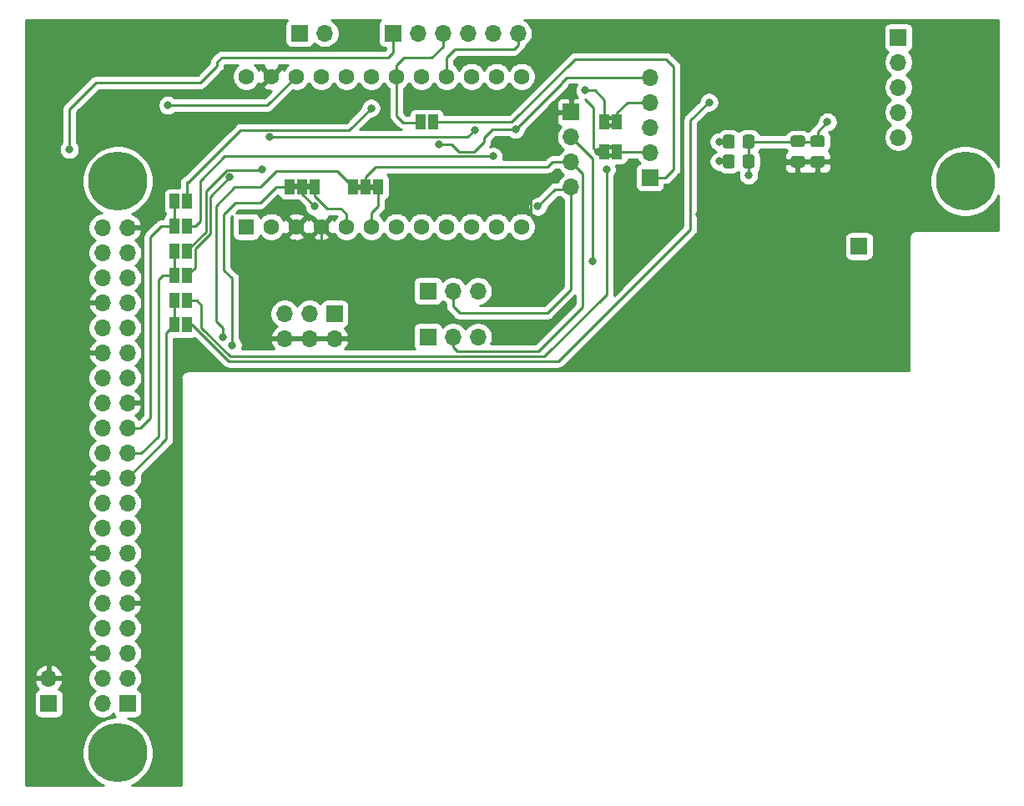
<source format=gbr>
%TF.GenerationSoftware,KiCad,Pcbnew,(5.1.10)-1*%
%TF.CreationDate,2022-01-27T16:25:42+08:00*%
%TF.ProjectId,hat,6861742e-6b69-4636-9164-5f7063625858,rev?*%
%TF.SameCoordinates,Original*%
%TF.FileFunction,Copper,L2,Bot*%
%TF.FilePolarity,Positive*%
%FSLAX46Y46*%
G04 Gerber Fmt 4.6, Leading zero omitted, Abs format (unit mm)*
G04 Created by KiCad (PCBNEW (5.1.10)-1) date 2022-01-27 16:25:42*
%MOMM*%
%LPD*%
G01*
G04 APERTURE LIST*
%TA.AperFunction,EtchedComponent*%
%ADD10C,0.100000*%
%TD*%
%TA.AperFunction,SMDPad,CuDef*%
%ADD11R,1.000000X1.500000*%
%TD*%
%TA.AperFunction,ComponentPad*%
%ADD12C,1.600000*%
%TD*%
%TA.AperFunction,ComponentPad*%
%ADD13R,1.600000X1.600000*%
%TD*%
%TA.AperFunction,ComponentPad*%
%ADD14C,6.000000*%
%TD*%
%TA.AperFunction,ComponentPad*%
%ADD15O,1.700000X1.700000*%
%TD*%
%TA.AperFunction,ComponentPad*%
%ADD16R,1.700000X1.700000*%
%TD*%
%TA.AperFunction,ViaPad*%
%ADD17C,0.800000*%
%TD*%
%TA.AperFunction,Conductor*%
%ADD18C,0.250000*%
%TD*%
%TA.AperFunction,Conductor*%
%ADD19C,0.254000*%
%TD*%
%TA.AperFunction,Conductor*%
%ADD20C,0.100000*%
%TD*%
G04 APERTURE END LIST*
D10*
%TO.C,JP2*%
G36*
X125540000Y-77900000D02*
G01*
X126040000Y-77900000D01*
X126040000Y-77300000D01*
X125540000Y-77300000D01*
X125540000Y-77900000D01*
G37*
G36*
X124240000Y-77900000D02*
G01*
X124740000Y-77900000D01*
X124740000Y-77300000D01*
X124240000Y-77300000D01*
X124240000Y-77900000D01*
G37*
%TO.C,JP1*%
G36*
X119120000Y-77880000D02*
G01*
X119620000Y-77880000D01*
X119620000Y-77280000D01*
X119120000Y-77280000D01*
X119120000Y-77880000D01*
G37*
G36*
X117820000Y-77880000D02*
G01*
X118320000Y-77880000D01*
X118320000Y-77280000D01*
X117820000Y-77280000D01*
X117820000Y-77880000D01*
G37*
%TO.C,JP12*%
G36*
X149750000Y-70800000D02*
G01*
X150250000Y-70800000D01*
X150250000Y-70400000D01*
X149750000Y-70400000D01*
X149750000Y-70800000D01*
G37*
G36*
X149750000Y-71600000D02*
G01*
X150250000Y-71600000D01*
X150250000Y-71200000D01*
X149750000Y-71200000D01*
X149750000Y-71600000D01*
G37*
%TO.C,JP9*%
G36*
X149750000Y-73800000D02*
G01*
X150250000Y-73800000D01*
X150250000Y-73400000D01*
X149750000Y-73400000D01*
X149750000Y-73800000D01*
G37*
G36*
X149750000Y-74600000D02*
G01*
X150250000Y-74600000D01*
X150250000Y-74200000D01*
X149750000Y-74200000D01*
X149750000Y-74600000D01*
G37*
%TD*%
D11*
%TO.P,JP2,1*%
%TO.N,/PI_SCL*%
X123840000Y-77600000D03*
%TO.P,JP2,3*%
%TO.N,/MCU_SCL*%
X126440000Y-77600000D03*
%TO.P,JP2,2*%
%TO.N,/SCL*%
X125140000Y-77600000D03*
%TD*%
%TO.P,JP1,1*%
%TO.N,/PI_SDA*%
X117420000Y-77580000D03*
%TO.P,JP1,3*%
%TO.N,/MCU_SDA*%
X120020000Y-77580000D03*
%TO.P,JP1,2*%
%TO.N,/SDA*%
X118720000Y-77580000D03*
%TD*%
D12*
%TO.P,U3,24*%
%TO.N,Net-(U3-Pad24)*%
X113030000Y-66380000D03*
%TO.P,U3,23*%
%TO.N,GND*%
X115570000Y-66380000D03*
%TO.P,U3,22*%
%TO.N,Net-(SW1-Pad1)*%
X118110000Y-66380000D03*
%TO.P,U3,21*%
%TO.N,/MCU_3.3V*%
X120650000Y-66380000D03*
%TO.P,U3,20*%
%TO.N,Net-(U3-Pad20)*%
X123190000Y-66380000D03*
%TO.P,U3,19*%
%TO.N,Net-(U3-Pad19)*%
X125730000Y-66380000D03*
%TO.P,U3,18*%
%TO.N,/OPT_RST*%
X128270000Y-66380000D03*
%TO.P,U3,17*%
%TO.N,/MCU_CS*%
X130810000Y-66380000D03*
%TO.P,U3,16*%
%TO.N,/MCU_SCK*%
X133350000Y-66380000D03*
%TO.P,U3,15*%
%TO.N,/MCU_MISO*%
X135890000Y-66380000D03*
%TO.P,U3,14*%
%TO.N,/MCU_MOSI*%
X138430000Y-66380000D03*
%TO.P,U3,13*%
%TO.N,Net-(U3-Pad13)*%
X140970000Y-66380000D03*
%TO.P,U3,12*%
%TO.N,Net-(U3-Pad12)*%
X140970000Y-81620000D03*
%TO.P,U3,11*%
%TO.N,Net-(U3-Pad11)*%
X138430000Y-81620000D03*
%TO.P,U3,10*%
%TO.N,Net-(U3-Pad10)*%
X135890000Y-81620000D03*
%TO.P,U3,9*%
%TO.N,Net-(U3-Pad9)*%
X133350000Y-81620000D03*
%TO.P,U3,8*%
%TO.N,Net-(U3-Pad8)*%
X130810000Y-81620000D03*
%TO.P,U3,7*%
%TO.N,Net-(U3-Pad7)*%
X128270000Y-81620000D03*
%TO.P,U3,6*%
%TO.N,/MCU_SCL*%
X125730000Y-81620000D03*
%TO.P,U3,5*%
%TO.N,/MCU_SDA*%
X123190000Y-81620000D03*
%TO.P,U3,4*%
%TO.N,GND*%
X120650000Y-81620000D03*
%TO.P,U3,3*%
X118110000Y-81620000D03*
%TO.P,U3,2*%
%TO.N,Net-(U3-Pad2)*%
X115570000Y-81620000D03*
D13*
%TO.P,U3,1*%
%TO.N,Net-(U3-Pad1)*%
X113030000Y-81620000D03*
%TD*%
%TO.P,C2,2*%
%TO.N,GND*%
%TA.AperFunction,SMDPad,CuDef*%
G36*
G01*
X168525000Y-74450000D02*
X169475000Y-74450000D01*
G75*
G02*
X169725000Y-74700000I0J-250000D01*
G01*
X169725000Y-75375000D01*
G75*
G02*
X169475000Y-75625000I-250000J0D01*
G01*
X168525000Y-75625000D01*
G75*
G02*
X168275000Y-75375000I0J250000D01*
G01*
X168275000Y-74700000D01*
G75*
G02*
X168525000Y-74450000I250000J0D01*
G01*
G37*
%TD.AperFunction*%
%TO.P,C2,1*%
%TO.N,3.3V*%
%TA.AperFunction,SMDPad,CuDef*%
G36*
G01*
X168525000Y-72375000D02*
X169475000Y-72375000D01*
G75*
G02*
X169725000Y-72625000I0J-250000D01*
G01*
X169725000Y-73300000D01*
G75*
G02*
X169475000Y-73550000I-250000J0D01*
G01*
X168525000Y-73550000D01*
G75*
G02*
X168275000Y-73300000I0J250000D01*
G01*
X168275000Y-72625000D01*
G75*
G02*
X168525000Y-72375000I250000J0D01*
G01*
G37*
%TD.AperFunction*%
%TD*%
%TO.P,C1,2*%
%TO.N,GND*%
%TA.AperFunction,SMDPad,CuDef*%
G36*
G01*
X170525000Y-74450000D02*
X171475000Y-74450000D01*
G75*
G02*
X171725000Y-74700000I0J-250000D01*
G01*
X171725000Y-75375000D01*
G75*
G02*
X171475000Y-75625000I-250000J0D01*
G01*
X170525000Y-75625000D01*
G75*
G02*
X170275000Y-75375000I0J250000D01*
G01*
X170275000Y-74700000D01*
G75*
G02*
X170525000Y-74450000I250000J0D01*
G01*
G37*
%TD.AperFunction*%
%TO.P,C1,1*%
%TO.N,3.3V*%
%TA.AperFunction,SMDPad,CuDef*%
G36*
G01*
X170525000Y-72375000D02*
X171475000Y-72375000D01*
G75*
G02*
X171725000Y-72625000I0J-250000D01*
G01*
X171725000Y-73300000D01*
G75*
G02*
X171475000Y-73550000I-250000J0D01*
G01*
X170525000Y-73550000D01*
G75*
G02*
X170275000Y-73300000I0J250000D01*
G01*
X170275000Y-72625000D01*
G75*
G02*
X170525000Y-72375000I250000J0D01*
G01*
G37*
%TD.AperFunction*%
%TD*%
%TO.P,R1,2*%
%TO.N,/RFM_RST*%
%TA.AperFunction,SMDPad,CuDef*%
G36*
G01*
X162600000Y-74549999D02*
X162600000Y-75450001D01*
G75*
G02*
X162350001Y-75700000I-249999J0D01*
G01*
X161649999Y-75700000D01*
G75*
G02*
X161400000Y-75450001I0J249999D01*
G01*
X161400000Y-74549999D01*
G75*
G02*
X161649999Y-74300000I249999J0D01*
G01*
X162350001Y-74300000D01*
G75*
G02*
X162600000Y-74549999I0J-249999D01*
G01*
G37*
%TD.AperFunction*%
%TO.P,R1,1*%
%TO.N,3.3V*%
%TA.AperFunction,SMDPad,CuDef*%
G36*
G01*
X164600000Y-74549999D02*
X164600000Y-75450001D01*
G75*
G02*
X164350001Y-75700000I-249999J0D01*
G01*
X163649999Y-75700000D01*
G75*
G02*
X163400000Y-75450001I0J249999D01*
G01*
X163400000Y-74549999D01*
G75*
G02*
X163649999Y-74300000I249999J0D01*
G01*
X164350001Y-74300000D01*
G75*
G02*
X164600000Y-74549999I0J-249999D01*
G01*
G37*
%TD.AperFunction*%
%TD*%
%TO.P,R2,2*%
%TO.N,/RFM_CS*%
%TA.AperFunction,SMDPad,CuDef*%
G36*
G01*
X162600000Y-72549999D02*
X162600000Y-73450001D01*
G75*
G02*
X162350001Y-73700000I-249999J0D01*
G01*
X161649999Y-73700000D01*
G75*
G02*
X161400000Y-73450001I0J249999D01*
G01*
X161400000Y-72549999D01*
G75*
G02*
X161649999Y-72300000I249999J0D01*
G01*
X162350001Y-72300000D01*
G75*
G02*
X162600000Y-72549999I0J-249999D01*
G01*
G37*
%TD.AperFunction*%
%TO.P,R2,1*%
%TO.N,3.3V*%
%TA.AperFunction,SMDPad,CuDef*%
G36*
G01*
X164600000Y-72549999D02*
X164600000Y-73450001D01*
G75*
G02*
X164350001Y-73700000I-249999J0D01*
G01*
X163649999Y-73700000D01*
G75*
G02*
X163400000Y-73450001I0J249999D01*
G01*
X163400000Y-72549999D01*
G75*
G02*
X163649999Y-72300000I249999J0D01*
G01*
X164350001Y-72300000D01*
G75*
G02*
X164600000Y-72549999I0J-249999D01*
G01*
G37*
%TD.AperFunction*%
%TD*%
D14*
%TO.P,H3,1*%
%TO.N,Net-(H3-Pad1)*%
X186000000Y-77000000D03*
%TD*%
D15*
%TO.P,SPI_PORT1,6*%
%TO.N,/MCU_SCK*%
X140620000Y-62000000D03*
%TO.P,SPI_PORT1,5*%
%TO.N,/MCU_MOSI*%
X138080000Y-62000000D03*
%TO.P,SPI_PORT1,4*%
%TO.N,/MCU_MISO*%
X135540000Y-62000000D03*
%TO.P,SPI_PORT1,3*%
%TO.N,/OPT_RST*%
X133000000Y-62000000D03*
%TO.P,SPI_PORT1,2*%
%TO.N,/SPI_PORT_RST*%
X130460000Y-62000000D03*
D16*
%TO.P,SPI_PORT1,1*%
%TO.N,5V*%
X127920000Y-62000000D03*
%TD*%
D15*
%TO.P,SDA_PU1,3*%
%TO.N,3.3V*%
X136550000Y-88150000D03*
%TO.P,SDA_PU1,2*%
%TO.N,/SDA*%
X134010000Y-88150000D03*
D16*
%TO.P,SDA_PU1,1*%
%TO.N,Net-(R3-Pad2)*%
X131470000Y-88150000D03*
%TD*%
D15*
%TO.P,SCL_PU1,3*%
%TO.N,3.3V*%
X136550000Y-92800000D03*
%TO.P,SCL_PU1,2*%
%TO.N,/SCL*%
X134010000Y-92800000D03*
D16*
%TO.P,SCL_PU1,1*%
%TO.N,Net-(R4-Pad2)*%
X131470000Y-92800000D03*
%TD*%
D11*
%TO.P,JP13,1*%
%TO.N,/OPT_RST*%
X130700000Y-71000000D03*
%TO.P,JP13,2*%
%TO.N,/RFM_RST*%
X132000000Y-71000000D03*
%TD*%
%TO.P,JP12,2*%
%TO.N,/RFM_MOSI*%
X150650000Y-71000000D03*
%TO.P,JP12,1*%
%TO.N,/MCU_MOSI*%
X149350000Y-71000000D03*
%TD*%
%TO.P,JP9,2*%
%TO.N,/RFM_CS*%
X150650000Y-74000000D03*
%TO.P,JP9,1*%
%TO.N,/MCU_CS*%
X149350000Y-74000000D03*
%TD*%
%TO.P,JP8,1*%
%TO.N,/PI_SCK*%
X105740000Y-81570000D03*
%TO.P,JP8,2*%
%TO.N,/RFM_SCK*%
X107040000Y-81570000D03*
%TD*%
%TO.P,JP7,1*%
%TO.N,/PI_MISO*%
X105750000Y-84080000D03*
%TO.P,JP7,2*%
%TO.N,/RFM_MISO*%
X107050000Y-84080000D03*
%TD*%
%TO.P,JP6,1*%
%TO.N,/PI_MOSI*%
X105750000Y-91600000D03*
%TO.P,JP6,2*%
%TO.N,/RFM_MOSI*%
X107050000Y-91600000D03*
%TD*%
%TO.P,JP5,1*%
%TO.N,/PI_SCK*%
X105750000Y-79070000D03*
%TO.P,JP5,2*%
%TO.N,/MCU_SCK*%
X107050000Y-79070000D03*
%TD*%
%TO.P,JP4,1*%
%TO.N,/PI_MISO*%
X105750000Y-86590000D03*
%TO.P,JP4,2*%
%TO.N,/MCU_MISO*%
X107050000Y-86590000D03*
%TD*%
%TO.P,JP3,1*%
%TO.N,/PI_MOSI*%
X105750000Y-89090000D03*
%TO.P,JP3,2*%
%TO.N,/MCU_MOSI*%
X107050000Y-89090000D03*
%TD*%
D15*
%TO.P,J6,5*%
%TO.N,/RFM_MISO*%
X154000000Y-66460000D03*
%TO.P,J6,4*%
%TO.N,/RFM_MOSI*%
X154000000Y-69000000D03*
%TO.P,J6,3*%
%TO.N,/RFM_SCK*%
X154000000Y-71540000D03*
%TO.P,J6,2*%
%TO.N,/RFM_CS*%
X154000000Y-74080000D03*
D16*
%TO.P,J6,1*%
%TO.N,/RFM_RST*%
X154000000Y-76620000D03*
%TD*%
D15*
%TO.P,J5,5*%
%TO.N,/DIO3*%
X179200000Y-72560000D03*
%TO.P,J5,4*%
%TO.N,/DIO4*%
X179200000Y-70020000D03*
%TO.P,J5,3*%
%TO.N,/DIO0*%
X179200000Y-67480000D03*
%TO.P,J5,2*%
%TO.N,/DIO1*%
X179200000Y-64940000D03*
D16*
%TO.P,J5,1*%
%TO.N,/DIO2*%
X179200000Y-62400000D03*
%TD*%
D15*
%TO.P,J4,6*%
%TO.N,GND*%
X116920000Y-93000000D03*
%TO.P,J4,5*%
%TO.N,3.3V*%
X116920000Y-90460000D03*
%TO.P,J4,4*%
%TO.N,GND*%
X119460000Y-93000000D03*
%TO.P,J4,3*%
%TO.N,3.3V*%
X119460000Y-90460000D03*
%TO.P,J4,2*%
%TO.N,GND*%
X122000000Y-93000000D03*
D16*
%TO.P,J4,1*%
%TO.N,3.3V*%
X122000000Y-90460000D03*
%TD*%
D15*
%TO.P,J3,2*%
%TO.N,3.3V*%
X121000000Y-62000000D03*
D16*
%TO.P,J3,1*%
%TO.N,/MCU_3.3V*%
X118460000Y-62000000D03*
%TD*%
%TO.P,J2,1*%
%TO.N,Net-(J2-Pad1)*%
X175200000Y-83600000D03*
%TD*%
D15*
%TO.P,J1,40*%
%TO.N,/GPIO21*%
X98460000Y-81740000D03*
%TO.P,J1,39*%
%TO.N,GND*%
X101000000Y-81740000D03*
%TO.P,J1,38*%
%TO.N,/GPIO20*%
X98460000Y-84280000D03*
%TO.P,J1,37*%
%TO.N,/GPIO26*%
X101000000Y-84280000D03*
%TO.P,J1,36*%
%TO.N,/GPIO16*%
X98460000Y-86820000D03*
%TO.P,J1,35*%
%TO.N,/GPIO19*%
X101000000Y-86820000D03*
%TO.P,J1,34*%
%TO.N,GND*%
X98460000Y-89360000D03*
%TO.P,J1,33*%
%TO.N,/GPIO13*%
X101000000Y-89360000D03*
%TO.P,J1,32*%
%TO.N,/GPIO12*%
X98460000Y-91900000D03*
%TO.P,J1,31*%
%TO.N,/GPIO6*%
X101000000Y-91900000D03*
%TO.P,J1,30*%
%TO.N,GND*%
X98460000Y-94440000D03*
%TO.P,J1,29*%
%TO.N,/GPIO5*%
X101000000Y-94440000D03*
%TO.P,J1,28*%
%TO.N,/GPIO1*%
X98460000Y-96980000D03*
%TO.P,J1,27*%
%TO.N,/GPIO0*%
X101000000Y-96980000D03*
%TO.P,J1,26*%
%TO.N,/GPIO7*%
X98460000Y-99520000D03*
%TO.P,J1,25*%
%TO.N,GND*%
X101000000Y-99520000D03*
%TO.P,J1,24*%
%TO.N,/GPIO8*%
X98460000Y-102060000D03*
%TO.P,J1,23*%
%TO.N,/PI_SCK*%
X101000000Y-102060000D03*
%TO.P,J1,22*%
%TO.N,/GPIO25*%
X98460000Y-104600000D03*
%TO.P,J1,21*%
%TO.N,/PI_MISO*%
X101000000Y-104600000D03*
%TO.P,J1,20*%
%TO.N,GND*%
X98460000Y-107140000D03*
%TO.P,J1,19*%
%TO.N,/PI_MOSI*%
X101000000Y-107140000D03*
%TO.P,J1,18*%
%TO.N,/GPIO24*%
X98460000Y-109680000D03*
%TO.P,J1,17*%
%TO.N,/PI_3.3V*%
X101000000Y-109680000D03*
%TO.P,J1,16*%
%TO.N,/GPIO23*%
X98460000Y-112220000D03*
%TO.P,J1,15*%
%TO.N,/GPIO22*%
X101000000Y-112220000D03*
%TO.P,J1,14*%
%TO.N,GND*%
X98460000Y-114760000D03*
%TO.P,J1,13*%
%TO.N,/GPIO27*%
X101000000Y-114760000D03*
%TO.P,J1,12*%
%TO.N,/GPIO18*%
X98460000Y-117300000D03*
%TO.P,J1,11*%
%TO.N,/GPIO17*%
X101000000Y-117300000D03*
%TO.P,J1,10*%
%TO.N,/GPIO15*%
X98460000Y-119840000D03*
%TO.P,J1,9*%
%TO.N,GND*%
X101000000Y-119840000D03*
%TO.P,J1,8*%
%TO.N,/GPIO14*%
X98460000Y-122380000D03*
%TO.P,J1,7*%
%TO.N,/GPIO4*%
X101000000Y-122380000D03*
%TO.P,J1,6*%
%TO.N,GND*%
X98460000Y-124920000D03*
%TO.P,J1,5*%
%TO.N,/PI_SCL*%
X101000000Y-124920000D03*
%TO.P,J1,4*%
%TO.N,5V*%
X98460000Y-127460000D03*
%TO.P,J1,3*%
%TO.N,/PI_SDA*%
X101000000Y-127460000D03*
%TO.P,J1,2*%
%TO.N,5V*%
X98460000Y-130000000D03*
D16*
%TO.P,J1,1*%
%TO.N,/PI_3.3V*%
X101000000Y-130000000D03*
%TD*%
D15*
%TO.P,I2C_PORT1,4*%
%TO.N,/SDA*%
X146000000Y-77620000D03*
%TO.P,I2C_PORT1,3*%
%TO.N,/SCL*%
X146000000Y-75080000D03*
%TO.P,I2C_PORT1,2*%
%TO.N,3.3V*%
X146000000Y-72540000D03*
D16*
%TO.P,I2C_PORT1,1*%
%TO.N,GND*%
X146000000Y-70000000D03*
%TD*%
D14*
%TO.P,H2,1*%
%TO.N,Net-(H2-Pad1)*%
X100000000Y-77000000D03*
%TD*%
%TO.P,H1,1*%
%TO.N,Net-(H1-Pad1)*%
X100000000Y-135000000D03*
%TD*%
D15*
%TO.P,FAN1,2*%
%TO.N,GND*%
X93000000Y-127460000D03*
D16*
%TO.P,FAN1,1*%
%TO.N,5V*%
X93000000Y-130000000D03*
%TD*%
D17*
%TO.N,GND*%
X143740000Y-76580000D03*
X159000000Y-80400000D03*
X171500000Y-77000000D03*
%TO.N,3.3V*%
X148200000Y-85110000D03*
X164000000Y-76400000D03*
X172000000Y-71000000D03*
%TO.N,5V*%
X95100000Y-73800000D03*
%TO.N,/SDA*%
X119960000Y-79570000D03*
X142610000Y-79570000D03*
%TO.N,/PI_SCL*%
X110660000Y-92800000D03*
%TO.N,/PI_SDA*%
X111620000Y-93650000D03*
%TO.N,/RFM_MISO*%
X114630000Y-75810000D03*
X132570000Y-73270000D03*
X140350000Y-71770000D03*
%TO.N,/RFM_MOSI*%
X160000000Y-69000000D03*
%TO.N,/RFM_SCK*%
X138093548Y-74498854D03*
%TO.N,/RFM_CS*%
X161000000Y-73000000D03*
%TO.N,/RFM_RST*%
X161000000Y-75000000D03*
%TO.N,/MCU_MOSI*%
X149580000Y-75810000D03*
X149350000Y-71000000D03*
X147400000Y-67800000D03*
%TO.N,/MCU_MISO*%
X111362653Y-76605000D03*
X115405001Y-72544999D03*
X136200000Y-71800000D03*
%TO.N,/MCU_SCK*%
X125700000Y-69600000D03*
%TO.N,/MCU_CS*%
X148800000Y-74000000D03*
%TO.N,Net-(SW1-Pad1)*%
X105100000Y-69300000D03*
%TD*%
D18*
%TO.N,GND*%
X141884999Y-78435001D02*
X143740000Y-76580000D01*
X142760000Y-81290000D02*
X141884999Y-80414999D01*
X142760000Y-83290000D02*
X142760000Y-81290000D01*
X141860000Y-84190000D02*
X142760000Y-83290000D01*
X121660000Y-84190000D02*
X141860000Y-84190000D01*
X120650000Y-83180000D02*
X121660000Y-84190000D01*
X141884999Y-80414999D02*
X141884999Y-78435001D01*
X120650000Y-81620000D02*
X120650000Y-83180000D01*
X159000000Y-80400000D02*
X159800000Y-81200000D01*
X159800000Y-81200000D02*
X161000000Y-81200000D01*
X161000000Y-81200000D02*
X167000000Y-75200000D01*
X171000000Y-76500000D02*
X171500000Y-77000000D01*
X171000000Y-75037500D02*
X171000000Y-76500000D01*
X171000000Y-75037500D02*
X169000000Y-75037500D01*
X168837500Y-75200000D02*
X169000000Y-75037500D01*
X167000000Y-75200000D02*
X168837500Y-75200000D01*
%TO.N,3.3V*%
X148200000Y-74740000D02*
X148200000Y-85110000D01*
X146000000Y-72540000D02*
X148200000Y-74740000D01*
X169000000Y-73037500D02*
X171000000Y-73037500D01*
X164000000Y-76400000D02*
X164000000Y-75000000D01*
X164000000Y-75000000D02*
X164000000Y-73000000D01*
X168962500Y-73000000D02*
X169000000Y-73037500D01*
X164000000Y-73000000D02*
X168962500Y-73000000D01*
X171000000Y-72000000D02*
X172000000Y-71000000D01*
X171000000Y-72962500D02*
X171000000Y-72000000D01*
%TO.N,5V*%
X127920000Y-62000000D02*
X127920000Y-63970000D01*
X127920000Y-63970000D02*
X127430000Y-64460000D01*
X127430000Y-64460000D02*
X111120000Y-64460000D01*
X111120000Y-64460000D02*
X110540000Y-64460000D01*
X110540000Y-64460000D02*
X110100000Y-64900000D01*
X110100000Y-64900000D02*
X110100000Y-65300000D01*
X110100000Y-65300000D02*
X108400000Y-67000000D01*
X108400000Y-67000000D02*
X97800000Y-67000000D01*
X95100000Y-69700000D02*
X95100000Y-73800000D01*
X97800000Y-67000000D02*
X95100000Y-69700000D01*
%TO.N,/SDA*%
X146000000Y-77620000D02*
X146000000Y-87970000D01*
X146000000Y-87970000D02*
X143580000Y-90390000D01*
X143580000Y-90390000D02*
X134700000Y-90390000D01*
X134010000Y-89700000D02*
X134010000Y-88150000D01*
X134700000Y-90390000D02*
X134010000Y-89700000D01*
X118720000Y-78330000D02*
X119960000Y-79570000D01*
X118720000Y-77580000D02*
X118720000Y-78330000D01*
X142610000Y-79570000D02*
X144370000Y-77810000D01*
X145810000Y-77810000D02*
X146000000Y-77620000D01*
X144370000Y-77810000D02*
X145810000Y-77810000D01*
%TO.N,/SCL*%
X142670000Y-94290000D02*
X134420000Y-94290000D01*
X134010000Y-93880000D02*
X134010000Y-92800000D01*
X134420000Y-94290000D02*
X134010000Y-93880000D01*
X125140000Y-76600000D02*
X126169846Y-75570154D01*
X125140000Y-77600000D02*
X125140000Y-76600000D01*
X146000000Y-75080000D02*
X144110000Y-75080000D01*
X143619846Y-75570154D02*
X126169846Y-75570154D01*
X144110000Y-75080000D02*
X143619846Y-75570154D01*
X147175001Y-89784999D02*
X146660000Y-90300000D01*
X147175001Y-76255001D02*
X147175001Y-89784999D01*
X146000000Y-75080000D02*
X147175001Y-76255001D01*
X146660000Y-90300000D02*
X142670000Y-94290000D01*
%TO.N,/PI_SCK*%
X103330000Y-82670000D02*
X104430000Y-81570000D01*
X104430000Y-81570000D02*
X105740000Y-81570000D01*
X102300000Y-102060000D02*
X103330000Y-101030000D01*
X103330000Y-101030000D02*
X103330000Y-82670000D01*
X101000000Y-102060000D02*
X102300000Y-102060000D01*
X105750000Y-81560000D02*
X105740000Y-81570000D01*
X105750000Y-79070000D02*
X105750000Y-81560000D01*
%TO.N,/PI_MISO*%
X101000000Y-104600000D02*
X102390000Y-104600000D01*
X104120000Y-102870000D02*
X104120000Y-87010000D01*
X102390000Y-104600000D02*
X104120000Y-102870000D01*
X104120000Y-87010000D02*
X104540000Y-86590000D01*
X104540000Y-86590000D02*
X105750000Y-86590000D01*
X105750000Y-86590000D02*
X105750000Y-84080000D01*
%TO.N,/PI_MOSI*%
X105750000Y-91230000D02*
X105750000Y-91600000D01*
X105750000Y-91600000D02*
X105750000Y-89090000D01*
X101000000Y-107140000D02*
X104950000Y-103190000D01*
X104950000Y-92400000D02*
X105750000Y-91600000D01*
X104950000Y-103190000D02*
X104950000Y-92400000D01*
%TO.N,/PI_SCL*%
X123840000Y-77600000D02*
X122240000Y-76000000D01*
X116070000Y-76000000D02*
X114490000Y-77580000D01*
X122240000Y-76000000D02*
X116070000Y-76000000D01*
X114490000Y-77580000D02*
X111880000Y-77580000D01*
X111880000Y-77580000D02*
X109960000Y-79500000D01*
X109960000Y-79500000D02*
X109960000Y-91210000D01*
X110660000Y-91910000D02*
X110660000Y-92800000D01*
X109960000Y-91210000D02*
X110660000Y-91910000D01*
%TO.N,/PI_SDA*%
X110790000Y-86030000D02*
X111620000Y-86860000D01*
X110790000Y-80360000D02*
X110790000Y-86030000D01*
X111970000Y-79180000D02*
X110790000Y-80360000D01*
X114460000Y-79180000D02*
X111970000Y-79180000D01*
X111620000Y-86860000D02*
X111620000Y-93650000D01*
X116060000Y-77580000D02*
X114460000Y-79180000D01*
X117420000Y-77580000D02*
X116060000Y-77580000D01*
%TO.N,/RFM_MISO*%
X107050000Y-84080000D02*
X107050000Y-83680000D01*
X107050000Y-84043590D02*
X108950000Y-82143590D01*
X107050000Y-84080000D02*
X107050000Y-84043590D01*
X108950000Y-82143590D02*
X108950000Y-77980000D01*
X108950000Y-77980000D02*
X111050000Y-75880000D01*
X114560000Y-75880000D02*
X114630000Y-75810000D01*
X111050000Y-75880000D02*
X114560000Y-75880000D01*
X145540000Y-66460000D02*
X145000000Y-67000000D01*
X154000000Y-66460000D02*
X145540000Y-66460000D01*
X145000000Y-67120000D02*
X140350000Y-71770000D01*
X145000000Y-67000000D02*
X145000000Y-67120000D01*
X137200000Y-72600000D02*
X138030000Y-71770000D01*
X137200000Y-73000000D02*
X137200000Y-72600000D01*
X138030000Y-71770000D02*
X140350000Y-71770000D01*
X136151156Y-74048844D02*
X137200000Y-73000000D01*
X134648844Y-74048844D02*
X136151156Y-74048844D01*
X133870000Y-73270000D02*
X134648844Y-74048844D01*
X132570000Y-73270000D02*
X133870000Y-73270000D01*
%TO.N,/RFM_MOSI*%
X150650000Y-71000000D02*
X150650000Y-70090000D01*
X151740000Y-69000000D02*
X154000000Y-69000000D01*
X150650000Y-70090000D02*
X151740000Y-69000000D01*
X107573590Y-91600000D02*
X107050000Y-91600000D01*
X158110000Y-70800000D02*
X158110000Y-81870000D01*
X107573590Y-91600000D02*
X111225394Y-95251804D01*
X144728196Y-95251804D02*
X158110000Y-81870000D01*
X143571804Y-95251804D02*
X144728196Y-95251804D01*
X111225394Y-95251804D02*
X143571804Y-95251804D01*
X143571804Y-95251804D02*
X143748196Y-95251804D01*
X159910000Y-69000000D02*
X160000000Y-69000000D01*
X158110000Y-70800000D02*
X159910000Y-69000000D01*
%TO.N,/RFM_SCK*%
X107040000Y-81570000D02*
X107490000Y-81570000D01*
X108350000Y-81050000D02*
X107830000Y-81570000D01*
X108350000Y-76970000D02*
X108350000Y-81050000D01*
X110821146Y-74498854D02*
X108350000Y-76970000D01*
X107830000Y-81570000D02*
X107040000Y-81570000D01*
X138093548Y-74498854D02*
X110821146Y-74498854D01*
%TO.N,/RFM_CS*%
X153920000Y-74000000D02*
X154000000Y-74080000D01*
X150650000Y-74000000D02*
X153920000Y-74000000D01*
X162000000Y-73000000D02*
X161000000Y-73000000D01*
%TO.N,/RFM_RST*%
X155580000Y-76620000D02*
X154000000Y-76620000D01*
X156400000Y-75800000D02*
X155580000Y-76620000D01*
X156400000Y-65400000D02*
X156400000Y-75800000D01*
X155600000Y-64600000D02*
X156400000Y-65400000D01*
X146400000Y-64600000D02*
X155600000Y-64600000D01*
X140000000Y-71000000D02*
X146400000Y-64600000D01*
X132000000Y-71000000D02*
X140000000Y-71000000D01*
X162000000Y-75000000D02*
X161000000Y-75000000D01*
%TO.N,/MCU_SDA*%
X120020000Y-77580000D02*
X120020000Y-78490000D01*
X120020000Y-78490000D02*
X121290000Y-79760000D01*
X121290000Y-79760000D02*
X122630000Y-79760000D01*
X123190000Y-80320000D02*
X123190000Y-81620000D01*
X122630000Y-79760000D02*
X123190000Y-80320000D01*
%TO.N,/MCU_SCL*%
X126440000Y-77600000D02*
X126440000Y-79540000D01*
X125730000Y-80250000D02*
X125730000Y-81620000D01*
X126440000Y-79540000D02*
X125730000Y-80250000D01*
%TO.N,/MCU_MOSI*%
X108000000Y-89090000D02*
X107050000Y-89090000D01*
X108500000Y-89590000D02*
X108000000Y-89090000D01*
X108500000Y-91890000D02*
X108500000Y-89590000D01*
X111411795Y-94801795D02*
X108500000Y-91890000D01*
X143298205Y-94801795D02*
X111411795Y-94801795D01*
X149580000Y-88520000D02*
X143298205Y-94801795D01*
X149580000Y-75810000D02*
X149580000Y-88520000D01*
X147400000Y-67800000D02*
X148400000Y-67800000D01*
X149350000Y-68750000D02*
X149350000Y-71000000D01*
X148400000Y-67800000D02*
X149350000Y-68750000D01*
%TO.N,/MCU_MISO*%
X107875001Y-85764999D02*
X107875001Y-83854999D01*
X107050000Y-86590000D02*
X107875001Y-85764999D01*
X109400010Y-78567643D02*
X111362653Y-76605000D01*
X109400010Y-82329990D02*
X109400010Y-78567643D01*
X107875001Y-83854999D02*
X109400010Y-82329990D01*
X135144999Y-72544999D02*
X115405001Y-72544999D01*
X135455001Y-72544999D02*
X136200000Y-71800000D01*
X135144999Y-72544999D02*
X135455001Y-72544999D01*
%TO.N,/MCU_SCK*%
X133350000Y-66380000D02*
X133350000Y-64450000D01*
X133350000Y-64450000D02*
X134200000Y-63600000D01*
X134200000Y-63600000D02*
X140200000Y-63600000D01*
X140620000Y-63180000D02*
X140620000Y-62000000D01*
X140200000Y-63600000D02*
X140620000Y-63180000D01*
X123480002Y-71819998D02*
X125700000Y-69600000D01*
X112480002Y-71819998D02*
X123480002Y-71819998D01*
X107050000Y-77250000D02*
X112480002Y-71819998D01*
X107050000Y-79070000D02*
X107050000Y-77250000D01*
X107050000Y-77250000D02*
X107050000Y-77090000D01*
%TO.N,/MCU_CS*%
X147370000Y-68680000D02*
X148220000Y-69530000D01*
X148220000Y-69530000D02*
X148220000Y-73650000D01*
X148220000Y-73650000D02*
X148570000Y-74000000D01*
X148800000Y-74000000D02*
X149350000Y-74000000D01*
X148570000Y-74000000D02*
X148800000Y-74000000D01*
%TO.N,/OPT_RST*%
X133000000Y-62000000D02*
X133000000Y-63330000D01*
X133000000Y-63330000D02*
X131870000Y-64460000D01*
X131870000Y-64460000D02*
X129060000Y-64460000D01*
X128270000Y-65250000D02*
X128270000Y-66380000D01*
X129060000Y-64460000D02*
X128270000Y-65250000D01*
X130660000Y-71040000D02*
X130700000Y-71000000D01*
X128950000Y-71040000D02*
X130660000Y-71040000D01*
X128270000Y-70360000D02*
X128950000Y-71040000D01*
X128270000Y-66380000D02*
X128270000Y-70360000D01*
%TO.N,Net-(SW1-Pad1)*%
X113100000Y-69300000D02*
X105100000Y-69300000D01*
X115190000Y-69300000D02*
X113100000Y-69300000D01*
X118110000Y-66380000D02*
X115190000Y-69300000D01*
%TD*%
D19*
%TO.N,GND*%
X117158815Y-60698815D02*
X117079463Y-60795506D01*
X117020498Y-60905820D01*
X116984188Y-61025518D01*
X116971928Y-61150000D01*
X116971928Y-62850000D01*
X116984188Y-62974482D01*
X117020498Y-63094180D01*
X117079463Y-63204494D01*
X117158815Y-63301185D01*
X117255506Y-63380537D01*
X117365820Y-63439502D01*
X117485518Y-63475812D01*
X117610000Y-63488072D01*
X119310000Y-63488072D01*
X119434482Y-63475812D01*
X119554180Y-63439502D01*
X119664494Y-63380537D01*
X119761185Y-63301185D01*
X119840537Y-63204494D01*
X119899502Y-63094180D01*
X119921513Y-63021620D01*
X120053368Y-63153475D01*
X120296589Y-63315990D01*
X120566842Y-63427932D01*
X120853740Y-63485000D01*
X121146260Y-63485000D01*
X121433158Y-63427932D01*
X121703411Y-63315990D01*
X121946632Y-63153475D01*
X122153475Y-62946632D01*
X122315990Y-62703411D01*
X122427932Y-62433158D01*
X122485000Y-62146260D01*
X122485000Y-61853740D01*
X122427932Y-61566842D01*
X122315990Y-61296589D01*
X122153475Y-61053368D01*
X121946632Y-60846525D01*
X121703411Y-60684010D01*
X121645445Y-60660000D01*
X126666111Y-60660000D01*
X126618815Y-60698815D01*
X126539463Y-60795506D01*
X126480498Y-60905820D01*
X126444188Y-61025518D01*
X126431928Y-61150000D01*
X126431928Y-62850000D01*
X126444188Y-62974482D01*
X126480498Y-63094180D01*
X126539463Y-63204494D01*
X126618815Y-63301185D01*
X126715506Y-63380537D01*
X126825820Y-63439502D01*
X126945518Y-63475812D01*
X127070000Y-63488072D01*
X127160001Y-63488072D01*
X127160001Y-63655198D01*
X127115199Y-63700000D01*
X110577323Y-63700000D01*
X110540000Y-63696324D01*
X110502677Y-63700000D01*
X110502667Y-63700000D01*
X110391014Y-63710997D01*
X110265779Y-63748986D01*
X110247753Y-63754454D01*
X110115723Y-63825026D01*
X110084078Y-63850997D01*
X109999999Y-63919999D01*
X109976196Y-63949003D01*
X109589003Y-64336196D01*
X109559999Y-64359999D01*
X109531869Y-64394276D01*
X109465026Y-64475724D01*
X109428289Y-64544454D01*
X109394454Y-64607754D01*
X109350997Y-64751015D01*
X109340000Y-64862668D01*
X109340000Y-64862678D01*
X109336324Y-64900000D01*
X109340000Y-64937322D01*
X109340000Y-64985198D01*
X108085199Y-66240000D01*
X97837333Y-66240000D01*
X97800000Y-66236323D01*
X97762667Y-66240000D01*
X97651014Y-66250997D01*
X97507753Y-66294454D01*
X97375724Y-66365026D01*
X97259999Y-66459999D01*
X97236201Y-66488997D01*
X94589003Y-69136196D01*
X94559999Y-69159999D01*
X94534556Y-69191002D01*
X94465026Y-69275724D01*
X94406908Y-69384454D01*
X94394454Y-69407754D01*
X94350997Y-69551015D01*
X94340000Y-69662668D01*
X94340000Y-69662678D01*
X94336324Y-69700000D01*
X94340000Y-69737323D01*
X94340001Y-73096288D01*
X94296063Y-73140226D01*
X94182795Y-73309744D01*
X94104774Y-73498102D01*
X94065000Y-73698061D01*
X94065000Y-73901939D01*
X94104774Y-74101898D01*
X94182795Y-74290256D01*
X94296063Y-74459774D01*
X94440226Y-74603937D01*
X94609744Y-74717205D01*
X94798102Y-74795226D01*
X94998061Y-74835000D01*
X95201939Y-74835000D01*
X95401898Y-74795226D01*
X95590256Y-74717205D01*
X95759774Y-74603937D01*
X95903937Y-74459774D01*
X96017205Y-74290256D01*
X96095226Y-74101898D01*
X96135000Y-73901939D01*
X96135000Y-73698061D01*
X96095226Y-73498102D01*
X96017205Y-73309744D01*
X95903937Y-73140226D01*
X95860000Y-73096289D01*
X95860000Y-70014801D01*
X98114802Y-67760000D01*
X108362678Y-67760000D01*
X108400000Y-67763676D01*
X108437322Y-67760000D01*
X108437333Y-67760000D01*
X108548986Y-67749003D01*
X108692247Y-67705546D01*
X108824276Y-67634974D01*
X108940001Y-67540001D01*
X108963804Y-67510997D01*
X110611003Y-65863799D01*
X110640001Y-65840001D01*
X110702613Y-65763708D01*
X110734974Y-65724277D01*
X110805546Y-65592247D01*
X110844072Y-65465241D01*
X110849003Y-65448986D01*
X110860000Y-65337332D01*
X110860000Y-65337324D01*
X110863676Y-65300001D01*
X110860000Y-65262678D01*
X110860000Y-65220000D01*
X112183132Y-65220000D01*
X112115241Y-65265363D01*
X111915363Y-65465241D01*
X111758320Y-65700273D01*
X111650147Y-65961426D01*
X111595000Y-66238665D01*
X111595000Y-66521335D01*
X111650147Y-66798574D01*
X111758320Y-67059727D01*
X111915363Y-67294759D01*
X112115241Y-67494637D01*
X112350273Y-67651680D01*
X112611426Y-67759853D01*
X112888665Y-67815000D01*
X113171335Y-67815000D01*
X113448574Y-67759853D01*
X113709727Y-67651680D01*
X113944759Y-67494637D01*
X114144637Y-67294759D01*
X114300915Y-67060872D01*
X114333329Y-67121514D01*
X114577298Y-67193097D01*
X115390395Y-66380000D01*
X114577298Y-65566903D01*
X114333329Y-65638486D01*
X114302806Y-65702992D01*
X114301680Y-65700273D01*
X114144637Y-65465241D01*
X113944759Y-65265363D01*
X113876868Y-65220000D01*
X114805990Y-65220000D01*
X114756903Y-65387298D01*
X115570000Y-66200395D01*
X116383097Y-65387298D01*
X116334010Y-65220000D01*
X117263132Y-65220000D01*
X117195241Y-65265363D01*
X116995363Y-65465241D01*
X116839085Y-65699128D01*
X116806671Y-65638486D01*
X116562702Y-65566903D01*
X115749605Y-66380000D01*
X115763748Y-66394143D01*
X115584143Y-66573748D01*
X115570000Y-66559605D01*
X114756903Y-67372702D01*
X114828486Y-67616671D01*
X115083996Y-67737571D01*
X115358184Y-67806300D01*
X115597121Y-67818078D01*
X114875199Y-68540000D01*
X105803711Y-68540000D01*
X105759774Y-68496063D01*
X105590256Y-68382795D01*
X105401898Y-68304774D01*
X105201939Y-68265000D01*
X104998061Y-68265000D01*
X104798102Y-68304774D01*
X104609744Y-68382795D01*
X104440226Y-68496063D01*
X104296063Y-68640226D01*
X104182795Y-68809744D01*
X104104774Y-68998102D01*
X104065000Y-69198061D01*
X104065000Y-69401939D01*
X104104774Y-69601898D01*
X104182795Y-69790256D01*
X104296063Y-69959774D01*
X104440226Y-70103937D01*
X104609744Y-70217205D01*
X104798102Y-70295226D01*
X104998061Y-70335000D01*
X105201939Y-70335000D01*
X105401898Y-70295226D01*
X105590256Y-70217205D01*
X105759774Y-70103937D01*
X105803711Y-70060000D01*
X115152678Y-70060000D01*
X115190000Y-70063676D01*
X115227322Y-70060000D01*
X115227333Y-70060000D01*
X115338986Y-70049003D01*
X115482247Y-70005546D01*
X115614276Y-69934974D01*
X115730001Y-69840001D01*
X115753804Y-69810997D01*
X117786114Y-67778688D01*
X117968665Y-67815000D01*
X118251335Y-67815000D01*
X118528574Y-67759853D01*
X118789727Y-67651680D01*
X119024759Y-67494637D01*
X119224637Y-67294759D01*
X119380000Y-67062241D01*
X119535363Y-67294759D01*
X119735241Y-67494637D01*
X119970273Y-67651680D01*
X120231426Y-67759853D01*
X120508665Y-67815000D01*
X120791335Y-67815000D01*
X121068574Y-67759853D01*
X121329727Y-67651680D01*
X121564759Y-67494637D01*
X121764637Y-67294759D01*
X121920000Y-67062241D01*
X122075363Y-67294759D01*
X122275241Y-67494637D01*
X122510273Y-67651680D01*
X122771426Y-67759853D01*
X123048665Y-67815000D01*
X123331335Y-67815000D01*
X123608574Y-67759853D01*
X123869727Y-67651680D01*
X124104759Y-67494637D01*
X124304637Y-67294759D01*
X124460000Y-67062241D01*
X124615363Y-67294759D01*
X124815241Y-67494637D01*
X125050273Y-67651680D01*
X125311426Y-67759853D01*
X125588665Y-67815000D01*
X125871335Y-67815000D01*
X126148574Y-67759853D01*
X126409727Y-67651680D01*
X126644759Y-67494637D01*
X126844637Y-67294759D01*
X127000000Y-67062241D01*
X127155363Y-67294759D01*
X127355241Y-67494637D01*
X127510000Y-67598044D01*
X127510001Y-70322668D01*
X127506324Y-70360000D01*
X127510001Y-70397333D01*
X127520998Y-70508986D01*
X127534180Y-70552442D01*
X127564454Y-70652246D01*
X127635026Y-70784276D01*
X127689797Y-70851014D01*
X127730000Y-70900001D01*
X127758998Y-70923799D01*
X128386201Y-71551002D01*
X128409999Y-71580001D01*
X128525724Y-71674974D01*
X128657753Y-71745546D01*
X128787814Y-71784999D01*
X124589802Y-71784999D01*
X125739802Y-70635000D01*
X125801939Y-70635000D01*
X126001898Y-70595226D01*
X126190256Y-70517205D01*
X126359774Y-70403937D01*
X126503937Y-70259774D01*
X126617205Y-70090256D01*
X126695226Y-69901898D01*
X126735000Y-69701939D01*
X126735000Y-69498061D01*
X126695226Y-69298102D01*
X126617205Y-69109744D01*
X126503937Y-68940226D01*
X126359774Y-68796063D01*
X126190256Y-68682795D01*
X126001898Y-68604774D01*
X125801939Y-68565000D01*
X125598061Y-68565000D01*
X125398102Y-68604774D01*
X125209744Y-68682795D01*
X125040226Y-68796063D01*
X124896063Y-68940226D01*
X124782795Y-69109744D01*
X124704774Y-69298102D01*
X124665000Y-69498061D01*
X124665000Y-69560198D01*
X123165201Y-71059998D01*
X112517324Y-71059998D01*
X112480001Y-71056322D01*
X112442678Y-71059998D01*
X112442669Y-71059998D01*
X112331016Y-71070995D01*
X112187755Y-71114452D01*
X112055726Y-71185024D01*
X112055724Y-71185025D01*
X112055725Y-71185025D01*
X111968998Y-71256199D01*
X111968994Y-71256203D01*
X111940001Y-71279997D01*
X111916207Y-71308990D01*
X106876881Y-76348318D01*
X106757754Y-76384454D01*
X106625725Y-76455026D01*
X106509999Y-76549999D01*
X106415026Y-76665724D01*
X106344454Y-76797753D01*
X106300997Y-76941014D01*
X106290000Y-77052667D01*
X106290000Y-77212678D01*
X106286324Y-77250000D01*
X106290000Y-77287322D01*
X106290000Y-77287332D01*
X106290001Y-77287342D01*
X106290001Y-77685868D01*
X106250000Y-77681928D01*
X105250000Y-77681928D01*
X105125518Y-77694188D01*
X105005820Y-77730498D01*
X104895506Y-77789463D01*
X104798815Y-77868815D01*
X104719463Y-77965506D01*
X104660498Y-78075820D01*
X104624188Y-78195518D01*
X104611928Y-78320000D01*
X104611928Y-79820000D01*
X104624188Y-79944482D01*
X104660498Y-80064180D01*
X104719463Y-80174494D01*
X104798815Y-80271185D01*
X104853296Y-80315897D01*
X104788815Y-80368815D01*
X104709463Y-80465506D01*
X104650498Y-80575820D01*
X104614188Y-80695518D01*
X104602913Y-80810000D01*
X104467323Y-80810000D01*
X104430000Y-80806324D01*
X104392677Y-80810000D01*
X104392667Y-80810000D01*
X104281014Y-80820997D01*
X104152433Y-80860001D01*
X104137753Y-80864454D01*
X104005723Y-80935026D01*
X103981417Y-80954974D01*
X103889999Y-81029999D01*
X103866201Y-81058997D01*
X102818998Y-82106201D01*
X102790000Y-82129999D01*
X102766202Y-82158997D01*
X102766201Y-82158998D01*
X102695026Y-82245724D01*
X102624454Y-82377754D01*
X102604538Y-82443411D01*
X102580998Y-82521014D01*
X102576384Y-82567865D01*
X102566324Y-82670000D01*
X102570001Y-82707333D01*
X102570000Y-100715198D01*
X102160827Y-101124371D01*
X102153475Y-101113368D01*
X101946632Y-100906525D01*
X101764466Y-100784805D01*
X101881355Y-100715178D01*
X102097588Y-100520269D01*
X102271641Y-100286920D01*
X102396825Y-100024099D01*
X102441476Y-99876890D01*
X102320155Y-99647000D01*
X101127000Y-99647000D01*
X101127000Y-99667000D01*
X100873000Y-99667000D01*
X100873000Y-99647000D01*
X100853000Y-99647000D01*
X100853000Y-99393000D01*
X100873000Y-99393000D01*
X100873000Y-99373000D01*
X101127000Y-99373000D01*
X101127000Y-99393000D01*
X102320155Y-99393000D01*
X102441476Y-99163110D01*
X102396825Y-99015901D01*
X102271641Y-98753080D01*
X102097588Y-98519731D01*
X101881355Y-98324822D01*
X101764466Y-98255195D01*
X101946632Y-98133475D01*
X102153475Y-97926632D01*
X102315990Y-97683411D01*
X102427932Y-97413158D01*
X102485000Y-97126260D01*
X102485000Y-96833740D01*
X102427932Y-96546842D01*
X102315990Y-96276589D01*
X102153475Y-96033368D01*
X101946632Y-95826525D01*
X101772240Y-95710000D01*
X101946632Y-95593475D01*
X102153475Y-95386632D01*
X102315990Y-95143411D01*
X102427932Y-94873158D01*
X102485000Y-94586260D01*
X102485000Y-94293740D01*
X102427932Y-94006842D01*
X102315990Y-93736589D01*
X102153475Y-93493368D01*
X101946632Y-93286525D01*
X101772240Y-93170000D01*
X101946632Y-93053475D01*
X102153475Y-92846632D01*
X102315990Y-92603411D01*
X102427932Y-92333158D01*
X102485000Y-92046260D01*
X102485000Y-91753740D01*
X102427932Y-91466842D01*
X102315990Y-91196589D01*
X102153475Y-90953368D01*
X101946632Y-90746525D01*
X101772240Y-90630000D01*
X101946632Y-90513475D01*
X102153475Y-90306632D01*
X102315990Y-90063411D01*
X102427932Y-89793158D01*
X102485000Y-89506260D01*
X102485000Y-89213740D01*
X102427932Y-88926842D01*
X102315990Y-88656589D01*
X102153475Y-88413368D01*
X101946632Y-88206525D01*
X101772240Y-88090000D01*
X101946632Y-87973475D01*
X102153475Y-87766632D01*
X102315990Y-87523411D01*
X102427932Y-87253158D01*
X102485000Y-86966260D01*
X102485000Y-86673740D01*
X102427932Y-86386842D01*
X102315990Y-86116589D01*
X102153475Y-85873368D01*
X101946632Y-85666525D01*
X101772240Y-85550000D01*
X101946632Y-85433475D01*
X102153475Y-85226632D01*
X102315990Y-84983411D01*
X102427932Y-84713158D01*
X102485000Y-84426260D01*
X102485000Y-84133740D01*
X102427932Y-83846842D01*
X102315990Y-83576589D01*
X102153475Y-83333368D01*
X101946632Y-83126525D01*
X101764466Y-83004805D01*
X101881355Y-82935178D01*
X102097588Y-82740269D01*
X102271641Y-82506920D01*
X102396825Y-82244099D01*
X102441476Y-82096890D01*
X102320155Y-81867000D01*
X101127000Y-81867000D01*
X101127000Y-81887000D01*
X100873000Y-81887000D01*
X100873000Y-81867000D01*
X100853000Y-81867000D01*
X100853000Y-81613000D01*
X100873000Y-81613000D01*
X100873000Y-81593000D01*
X101127000Y-81593000D01*
X101127000Y-81613000D01*
X102320155Y-81613000D01*
X102441476Y-81383110D01*
X102396825Y-81235901D01*
X102271641Y-80973080D01*
X102097588Y-80739731D01*
X101881355Y-80544822D01*
X101631252Y-80395843D01*
X101453041Y-80332626D01*
X101721818Y-80221295D01*
X102317177Y-79823489D01*
X102823489Y-79317177D01*
X103221295Y-78721818D01*
X103495309Y-78060290D01*
X103635000Y-77358016D01*
X103635000Y-76641984D01*
X103495309Y-75939710D01*
X103221295Y-75278182D01*
X102823489Y-74682823D01*
X102317177Y-74176511D01*
X101721818Y-73778705D01*
X101060290Y-73504691D01*
X100358016Y-73365000D01*
X99641984Y-73365000D01*
X98939710Y-73504691D01*
X98278182Y-73778705D01*
X97682823Y-74176511D01*
X97176511Y-74682823D01*
X96778705Y-75278182D01*
X96504691Y-75939710D01*
X96365000Y-76641984D01*
X96365000Y-77358016D01*
X96504691Y-78060290D01*
X96778705Y-78721818D01*
X97176511Y-79317177D01*
X97682823Y-79823489D01*
X98278182Y-80221295D01*
X98359553Y-80255000D01*
X98313740Y-80255000D01*
X98026842Y-80312068D01*
X97756589Y-80424010D01*
X97513368Y-80586525D01*
X97306525Y-80793368D01*
X97144010Y-81036589D01*
X97032068Y-81306842D01*
X96975000Y-81593740D01*
X96975000Y-81886260D01*
X97032068Y-82173158D01*
X97144010Y-82443411D01*
X97306525Y-82686632D01*
X97513368Y-82893475D01*
X97687760Y-83010000D01*
X97513368Y-83126525D01*
X97306525Y-83333368D01*
X97144010Y-83576589D01*
X97032068Y-83846842D01*
X96975000Y-84133740D01*
X96975000Y-84426260D01*
X97032068Y-84713158D01*
X97144010Y-84983411D01*
X97306525Y-85226632D01*
X97513368Y-85433475D01*
X97687760Y-85550000D01*
X97513368Y-85666525D01*
X97306525Y-85873368D01*
X97144010Y-86116589D01*
X97032068Y-86386842D01*
X96975000Y-86673740D01*
X96975000Y-86966260D01*
X97032068Y-87253158D01*
X97144010Y-87523411D01*
X97306525Y-87766632D01*
X97513368Y-87973475D01*
X97695534Y-88095195D01*
X97578645Y-88164822D01*
X97362412Y-88359731D01*
X97188359Y-88593080D01*
X97063175Y-88855901D01*
X97018524Y-89003110D01*
X97139845Y-89233000D01*
X98333000Y-89233000D01*
X98333000Y-89213000D01*
X98587000Y-89213000D01*
X98587000Y-89233000D01*
X98607000Y-89233000D01*
X98607000Y-89487000D01*
X98587000Y-89487000D01*
X98587000Y-89507000D01*
X98333000Y-89507000D01*
X98333000Y-89487000D01*
X97139845Y-89487000D01*
X97018524Y-89716890D01*
X97063175Y-89864099D01*
X97188359Y-90126920D01*
X97362412Y-90360269D01*
X97578645Y-90555178D01*
X97695534Y-90624805D01*
X97513368Y-90746525D01*
X97306525Y-90953368D01*
X97144010Y-91196589D01*
X97032068Y-91466842D01*
X96975000Y-91753740D01*
X96975000Y-92046260D01*
X97032068Y-92333158D01*
X97144010Y-92603411D01*
X97306525Y-92846632D01*
X97513368Y-93053475D01*
X97695534Y-93175195D01*
X97578645Y-93244822D01*
X97362412Y-93439731D01*
X97188359Y-93673080D01*
X97063175Y-93935901D01*
X97018524Y-94083110D01*
X97139845Y-94313000D01*
X98333000Y-94313000D01*
X98333000Y-94293000D01*
X98587000Y-94293000D01*
X98587000Y-94313000D01*
X98607000Y-94313000D01*
X98607000Y-94567000D01*
X98587000Y-94567000D01*
X98587000Y-94587000D01*
X98333000Y-94587000D01*
X98333000Y-94567000D01*
X97139845Y-94567000D01*
X97018524Y-94796890D01*
X97063175Y-94944099D01*
X97188359Y-95206920D01*
X97362412Y-95440269D01*
X97578645Y-95635178D01*
X97695534Y-95704805D01*
X97513368Y-95826525D01*
X97306525Y-96033368D01*
X97144010Y-96276589D01*
X97032068Y-96546842D01*
X96975000Y-96833740D01*
X96975000Y-97126260D01*
X97032068Y-97413158D01*
X97144010Y-97683411D01*
X97306525Y-97926632D01*
X97513368Y-98133475D01*
X97687760Y-98250000D01*
X97513368Y-98366525D01*
X97306525Y-98573368D01*
X97144010Y-98816589D01*
X97032068Y-99086842D01*
X96975000Y-99373740D01*
X96975000Y-99666260D01*
X97032068Y-99953158D01*
X97144010Y-100223411D01*
X97306525Y-100466632D01*
X97513368Y-100673475D01*
X97687760Y-100790000D01*
X97513368Y-100906525D01*
X97306525Y-101113368D01*
X97144010Y-101356589D01*
X97032068Y-101626842D01*
X96975000Y-101913740D01*
X96975000Y-102206260D01*
X97032068Y-102493158D01*
X97144010Y-102763411D01*
X97306525Y-103006632D01*
X97513368Y-103213475D01*
X97687760Y-103330000D01*
X97513368Y-103446525D01*
X97306525Y-103653368D01*
X97144010Y-103896589D01*
X97032068Y-104166842D01*
X96975000Y-104453740D01*
X96975000Y-104746260D01*
X97032068Y-105033158D01*
X97144010Y-105303411D01*
X97306525Y-105546632D01*
X97513368Y-105753475D01*
X97695534Y-105875195D01*
X97578645Y-105944822D01*
X97362412Y-106139731D01*
X97188359Y-106373080D01*
X97063175Y-106635901D01*
X97018524Y-106783110D01*
X97139845Y-107013000D01*
X98333000Y-107013000D01*
X98333000Y-106993000D01*
X98587000Y-106993000D01*
X98587000Y-107013000D01*
X98607000Y-107013000D01*
X98607000Y-107267000D01*
X98587000Y-107267000D01*
X98587000Y-107287000D01*
X98333000Y-107287000D01*
X98333000Y-107267000D01*
X97139845Y-107267000D01*
X97018524Y-107496890D01*
X97063175Y-107644099D01*
X97188359Y-107906920D01*
X97362412Y-108140269D01*
X97578645Y-108335178D01*
X97695534Y-108404805D01*
X97513368Y-108526525D01*
X97306525Y-108733368D01*
X97144010Y-108976589D01*
X97032068Y-109246842D01*
X96975000Y-109533740D01*
X96975000Y-109826260D01*
X97032068Y-110113158D01*
X97144010Y-110383411D01*
X97306525Y-110626632D01*
X97513368Y-110833475D01*
X97687760Y-110950000D01*
X97513368Y-111066525D01*
X97306525Y-111273368D01*
X97144010Y-111516589D01*
X97032068Y-111786842D01*
X96975000Y-112073740D01*
X96975000Y-112366260D01*
X97032068Y-112653158D01*
X97144010Y-112923411D01*
X97306525Y-113166632D01*
X97513368Y-113373475D01*
X97695534Y-113495195D01*
X97578645Y-113564822D01*
X97362412Y-113759731D01*
X97188359Y-113993080D01*
X97063175Y-114255901D01*
X97018524Y-114403110D01*
X97139845Y-114633000D01*
X98333000Y-114633000D01*
X98333000Y-114613000D01*
X98587000Y-114613000D01*
X98587000Y-114633000D01*
X98607000Y-114633000D01*
X98607000Y-114887000D01*
X98587000Y-114887000D01*
X98587000Y-114907000D01*
X98333000Y-114907000D01*
X98333000Y-114887000D01*
X97139845Y-114887000D01*
X97018524Y-115116890D01*
X97063175Y-115264099D01*
X97188359Y-115526920D01*
X97362412Y-115760269D01*
X97578645Y-115955178D01*
X97695534Y-116024805D01*
X97513368Y-116146525D01*
X97306525Y-116353368D01*
X97144010Y-116596589D01*
X97032068Y-116866842D01*
X96975000Y-117153740D01*
X96975000Y-117446260D01*
X97032068Y-117733158D01*
X97144010Y-118003411D01*
X97306525Y-118246632D01*
X97513368Y-118453475D01*
X97687760Y-118570000D01*
X97513368Y-118686525D01*
X97306525Y-118893368D01*
X97144010Y-119136589D01*
X97032068Y-119406842D01*
X96975000Y-119693740D01*
X96975000Y-119986260D01*
X97032068Y-120273158D01*
X97144010Y-120543411D01*
X97306525Y-120786632D01*
X97513368Y-120993475D01*
X97687760Y-121110000D01*
X97513368Y-121226525D01*
X97306525Y-121433368D01*
X97144010Y-121676589D01*
X97032068Y-121946842D01*
X96975000Y-122233740D01*
X96975000Y-122526260D01*
X97032068Y-122813158D01*
X97144010Y-123083411D01*
X97306525Y-123326632D01*
X97513368Y-123533475D01*
X97695534Y-123655195D01*
X97578645Y-123724822D01*
X97362412Y-123919731D01*
X97188359Y-124153080D01*
X97063175Y-124415901D01*
X97018524Y-124563110D01*
X97139845Y-124793000D01*
X98333000Y-124793000D01*
X98333000Y-124773000D01*
X98587000Y-124773000D01*
X98587000Y-124793000D01*
X98607000Y-124793000D01*
X98607000Y-125047000D01*
X98587000Y-125047000D01*
X98587000Y-125067000D01*
X98333000Y-125067000D01*
X98333000Y-125047000D01*
X97139845Y-125047000D01*
X97018524Y-125276890D01*
X97063175Y-125424099D01*
X97188359Y-125686920D01*
X97362412Y-125920269D01*
X97578645Y-126115178D01*
X97695534Y-126184805D01*
X97513368Y-126306525D01*
X97306525Y-126513368D01*
X97144010Y-126756589D01*
X97032068Y-127026842D01*
X96975000Y-127313740D01*
X96975000Y-127606260D01*
X97032068Y-127893158D01*
X97144010Y-128163411D01*
X97306525Y-128406632D01*
X97513368Y-128613475D01*
X97687760Y-128730000D01*
X97513368Y-128846525D01*
X97306525Y-129053368D01*
X97144010Y-129296589D01*
X97032068Y-129566842D01*
X96975000Y-129853740D01*
X96975000Y-130146260D01*
X97032068Y-130433158D01*
X97144010Y-130703411D01*
X97306525Y-130946632D01*
X97513368Y-131153475D01*
X97756589Y-131315990D01*
X98026842Y-131427932D01*
X98313740Y-131485000D01*
X98606260Y-131485000D01*
X98893158Y-131427932D01*
X99163411Y-131315990D01*
X99406632Y-131153475D01*
X99538487Y-131021620D01*
X99560498Y-131094180D01*
X99619463Y-131204494D01*
X99698815Y-131301185D01*
X99776574Y-131365000D01*
X99641984Y-131365000D01*
X98939710Y-131504691D01*
X98278182Y-131778705D01*
X97682823Y-132176511D01*
X97176511Y-132682823D01*
X96778705Y-133278182D01*
X96504691Y-133939710D01*
X96365000Y-134641984D01*
X96365000Y-135358016D01*
X96504691Y-136060290D01*
X96778705Y-136721818D01*
X97176511Y-137317177D01*
X97682823Y-137823489D01*
X98278182Y-138221295D01*
X98564761Y-138340000D01*
X90660000Y-138340000D01*
X90660000Y-129150000D01*
X91511928Y-129150000D01*
X91511928Y-130850000D01*
X91524188Y-130974482D01*
X91560498Y-131094180D01*
X91619463Y-131204494D01*
X91698815Y-131301185D01*
X91795506Y-131380537D01*
X91905820Y-131439502D01*
X92025518Y-131475812D01*
X92150000Y-131488072D01*
X93850000Y-131488072D01*
X93974482Y-131475812D01*
X94094180Y-131439502D01*
X94204494Y-131380537D01*
X94301185Y-131301185D01*
X94380537Y-131204494D01*
X94439502Y-131094180D01*
X94475812Y-130974482D01*
X94488072Y-130850000D01*
X94488072Y-129150000D01*
X94475812Y-129025518D01*
X94439502Y-128905820D01*
X94380537Y-128795506D01*
X94301185Y-128698815D01*
X94204494Y-128619463D01*
X94094180Y-128560498D01*
X94013534Y-128536034D01*
X94097588Y-128460269D01*
X94271641Y-128226920D01*
X94396825Y-127964099D01*
X94441476Y-127816890D01*
X94320155Y-127587000D01*
X93127000Y-127587000D01*
X93127000Y-127607000D01*
X92873000Y-127607000D01*
X92873000Y-127587000D01*
X91679845Y-127587000D01*
X91558524Y-127816890D01*
X91603175Y-127964099D01*
X91728359Y-128226920D01*
X91902412Y-128460269D01*
X91986466Y-128536034D01*
X91905820Y-128560498D01*
X91795506Y-128619463D01*
X91698815Y-128698815D01*
X91619463Y-128795506D01*
X91560498Y-128905820D01*
X91524188Y-129025518D01*
X91511928Y-129150000D01*
X90660000Y-129150000D01*
X90660000Y-127103110D01*
X91558524Y-127103110D01*
X91679845Y-127333000D01*
X92873000Y-127333000D01*
X92873000Y-126139186D01*
X93127000Y-126139186D01*
X93127000Y-127333000D01*
X94320155Y-127333000D01*
X94441476Y-127103110D01*
X94396825Y-126955901D01*
X94271641Y-126693080D01*
X94097588Y-126459731D01*
X93881355Y-126264822D01*
X93631252Y-126115843D01*
X93356891Y-126018519D01*
X93127000Y-126139186D01*
X92873000Y-126139186D01*
X92643109Y-126018519D01*
X92368748Y-126115843D01*
X92118645Y-126264822D01*
X91902412Y-126459731D01*
X91728359Y-126693080D01*
X91603175Y-126955901D01*
X91558524Y-127103110D01*
X90660000Y-127103110D01*
X90660000Y-60660000D01*
X117206111Y-60660000D01*
X117158815Y-60698815D01*
%TA.AperFunction,Conductor*%
D20*
G36*
X117158815Y-60698815D02*
G01*
X117079463Y-60795506D01*
X117020498Y-60905820D01*
X116984188Y-61025518D01*
X116971928Y-61150000D01*
X116971928Y-62850000D01*
X116984188Y-62974482D01*
X117020498Y-63094180D01*
X117079463Y-63204494D01*
X117158815Y-63301185D01*
X117255506Y-63380537D01*
X117365820Y-63439502D01*
X117485518Y-63475812D01*
X117610000Y-63488072D01*
X119310000Y-63488072D01*
X119434482Y-63475812D01*
X119554180Y-63439502D01*
X119664494Y-63380537D01*
X119761185Y-63301185D01*
X119840537Y-63204494D01*
X119899502Y-63094180D01*
X119921513Y-63021620D01*
X120053368Y-63153475D01*
X120296589Y-63315990D01*
X120566842Y-63427932D01*
X120853740Y-63485000D01*
X121146260Y-63485000D01*
X121433158Y-63427932D01*
X121703411Y-63315990D01*
X121946632Y-63153475D01*
X122153475Y-62946632D01*
X122315990Y-62703411D01*
X122427932Y-62433158D01*
X122485000Y-62146260D01*
X122485000Y-61853740D01*
X122427932Y-61566842D01*
X122315990Y-61296589D01*
X122153475Y-61053368D01*
X121946632Y-60846525D01*
X121703411Y-60684010D01*
X121645445Y-60660000D01*
X126666111Y-60660000D01*
X126618815Y-60698815D01*
X126539463Y-60795506D01*
X126480498Y-60905820D01*
X126444188Y-61025518D01*
X126431928Y-61150000D01*
X126431928Y-62850000D01*
X126444188Y-62974482D01*
X126480498Y-63094180D01*
X126539463Y-63204494D01*
X126618815Y-63301185D01*
X126715506Y-63380537D01*
X126825820Y-63439502D01*
X126945518Y-63475812D01*
X127070000Y-63488072D01*
X127160001Y-63488072D01*
X127160001Y-63655198D01*
X127115199Y-63700000D01*
X110577323Y-63700000D01*
X110540000Y-63696324D01*
X110502677Y-63700000D01*
X110502667Y-63700000D01*
X110391014Y-63710997D01*
X110265779Y-63748986D01*
X110247753Y-63754454D01*
X110115723Y-63825026D01*
X110084078Y-63850997D01*
X109999999Y-63919999D01*
X109976196Y-63949003D01*
X109589003Y-64336196D01*
X109559999Y-64359999D01*
X109531869Y-64394276D01*
X109465026Y-64475724D01*
X109428289Y-64544454D01*
X109394454Y-64607754D01*
X109350997Y-64751015D01*
X109340000Y-64862668D01*
X109340000Y-64862678D01*
X109336324Y-64900000D01*
X109340000Y-64937322D01*
X109340000Y-64985198D01*
X108085199Y-66240000D01*
X97837333Y-66240000D01*
X97800000Y-66236323D01*
X97762667Y-66240000D01*
X97651014Y-66250997D01*
X97507753Y-66294454D01*
X97375724Y-66365026D01*
X97259999Y-66459999D01*
X97236201Y-66488997D01*
X94589003Y-69136196D01*
X94559999Y-69159999D01*
X94534556Y-69191002D01*
X94465026Y-69275724D01*
X94406908Y-69384454D01*
X94394454Y-69407754D01*
X94350997Y-69551015D01*
X94340000Y-69662668D01*
X94340000Y-69662678D01*
X94336324Y-69700000D01*
X94340000Y-69737323D01*
X94340001Y-73096288D01*
X94296063Y-73140226D01*
X94182795Y-73309744D01*
X94104774Y-73498102D01*
X94065000Y-73698061D01*
X94065000Y-73901939D01*
X94104774Y-74101898D01*
X94182795Y-74290256D01*
X94296063Y-74459774D01*
X94440226Y-74603937D01*
X94609744Y-74717205D01*
X94798102Y-74795226D01*
X94998061Y-74835000D01*
X95201939Y-74835000D01*
X95401898Y-74795226D01*
X95590256Y-74717205D01*
X95759774Y-74603937D01*
X95903937Y-74459774D01*
X96017205Y-74290256D01*
X96095226Y-74101898D01*
X96135000Y-73901939D01*
X96135000Y-73698061D01*
X96095226Y-73498102D01*
X96017205Y-73309744D01*
X95903937Y-73140226D01*
X95860000Y-73096289D01*
X95860000Y-70014801D01*
X98114802Y-67760000D01*
X108362678Y-67760000D01*
X108400000Y-67763676D01*
X108437322Y-67760000D01*
X108437333Y-67760000D01*
X108548986Y-67749003D01*
X108692247Y-67705546D01*
X108824276Y-67634974D01*
X108940001Y-67540001D01*
X108963804Y-67510997D01*
X110611003Y-65863799D01*
X110640001Y-65840001D01*
X110702613Y-65763708D01*
X110734974Y-65724277D01*
X110805546Y-65592247D01*
X110844072Y-65465241D01*
X110849003Y-65448986D01*
X110860000Y-65337332D01*
X110860000Y-65337324D01*
X110863676Y-65300001D01*
X110860000Y-65262678D01*
X110860000Y-65220000D01*
X112183132Y-65220000D01*
X112115241Y-65265363D01*
X111915363Y-65465241D01*
X111758320Y-65700273D01*
X111650147Y-65961426D01*
X111595000Y-66238665D01*
X111595000Y-66521335D01*
X111650147Y-66798574D01*
X111758320Y-67059727D01*
X111915363Y-67294759D01*
X112115241Y-67494637D01*
X112350273Y-67651680D01*
X112611426Y-67759853D01*
X112888665Y-67815000D01*
X113171335Y-67815000D01*
X113448574Y-67759853D01*
X113709727Y-67651680D01*
X113944759Y-67494637D01*
X114144637Y-67294759D01*
X114300915Y-67060872D01*
X114333329Y-67121514D01*
X114577298Y-67193097D01*
X115390395Y-66380000D01*
X114577298Y-65566903D01*
X114333329Y-65638486D01*
X114302806Y-65702992D01*
X114301680Y-65700273D01*
X114144637Y-65465241D01*
X113944759Y-65265363D01*
X113876868Y-65220000D01*
X114805990Y-65220000D01*
X114756903Y-65387298D01*
X115570000Y-66200395D01*
X116383097Y-65387298D01*
X116334010Y-65220000D01*
X117263132Y-65220000D01*
X117195241Y-65265363D01*
X116995363Y-65465241D01*
X116839085Y-65699128D01*
X116806671Y-65638486D01*
X116562702Y-65566903D01*
X115749605Y-66380000D01*
X115763748Y-66394143D01*
X115584143Y-66573748D01*
X115570000Y-66559605D01*
X114756903Y-67372702D01*
X114828486Y-67616671D01*
X115083996Y-67737571D01*
X115358184Y-67806300D01*
X115597121Y-67818078D01*
X114875199Y-68540000D01*
X105803711Y-68540000D01*
X105759774Y-68496063D01*
X105590256Y-68382795D01*
X105401898Y-68304774D01*
X105201939Y-68265000D01*
X104998061Y-68265000D01*
X104798102Y-68304774D01*
X104609744Y-68382795D01*
X104440226Y-68496063D01*
X104296063Y-68640226D01*
X104182795Y-68809744D01*
X104104774Y-68998102D01*
X104065000Y-69198061D01*
X104065000Y-69401939D01*
X104104774Y-69601898D01*
X104182795Y-69790256D01*
X104296063Y-69959774D01*
X104440226Y-70103937D01*
X104609744Y-70217205D01*
X104798102Y-70295226D01*
X104998061Y-70335000D01*
X105201939Y-70335000D01*
X105401898Y-70295226D01*
X105590256Y-70217205D01*
X105759774Y-70103937D01*
X105803711Y-70060000D01*
X115152678Y-70060000D01*
X115190000Y-70063676D01*
X115227322Y-70060000D01*
X115227333Y-70060000D01*
X115338986Y-70049003D01*
X115482247Y-70005546D01*
X115614276Y-69934974D01*
X115730001Y-69840001D01*
X115753804Y-69810997D01*
X117786114Y-67778688D01*
X117968665Y-67815000D01*
X118251335Y-67815000D01*
X118528574Y-67759853D01*
X118789727Y-67651680D01*
X119024759Y-67494637D01*
X119224637Y-67294759D01*
X119380000Y-67062241D01*
X119535363Y-67294759D01*
X119735241Y-67494637D01*
X119970273Y-67651680D01*
X120231426Y-67759853D01*
X120508665Y-67815000D01*
X120791335Y-67815000D01*
X121068574Y-67759853D01*
X121329727Y-67651680D01*
X121564759Y-67494637D01*
X121764637Y-67294759D01*
X121920000Y-67062241D01*
X122075363Y-67294759D01*
X122275241Y-67494637D01*
X122510273Y-67651680D01*
X122771426Y-67759853D01*
X123048665Y-67815000D01*
X123331335Y-67815000D01*
X123608574Y-67759853D01*
X123869727Y-67651680D01*
X124104759Y-67494637D01*
X124304637Y-67294759D01*
X124460000Y-67062241D01*
X124615363Y-67294759D01*
X124815241Y-67494637D01*
X125050273Y-67651680D01*
X125311426Y-67759853D01*
X125588665Y-67815000D01*
X125871335Y-67815000D01*
X126148574Y-67759853D01*
X126409727Y-67651680D01*
X126644759Y-67494637D01*
X126844637Y-67294759D01*
X127000000Y-67062241D01*
X127155363Y-67294759D01*
X127355241Y-67494637D01*
X127510000Y-67598044D01*
X127510001Y-70322668D01*
X127506324Y-70360000D01*
X127510001Y-70397333D01*
X127520998Y-70508986D01*
X127534180Y-70552442D01*
X127564454Y-70652246D01*
X127635026Y-70784276D01*
X127689797Y-70851014D01*
X127730000Y-70900001D01*
X127758998Y-70923799D01*
X128386201Y-71551002D01*
X128409999Y-71580001D01*
X128525724Y-71674974D01*
X128657753Y-71745546D01*
X128787814Y-71784999D01*
X124589802Y-71784999D01*
X125739802Y-70635000D01*
X125801939Y-70635000D01*
X126001898Y-70595226D01*
X126190256Y-70517205D01*
X126359774Y-70403937D01*
X126503937Y-70259774D01*
X126617205Y-70090256D01*
X126695226Y-69901898D01*
X126735000Y-69701939D01*
X126735000Y-69498061D01*
X126695226Y-69298102D01*
X126617205Y-69109744D01*
X126503937Y-68940226D01*
X126359774Y-68796063D01*
X126190256Y-68682795D01*
X126001898Y-68604774D01*
X125801939Y-68565000D01*
X125598061Y-68565000D01*
X125398102Y-68604774D01*
X125209744Y-68682795D01*
X125040226Y-68796063D01*
X124896063Y-68940226D01*
X124782795Y-69109744D01*
X124704774Y-69298102D01*
X124665000Y-69498061D01*
X124665000Y-69560198D01*
X123165201Y-71059998D01*
X112517324Y-71059998D01*
X112480001Y-71056322D01*
X112442678Y-71059998D01*
X112442669Y-71059998D01*
X112331016Y-71070995D01*
X112187755Y-71114452D01*
X112055726Y-71185024D01*
X112055724Y-71185025D01*
X112055725Y-71185025D01*
X111968998Y-71256199D01*
X111968994Y-71256203D01*
X111940001Y-71279997D01*
X111916207Y-71308990D01*
X106876881Y-76348318D01*
X106757754Y-76384454D01*
X106625725Y-76455026D01*
X106509999Y-76549999D01*
X106415026Y-76665724D01*
X106344454Y-76797753D01*
X106300997Y-76941014D01*
X106290000Y-77052667D01*
X106290000Y-77212678D01*
X106286324Y-77250000D01*
X106290000Y-77287322D01*
X106290000Y-77287332D01*
X106290001Y-77287342D01*
X106290001Y-77685868D01*
X106250000Y-77681928D01*
X105250000Y-77681928D01*
X105125518Y-77694188D01*
X105005820Y-77730498D01*
X104895506Y-77789463D01*
X104798815Y-77868815D01*
X104719463Y-77965506D01*
X104660498Y-78075820D01*
X104624188Y-78195518D01*
X104611928Y-78320000D01*
X104611928Y-79820000D01*
X104624188Y-79944482D01*
X104660498Y-80064180D01*
X104719463Y-80174494D01*
X104798815Y-80271185D01*
X104853296Y-80315897D01*
X104788815Y-80368815D01*
X104709463Y-80465506D01*
X104650498Y-80575820D01*
X104614188Y-80695518D01*
X104602913Y-80810000D01*
X104467323Y-80810000D01*
X104430000Y-80806324D01*
X104392677Y-80810000D01*
X104392667Y-80810000D01*
X104281014Y-80820997D01*
X104152433Y-80860001D01*
X104137753Y-80864454D01*
X104005723Y-80935026D01*
X103981417Y-80954974D01*
X103889999Y-81029999D01*
X103866201Y-81058997D01*
X102818998Y-82106201D01*
X102790000Y-82129999D01*
X102766202Y-82158997D01*
X102766201Y-82158998D01*
X102695026Y-82245724D01*
X102624454Y-82377754D01*
X102604538Y-82443411D01*
X102580998Y-82521014D01*
X102576384Y-82567865D01*
X102566324Y-82670000D01*
X102570001Y-82707333D01*
X102570000Y-100715198D01*
X102160827Y-101124371D01*
X102153475Y-101113368D01*
X101946632Y-100906525D01*
X101764466Y-100784805D01*
X101881355Y-100715178D01*
X102097588Y-100520269D01*
X102271641Y-100286920D01*
X102396825Y-100024099D01*
X102441476Y-99876890D01*
X102320155Y-99647000D01*
X101127000Y-99647000D01*
X101127000Y-99667000D01*
X100873000Y-99667000D01*
X100873000Y-99647000D01*
X100853000Y-99647000D01*
X100853000Y-99393000D01*
X100873000Y-99393000D01*
X100873000Y-99373000D01*
X101127000Y-99373000D01*
X101127000Y-99393000D01*
X102320155Y-99393000D01*
X102441476Y-99163110D01*
X102396825Y-99015901D01*
X102271641Y-98753080D01*
X102097588Y-98519731D01*
X101881355Y-98324822D01*
X101764466Y-98255195D01*
X101946632Y-98133475D01*
X102153475Y-97926632D01*
X102315990Y-97683411D01*
X102427932Y-97413158D01*
X102485000Y-97126260D01*
X102485000Y-96833740D01*
X102427932Y-96546842D01*
X102315990Y-96276589D01*
X102153475Y-96033368D01*
X101946632Y-95826525D01*
X101772240Y-95710000D01*
X101946632Y-95593475D01*
X102153475Y-95386632D01*
X102315990Y-95143411D01*
X102427932Y-94873158D01*
X102485000Y-94586260D01*
X102485000Y-94293740D01*
X102427932Y-94006842D01*
X102315990Y-93736589D01*
X102153475Y-93493368D01*
X101946632Y-93286525D01*
X101772240Y-93170000D01*
X101946632Y-93053475D01*
X102153475Y-92846632D01*
X102315990Y-92603411D01*
X102427932Y-92333158D01*
X102485000Y-92046260D01*
X102485000Y-91753740D01*
X102427932Y-91466842D01*
X102315990Y-91196589D01*
X102153475Y-90953368D01*
X101946632Y-90746525D01*
X101772240Y-90630000D01*
X101946632Y-90513475D01*
X102153475Y-90306632D01*
X102315990Y-90063411D01*
X102427932Y-89793158D01*
X102485000Y-89506260D01*
X102485000Y-89213740D01*
X102427932Y-88926842D01*
X102315990Y-88656589D01*
X102153475Y-88413368D01*
X101946632Y-88206525D01*
X101772240Y-88090000D01*
X101946632Y-87973475D01*
X102153475Y-87766632D01*
X102315990Y-87523411D01*
X102427932Y-87253158D01*
X102485000Y-86966260D01*
X102485000Y-86673740D01*
X102427932Y-86386842D01*
X102315990Y-86116589D01*
X102153475Y-85873368D01*
X101946632Y-85666525D01*
X101772240Y-85550000D01*
X101946632Y-85433475D01*
X102153475Y-85226632D01*
X102315990Y-84983411D01*
X102427932Y-84713158D01*
X102485000Y-84426260D01*
X102485000Y-84133740D01*
X102427932Y-83846842D01*
X102315990Y-83576589D01*
X102153475Y-83333368D01*
X101946632Y-83126525D01*
X101764466Y-83004805D01*
X101881355Y-82935178D01*
X102097588Y-82740269D01*
X102271641Y-82506920D01*
X102396825Y-82244099D01*
X102441476Y-82096890D01*
X102320155Y-81867000D01*
X101127000Y-81867000D01*
X101127000Y-81887000D01*
X100873000Y-81887000D01*
X100873000Y-81867000D01*
X100853000Y-81867000D01*
X100853000Y-81613000D01*
X100873000Y-81613000D01*
X100873000Y-81593000D01*
X101127000Y-81593000D01*
X101127000Y-81613000D01*
X102320155Y-81613000D01*
X102441476Y-81383110D01*
X102396825Y-81235901D01*
X102271641Y-80973080D01*
X102097588Y-80739731D01*
X101881355Y-80544822D01*
X101631252Y-80395843D01*
X101453041Y-80332626D01*
X101721818Y-80221295D01*
X102317177Y-79823489D01*
X102823489Y-79317177D01*
X103221295Y-78721818D01*
X103495309Y-78060290D01*
X103635000Y-77358016D01*
X103635000Y-76641984D01*
X103495309Y-75939710D01*
X103221295Y-75278182D01*
X102823489Y-74682823D01*
X102317177Y-74176511D01*
X101721818Y-73778705D01*
X101060290Y-73504691D01*
X100358016Y-73365000D01*
X99641984Y-73365000D01*
X98939710Y-73504691D01*
X98278182Y-73778705D01*
X97682823Y-74176511D01*
X97176511Y-74682823D01*
X96778705Y-75278182D01*
X96504691Y-75939710D01*
X96365000Y-76641984D01*
X96365000Y-77358016D01*
X96504691Y-78060290D01*
X96778705Y-78721818D01*
X97176511Y-79317177D01*
X97682823Y-79823489D01*
X98278182Y-80221295D01*
X98359553Y-80255000D01*
X98313740Y-80255000D01*
X98026842Y-80312068D01*
X97756589Y-80424010D01*
X97513368Y-80586525D01*
X97306525Y-80793368D01*
X97144010Y-81036589D01*
X97032068Y-81306842D01*
X96975000Y-81593740D01*
X96975000Y-81886260D01*
X97032068Y-82173158D01*
X97144010Y-82443411D01*
X97306525Y-82686632D01*
X97513368Y-82893475D01*
X97687760Y-83010000D01*
X97513368Y-83126525D01*
X97306525Y-83333368D01*
X97144010Y-83576589D01*
X97032068Y-83846842D01*
X96975000Y-84133740D01*
X96975000Y-84426260D01*
X97032068Y-84713158D01*
X97144010Y-84983411D01*
X97306525Y-85226632D01*
X97513368Y-85433475D01*
X97687760Y-85550000D01*
X97513368Y-85666525D01*
X97306525Y-85873368D01*
X97144010Y-86116589D01*
X97032068Y-86386842D01*
X96975000Y-86673740D01*
X96975000Y-86966260D01*
X97032068Y-87253158D01*
X97144010Y-87523411D01*
X97306525Y-87766632D01*
X97513368Y-87973475D01*
X97695534Y-88095195D01*
X97578645Y-88164822D01*
X97362412Y-88359731D01*
X97188359Y-88593080D01*
X97063175Y-88855901D01*
X97018524Y-89003110D01*
X97139845Y-89233000D01*
X98333000Y-89233000D01*
X98333000Y-89213000D01*
X98587000Y-89213000D01*
X98587000Y-89233000D01*
X98607000Y-89233000D01*
X98607000Y-89487000D01*
X98587000Y-89487000D01*
X98587000Y-89507000D01*
X98333000Y-89507000D01*
X98333000Y-89487000D01*
X97139845Y-89487000D01*
X97018524Y-89716890D01*
X97063175Y-89864099D01*
X97188359Y-90126920D01*
X97362412Y-90360269D01*
X97578645Y-90555178D01*
X97695534Y-90624805D01*
X97513368Y-90746525D01*
X97306525Y-90953368D01*
X97144010Y-91196589D01*
X97032068Y-91466842D01*
X96975000Y-91753740D01*
X96975000Y-92046260D01*
X97032068Y-92333158D01*
X97144010Y-92603411D01*
X97306525Y-92846632D01*
X97513368Y-93053475D01*
X97695534Y-93175195D01*
X97578645Y-93244822D01*
X97362412Y-93439731D01*
X97188359Y-93673080D01*
X97063175Y-93935901D01*
X97018524Y-94083110D01*
X97139845Y-94313000D01*
X98333000Y-94313000D01*
X98333000Y-94293000D01*
X98587000Y-94293000D01*
X98587000Y-94313000D01*
X98607000Y-94313000D01*
X98607000Y-94567000D01*
X98587000Y-94567000D01*
X98587000Y-94587000D01*
X98333000Y-94587000D01*
X98333000Y-94567000D01*
X97139845Y-94567000D01*
X97018524Y-94796890D01*
X97063175Y-94944099D01*
X97188359Y-95206920D01*
X97362412Y-95440269D01*
X97578645Y-95635178D01*
X97695534Y-95704805D01*
X97513368Y-95826525D01*
X97306525Y-96033368D01*
X97144010Y-96276589D01*
X97032068Y-96546842D01*
X96975000Y-96833740D01*
X96975000Y-97126260D01*
X97032068Y-97413158D01*
X97144010Y-97683411D01*
X97306525Y-97926632D01*
X97513368Y-98133475D01*
X97687760Y-98250000D01*
X97513368Y-98366525D01*
X97306525Y-98573368D01*
X97144010Y-98816589D01*
X97032068Y-99086842D01*
X96975000Y-99373740D01*
X96975000Y-99666260D01*
X97032068Y-99953158D01*
X97144010Y-100223411D01*
X97306525Y-100466632D01*
X97513368Y-100673475D01*
X97687760Y-100790000D01*
X97513368Y-100906525D01*
X97306525Y-101113368D01*
X97144010Y-101356589D01*
X97032068Y-101626842D01*
X96975000Y-101913740D01*
X96975000Y-102206260D01*
X97032068Y-102493158D01*
X97144010Y-102763411D01*
X97306525Y-103006632D01*
X97513368Y-103213475D01*
X97687760Y-103330000D01*
X97513368Y-103446525D01*
X97306525Y-103653368D01*
X97144010Y-103896589D01*
X97032068Y-104166842D01*
X96975000Y-104453740D01*
X96975000Y-104746260D01*
X97032068Y-105033158D01*
X97144010Y-105303411D01*
X97306525Y-105546632D01*
X97513368Y-105753475D01*
X97695534Y-105875195D01*
X97578645Y-105944822D01*
X97362412Y-106139731D01*
X97188359Y-106373080D01*
X97063175Y-106635901D01*
X97018524Y-106783110D01*
X97139845Y-107013000D01*
X98333000Y-107013000D01*
X98333000Y-106993000D01*
X98587000Y-106993000D01*
X98587000Y-107013000D01*
X98607000Y-107013000D01*
X98607000Y-107267000D01*
X98587000Y-107267000D01*
X98587000Y-107287000D01*
X98333000Y-107287000D01*
X98333000Y-107267000D01*
X97139845Y-107267000D01*
X97018524Y-107496890D01*
X97063175Y-107644099D01*
X97188359Y-107906920D01*
X97362412Y-108140269D01*
X97578645Y-108335178D01*
X97695534Y-108404805D01*
X97513368Y-108526525D01*
X97306525Y-108733368D01*
X97144010Y-108976589D01*
X97032068Y-109246842D01*
X96975000Y-109533740D01*
X96975000Y-109826260D01*
X97032068Y-110113158D01*
X97144010Y-110383411D01*
X97306525Y-110626632D01*
X97513368Y-110833475D01*
X97687760Y-110950000D01*
X97513368Y-111066525D01*
X97306525Y-111273368D01*
X97144010Y-111516589D01*
X97032068Y-111786842D01*
X96975000Y-112073740D01*
X96975000Y-112366260D01*
X97032068Y-112653158D01*
X97144010Y-112923411D01*
X97306525Y-113166632D01*
X97513368Y-113373475D01*
X97695534Y-113495195D01*
X97578645Y-113564822D01*
X97362412Y-113759731D01*
X97188359Y-113993080D01*
X97063175Y-114255901D01*
X97018524Y-114403110D01*
X97139845Y-114633000D01*
X98333000Y-114633000D01*
X98333000Y-114613000D01*
X98587000Y-114613000D01*
X98587000Y-114633000D01*
X98607000Y-114633000D01*
X98607000Y-114887000D01*
X98587000Y-114887000D01*
X98587000Y-114907000D01*
X98333000Y-114907000D01*
X98333000Y-114887000D01*
X97139845Y-114887000D01*
X97018524Y-115116890D01*
X97063175Y-115264099D01*
X97188359Y-115526920D01*
X97362412Y-115760269D01*
X97578645Y-115955178D01*
X97695534Y-116024805D01*
X97513368Y-116146525D01*
X97306525Y-116353368D01*
X97144010Y-116596589D01*
X97032068Y-116866842D01*
X96975000Y-117153740D01*
X96975000Y-117446260D01*
X97032068Y-117733158D01*
X97144010Y-118003411D01*
X97306525Y-118246632D01*
X97513368Y-118453475D01*
X97687760Y-118570000D01*
X97513368Y-118686525D01*
X97306525Y-118893368D01*
X97144010Y-119136589D01*
X97032068Y-119406842D01*
X96975000Y-119693740D01*
X96975000Y-119986260D01*
X97032068Y-120273158D01*
X97144010Y-120543411D01*
X97306525Y-120786632D01*
X97513368Y-120993475D01*
X97687760Y-121110000D01*
X97513368Y-121226525D01*
X97306525Y-121433368D01*
X97144010Y-121676589D01*
X97032068Y-121946842D01*
X96975000Y-122233740D01*
X96975000Y-122526260D01*
X97032068Y-122813158D01*
X97144010Y-123083411D01*
X97306525Y-123326632D01*
X97513368Y-123533475D01*
X97695534Y-123655195D01*
X97578645Y-123724822D01*
X97362412Y-123919731D01*
X97188359Y-124153080D01*
X97063175Y-124415901D01*
X97018524Y-124563110D01*
X97139845Y-124793000D01*
X98333000Y-124793000D01*
X98333000Y-124773000D01*
X98587000Y-124773000D01*
X98587000Y-124793000D01*
X98607000Y-124793000D01*
X98607000Y-125047000D01*
X98587000Y-125047000D01*
X98587000Y-125067000D01*
X98333000Y-125067000D01*
X98333000Y-125047000D01*
X97139845Y-125047000D01*
X97018524Y-125276890D01*
X97063175Y-125424099D01*
X97188359Y-125686920D01*
X97362412Y-125920269D01*
X97578645Y-126115178D01*
X97695534Y-126184805D01*
X97513368Y-126306525D01*
X97306525Y-126513368D01*
X97144010Y-126756589D01*
X97032068Y-127026842D01*
X96975000Y-127313740D01*
X96975000Y-127606260D01*
X97032068Y-127893158D01*
X97144010Y-128163411D01*
X97306525Y-128406632D01*
X97513368Y-128613475D01*
X97687760Y-128730000D01*
X97513368Y-128846525D01*
X97306525Y-129053368D01*
X97144010Y-129296589D01*
X97032068Y-129566842D01*
X96975000Y-129853740D01*
X96975000Y-130146260D01*
X97032068Y-130433158D01*
X97144010Y-130703411D01*
X97306525Y-130946632D01*
X97513368Y-131153475D01*
X97756589Y-131315990D01*
X98026842Y-131427932D01*
X98313740Y-131485000D01*
X98606260Y-131485000D01*
X98893158Y-131427932D01*
X99163411Y-131315990D01*
X99406632Y-131153475D01*
X99538487Y-131021620D01*
X99560498Y-131094180D01*
X99619463Y-131204494D01*
X99698815Y-131301185D01*
X99776574Y-131365000D01*
X99641984Y-131365000D01*
X98939710Y-131504691D01*
X98278182Y-131778705D01*
X97682823Y-132176511D01*
X97176511Y-132682823D01*
X96778705Y-133278182D01*
X96504691Y-133939710D01*
X96365000Y-134641984D01*
X96365000Y-135358016D01*
X96504691Y-136060290D01*
X96778705Y-136721818D01*
X97176511Y-137317177D01*
X97682823Y-137823489D01*
X98278182Y-138221295D01*
X98564761Y-138340000D01*
X90660000Y-138340000D01*
X90660000Y-129150000D01*
X91511928Y-129150000D01*
X91511928Y-130850000D01*
X91524188Y-130974482D01*
X91560498Y-131094180D01*
X91619463Y-131204494D01*
X91698815Y-131301185D01*
X91795506Y-131380537D01*
X91905820Y-131439502D01*
X92025518Y-131475812D01*
X92150000Y-131488072D01*
X93850000Y-131488072D01*
X93974482Y-131475812D01*
X94094180Y-131439502D01*
X94204494Y-131380537D01*
X94301185Y-131301185D01*
X94380537Y-131204494D01*
X94439502Y-131094180D01*
X94475812Y-130974482D01*
X94488072Y-130850000D01*
X94488072Y-129150000D01*
X94475812Y-129025518D01*
X94439502Y-128905820D01*
X94380537Y-128795506D01*
X94301185Y-128698815D01*
X94204494Y-128619463D01*
X94094180Y-128560498D01*
X94013534Y-128536034D01*
X94097588Y-128460269D01*
X94271641Y-128226920D01*
X94396825Y-127964099D01*
X94441476Y-127816890D01*
X94320155Y-127587000D01*
X93127000Y-127587000D01*
X93127000Y-127607000D01*
X92873000Y-127607000D01*
X92873000Y-127587000D01*
X91679845Y-127587000D01*
X91558524Y-127816890D01*
X91603175Y-127964099D01*
X91728359Y-128226920D01*
X91902412Y-128460269D01*
X91986466Y-128536034D01*
X91905820Y-128560498D01*
X91795506Y-128619463D01*
X91698815Y-128698815D01*
X91619463Y-128795506D01*
X91560498Y-128905820D01*
X91524188Y-129025518D01*
X91511928Y-129150000D01*
X90660000Y-129150000D01*
X90660000Y-127103110D01*
X91558524Y-127103110D01*
X91679845Y-127333000D01*
X92873000Y-127333000D01*
X92873000Y-126139186D01*
X93127000Y-126139186D01*
X93127000Y-127333000D01*
X94320155Y-127333000D01*
X94441476Y-127103110D01*
X94396825Y-126955901D01*
X94271641Y-126693080D01*
X94097588Y-126459731D01*
X93881355Y-126264822D01*
X93631252Y-126115843D01*
X93356891Y-126018519D01*
X93127000Y-126139186D01*
X92873000Y-126139186D01*
X92643109Y-126018519D01*
X92368748Y-126115843D01*
X92118645Y-126264822D01*
X91902412Y-126459731D01*
X91728359Y-126693080D01*
X91603175Y-126955901D01*
X91558524Y-127103110D01*
X90660000Y-127103110D01*
X90660000Y-60660000D01*
X117206111Y-60660000D01*
X117158815Y-60698815D01*
G37*
%TD.AperFunction*%
D19*
X189340001Y-75564763D02*
X189221295Y-75278182D01*
X188823489Y-74682823D01*
X188317177Y-74176511D01*
X187721818Y-73778705D01*
X187060290Y-73504691D01*
X186358016Y-73365000D01*
X185641984Y-73365000D01*
X184939710Y-73504691D01*
X184278182Y-73778705D01*
X183682823Y-74176511D01*
X183176511Y-74682823D01*
X182778705Y-75278182D01*
X182504691Y-75939710D01*
X182365000Y-76641984D01*
X182365000Y-77358016D01*
X182504691Y-78060290D01*
X182778705Y-78721818D01*
X183176511Y-79317177D01*
X183682823Y-79823489D01*
X184278182Y-80221295D01*
X184939710Y-80495309D01*
X185641984Y-80635000D01*
X186358016Y-80635000D01*
X187060290Y-80495309D01*
X187721818Y-80221295D01*
X188317177Y-79823489D01*
X188823489Y-79317177D01*
X189221295Y-78721818D01*
X189340001Y-78435237D01*
X189340001Y-82010000D01*
X180982419Y-82010000D01*
X180950000Y-82006807D01*
X180917581Y-82010000D01*
X180820617Y-82019550D01*
X180696207Y-82057290D01*
X180581550Y-82118575D01*
X180481052Y-82201052D01*
X180398575Y-82301550D01*
X180337290Y-82416207D01*
X180299550Y-82540617D01*
X180286807Y-82670000D01*
X180290000Y-82702419D01*
X180290001Y-96260000D01*
X107082419Y-96260000D01*
X107050000Y-96256807D01*
X107017581Y-96260000D01*
X106920617Y-96269550D01*
X106796207Y-96307290D01*
X106681550Y-96368575D01*
X106581052Y-96451052D01*
X106498575Y-96551550D01*
X106437290Y-96666207D01*
X106399550Y-96790617D01*
X106386807Y-96920000D01*
X106390001Y-96952429D01*
X106390000Y-138340000D01*
X101435239Y-138340000D01*
X101721818Y-138221295D01*
X102317177Y-137823489D01*
X102823489Y-137317177D01*
X103221295Y-136721818D01*
X103495309Y-136060290D01*
X103635000Y-135358016D01*
X103635000Y-134641984D01*
X103495309Y-133939710D01*
X103221295Y-133278182D01*
X102823489Y-132682823D01*
X102317177Y-132176511D01*
X101721818Y-131778705D01*
X101060290Y-131504691D01*
X100976741Y-131488072D01*
X101850000Y-131488072D01*
X101974482Y-131475812D01*
X102094180Y-131439502D01*
X102204494Y-131380537D01*
X102301185Y-131301185D01*
X102380537Y-131204494D01*
X102439502Y-131094180D01*
X102475812Y-130974482D01*
X102488072Y-130850000D01*
X102488072Y-129150000D01*
X102475812Y-129025518D01*
X102439502Y-128905820D01*
X102380537Y-128795506D01*
X102301185Y-128698815D01*
X102204494Y-128619463D01*
X102094180Y-128560498D01*
X102021620Y-128538487D01*
X102153475Y-128406632D01*
X102315990Y-128163411D01*
X102427932Y-127893158D01*
X102485000Y-127606260D01*
X102485000Y-127313740D01*
X102427932Y-127026842D01*
X102315990Y-126756589D01*
X102153475Y-126513368D01*
X101946632Y-126306525D01*
X101772240Y-126190000D01*
X101946632Y-126073475D01*
X102153475Y-125866632D01*
X102315990Y-125623411D01*
X102427932Y-125353158D01*
X102485000Y-125066260D01*
X102485000Y-124773740D01*
X102427932Y-124486842D01*
X102315990Y-124216589D01*
X102153475Y-123973368D01*
X101946632Y-123766525D01*
X101772240Y-123650000D01*
X101946632Y-123533475D01*
X102153475Y-123326632D01*
X102315990Y-123083411D01*
X102427932Y-122813158D01*
X102485000Y-122526260D01*
X102485000Y-122233740D01*
X102427932Y-121946842D01*
X102315990Y-121676589D01*
X102153475Y-121433368D01*
X101946632Y-121226525D01*
X101764466Y-121104805D01*
X101881355Y-121035178D01*
X102097588Y-120840269D01*
X102271641Y-120606920D01*
X102396825Y-120344099D01*
X102441476Y-120196890D01*
X102320155Y-119967000D01*
X101127000Y-119967000D01*
X101127000Y-119987000D01*
X100873000Y-119987000D01*
X100873000Y-119967000D01*
X100853000Y-119967000D01*
X100853000Y-119713000D01*
X100873000Y-119713000D01*
X100873000Y-119693000D01*
X101127000Y-119693000D01*
X101127000Y-119713000D01*
X102320155Y-119713000D01*
X102441476Y-119483110D01*
X102396825Y-119335901D01*
X102271641Y-119073080D01*
X102097588Y-118839731D01*
X101881355Y-118644822D01*
X101764466Y-118575195D01*
X101946632Y-118453475D01*
X102153475Y-118246632D01*
X102315990Y-118003411D01*
X102427932Y-117733158D01*
X102485000Y-117446260D01*
X102485000Y-117153740D01*
X102427932Y-116866842D01*
X102315990Y-116596589D01*
X102153475Y-116353368D01*
X101946632Y-116146525D01*
X101772240Y-116030000D01*
X101946632Y-115913475D01*
X102153475Y-115706632D01*
X102315990Y-115463411D01*
X102427932Y-115193158D01*
X102485000Y-114906260D01*
X102485000Y-114613740D01*
X102427932Y-114326842D01*
X102315990Y-114056589D01*
X102153475Y-113813368D01*
X101946632Y-113606525D01*
X101772240Y-113490000D01*
X101946632Y-113373475D01*
X102153475Y-113166632D01*
X102315990Y-112923411D01*
X102427932Y-112653158D01*
X102485000Y-112366260D01*
X102485000Y-112073740D01*
X102427932Y-111786842D01*
X102315990Y-111516589D01*
X102153475Y-111273368D01*
X101946632Y-111066525D01*
X101772240Y-110950000D01*
X101946632Y-110833475D01*
X102153475Y-110626632D01*
X102315990Y-110383411D01*
X102427932Y-110113158D01*
X102485000Y-109826260D01*
X102485000Y-109533740D01*
X102427932Y-109246842D01*
X102315990Y-108976589D01*
X102153475Y-108733368D01*
X101946632Y-108526525D01*
X101772240Y-108410000D01*
X101946632Y-108293475D01*
X102153475Y-108086632D01*
X102315990Y-107843411D01*
X102427932Y-107573158D01*
X102485000Y-107286260D01*
X102485000Y-106993740D01*
X102441209Y-106773592D01*
X105461004Y-103753798D01*
X105490001Y-103730001D01*
X105584974Y-103614276D01*
X105655546Y-103482247D01*
X105699003Y-103338986D01*
X105710000Y-103227333D01*
X105710000Y-103227332D01*
X105713677Y-103190000D01*
X105710000Y-103152667D01*
X105710000Y-92988072D01*
X106250000Y-92988072D01*
X106374482Y-92975812D01*
X106400000Y-92968071D01*
X106425518Y-92975812D01*
X106550000Y-92988072D01*
X107550000Y-92988072D01*
X107674482Y-92975812D01*
X107794180Y-92939502D01*
X107822926Y-92924137D01*
X110661595Y-95762807D01*
X110685393Y-95791805D01*
X110801118Y-95886778D01*
X110933147Y-95957350D01*
X111076408Y-96000807D01*
X111188061Y-96011804D01*
X111188069Y-96011804D01*
X111225394Y-96015480D01*
X111262719Y-96011804D01*
X144690874Y-96011804D01*
X144728196Y-96015480D01*
X144765518Y-96011804D01*
X144765529Y-96011804D01*
X144877182Y-96000807D01*
X145020443Y-95957350D01*
X145152472Y-95886778D01*
X145268197Y-95791805D01*
X145292000Y-95762801D01*
X158304801Y-82750000D01*
X173711928Y-82750000D01*
X173711928Y-84450000D01*
X173724188Y-84574482D01*
X173760498Y-84694180D01*
X173819463Y-84804494D01*
X173898815Y-84901185D01*
X173995506Y-84980537D01*
X174105820Y-85039502D01*
X174225518Y-85075812D01*
X174350000Y-85088072D01*
X176050000Y-85088072D01*
X176174482Y-85075812D01*
X176294180Y-85039502D01*
X176404494Y-84980537D01*
X176501185Y-84901185D01*
X176580537Y-84804494D01*
X176639502Y-84694180D01*
X176675812Y-84574482D01*
X176688072Y-84450000D01*
X176688072Y-82750000D01*
X176675812Y-82625518D01*
X176639502Y-82505820D01*
X176580537Y-82395506D01*
X176501185Y-82298815D01*
X176404494Y-82219463D01*
X176294180Y-82160498D01*
X176174482Y-82124188D01*
X176050000Y-82111928D01*
X174350000Y-82111928D01*
X174225518Y-82124188D01*
X174105820Y-82160498D01*
X173995506Y-82219463D01*
X173898815Y-82298815D01*
X173819463Y-82395506D01*
X173760498Y-82505820D01*
X173724188Y-82625518D01*
X173711928Y-82750000D01*
X158304801Y-82750000D01*
X158621003Y-82433799D01*
X158650001Y-82410001D01*
X158744974Y-82294276D01*
X158815546Y-82162247D01*
X158859003Y-82018986D01*
X158870000Y-81907333D01*
X158870000Y-81907325D01*
X158873676Y-81870000D01*
X158870000Y-81832675D01*
X158870000Y-72898061D01*
X159965000Y-72898061D01*
X159965000Y-73101939D01*
X160004774Y-73301898D01*
X160082795Y-73490256D01*
X160196063Y-73659774D01*
X160340226Y-73803937D01*
X160509744Y-73917205D01*
X160698102Y-73995226D01*
X160722103Y-74000000D01*
X160698102Y-74004774D01*
X160509744Y-74082795D01*
X160340226Y-74196063D01*
X160196063Y-74340226D01*
X160082795Y-74509744D01*
X160004774Y-74698102D01*
X159965000Y-74898061D01*
X159965000Y-75101939D01*
X160004774Y-75301898D01*
X160082795Y-75490256D01*
X160196063Y-75659774D01*
X160340226Y-75803937D01*
X160509744Y-75917205D01*
X160698102Y-75995226D01*
X160898061Y-76035000D01*
X160986780Y-76035000D01*
X161022038Y-76077962D01*
X161156613Y-76188405D01*
X161310149Y-76270472D01*
X161476745Y-76321008D01*
X161649999Y-76338072D01*
X162350001Y-76338072D01*
X162523255Y-76321008D01*
X162689851Y-76270472D01*
X162843387Y-76188405D01*
X162977962Y-76077962D01*
X163000000Y-76051109D01*
X163016109Y-76070737D01*
X163004774Y-76098102D01*
X162965000Y-76298061D01*
X162965000Y-76501939D01*
X163004774Y-76701898D01*
X163082795Y-76890256D01*
X163196063Y-77059774D01*
X163340226Y-77203937D01*
X163509744Y-77317205D01*
X163698102Y-77395226D01*
X163898061Y-77435000D01*
X164101939Y-77435000D01*
X164301898Y-77395226D01*
X164490256Y-77317205D01*
X164659774Y-77203937D01*
X164803937Y-77059774D01*
X164917205Y-76890256D01*
X164995226Y-76701898D01*
X165035000Y-76501939D01*
X165035000Y-76298061D01*
X164995226Y-76098102D01*
X164983891Y-76070737D01*
X165088405Y-75943387D01*
X165170472Y-75789851D01*
X165220478Y-75625000D01*
X167636928Y-75625000D01*
X167649188Y-75749482D01*
X167685498Y-75869180D01*
X167744463Y-75979494D01*
X167823815Y-76076185D01*
X167920506Y-76155537D01*
X168030820Y-76214502D01*
X168150518Y-76250812D01*
X168275000Y-76263072D01*
X168714250Y-76260000D01*
X168873000Y-76101250D01*
X168873000Y-75164500D01*
X169127000Y-75164500D01*
X169127000Y-76101250D01*
X169285750Y-76260000D01*
X169725000Y-76263072D01*
X169849482Y-76250812D01*
X169969180Y-76214502D01*
X170000000Y-76198028D01*
X170030820Y-76214502D01*
X170150518Y-76250812D01*
X170275000Y-76263072D01*
X170714250Y-76260000D01*
X170873000Y-76101250D01*
X170873000Y-75164500D01*
X171127000Y-75164500D01*
X171127000Y-76101250D01*
X171285750Y-76260000D01*
X171725000Y-76263072D01*
X171849482Y-76250812D01*
X171969180Y-76214502D01*
X172079494Y-76155537D01*
X172176185Y-76076185D01*
X172255537Y-75979494D01*
X172314502Y-75869180D01*
X172350812Y-75749482D01*
X172363072Y-75625000D01*
X172360000Y-75323250D01*
X172201250Y-75164500D01*
X171127000Y-75164500D01*
X170873000Y-75164500D01*
X169127000Y-75164500D01*
X168873000Y-75164500D01*
X167798750Y-75164500D01*
X167640000Y-75323250D01*
X167636928Y-75625000D01*
X165220478Y-75625000D01*
X165221008Y-75623255D01*
X165238072Y-75450001D01*
X165238072Y-74549999D01*
X165221008Y-74376745D01*
X165170472Y-74210149D01*
X165088405Y-74056613D01*
X165041944Y-74000000D01*
X165088405Y-73943387D01*
X165170472Y-73789851D01*
X165179527Y-73760000D01*
X167768750Y-73760000D01*
X167786595Y-73793386D01*
X167897038Y-73927962D01*
X167903594Y-73933342D01*
X167823815Y-73998815D01*
X167744463Y-74095506D01*
X167685498Y-74205820D01*
X167649188Y-74325518D01*
X167636928Y-74450000D01*
X167640000Y-74751750D01*
X167798750Y-74910500D01*
X168873000Y-74910500D01*
X168873000Y-74890500D01*
X169127000Y-74890500D01*
X169127000Y-74910500D01*
X170873000Y-74910500D01*
X170873000Y-74890500D01*
X171127000Y-74890500D01*
X171127000Y-74910500D01*
X172201250Y-74910500D01*
X172360000Y-74751750D01*
X172363072Y-74450000D01*
X172350812Y-74325518D01*
X172314502Y-74205820D01*
X172255537Y-74095506D01*
X172176185Y-73998815D01*
X172096406Y-73933342D01*
X172102962Y-73927962D01*
X172213405Y-73793386D01*
X172295472Y-73639850D01*
X172346008Y-73473254D01*
X172363072Y-73300000D01*
X172363072Y-72625000D01*
X172346008Y-72451746D01*
X172295472Y-72285150D01*
X172213405Y-72131614D01*
X172129601Y-72029498D01*
X172301898Y-71995226D01*
X172490256Y-71917205D01*
X172659774Y-71803937D01*
X172803937Y-71659774D01*
X172917205Y-71490256D01*
X172995226Y-71301898D01*
X173035000Y-71101939D01*
X173035000Y-70898061D01*
X172995226Y-70698102D01*
X172917205Y-70509744D01*
X172803937Y-70340226D01*
X172659774Y-70196063D01*
X172490256Y-70082795D01*
X172301898Y-70004774D01*
X172101939Y-69965000D01*
X171898061Y-69965000D01*
X171698102Y-70004774D01*
X171509744Y-70082795D01*
X171340226Y-70196063D01*
X171196063Y-70340226D01*
X171082795Y-70509744D01*
X171004774Y-70698102D01*
X170965000Y-70898061D01*
X170965000Y-70960198D01*
X170488998Y-71436201D01*
X170460000Y-71459999D01*
X170436202Y-71488997D01*
X170436201Y-71488998D01*
X170365026Y-71575724D01*
X170294454Y-71707754D01*
X170273201Y-71777818D01*
X170185150Y-71804528D01*
X170031614Y-71886595D01*
X170000000Y-71912540D01*
X169968386Y-71886595D01*
X169814850Y-71804528D01*
X169648254Y-71753992D01*
X169475000Y-71736928D01*
X168525000Y-71736928D01*
X168351746Y-71753992D01*
X168185150Y-71804528D01*
X168031614Y-71886595D01*
X167897038Y-71997038D01*
X167786595Y-72131614D01*
X167728661Y-72240000D01*
X165179527Y-72240000D01*
X165170472Y-72210149D01*
X165088405Y-72056613D01*
X164977962Y-71922038D01*
X164843387Y-71811595D01*
X164689851Y-71729528D01*
X164523255Y-71678992D01*
X164350001Y-71661928D01*
X163649999Y-71661928D01*
X163476745Y-71678992D01*
X163310149Y-71729528D01*
X163156613Y-71811595D01*
X163022038Y-71922038D01*
X163000000Y-71948891D01*
X162977962Y-71922038D01*
X162843387Y-71811595D01*
X162689851Y-71729528D01*
X162523255Y-71678992D01*
X162350001Y-71661928D01*
X161649999Y-71661928D01*
X161476745Y-71678992D01*
X161310149Y-71729528D01*
X161156613Y-71811595D01*
X161022038Y-71922038D01*
X160986780Y-71965000D01*
X160898061Y-71965000D01*
X160698102Y-72004774D01*
X160509744Y-72082795D01*
X160340226Y-72196063D01*
X160196063Y-72340226D01*
X160082795Y-72509744D01*
X160004774Y-72698102D01*
X159965000Y-72898061D01*
X158870000Y-72898061D01*
X158870000Y-71114801D01*
X159949802Y-70035000D01*
X160101939Y-70035000D01*
X160301898Y-69995226D01*
X160490256Y-69917205D01*
X160659774Y-69803937D01*
X160803937Y-69659774D01*
X160917205Y-69490256D01*
X160995226Y-69301898D01*
X161035000Y-69101939D01*
X161035000Y-68898061D01*
X160995226Y-68698102D01*
X160917205Y-68509744D01*
X160803937Y-68340226D01*
X160659774Y-68196063D01*
X160490256Y-68082795D01*
X160301898Y-68004774D01*
X160101939Y-67965000D01*
X159898061Y-67965000D01*
X159698102Y-68004774D01*
X159509744Y-68082795D01*
X159340226Y-68196063D01*
X159196063Y-68340226D01*
X159082795Y-68509744D01*
X159004774Y-68698102D01*
X158971919Y-68863279D01*
X157599002Y-70236197D01*
X157569999Y-70259999D01*
X157524049Y-70315990D01*
X157475026Y-70375724D01*
X157416616Y-70485000D01*
X157404454Y-70507754D01*
X157360997Y-70651015D01*
X157350000Y-70762668D01*
X157350000Y-70762678D01*
X157346324Y-70800000D01*
X157350000Y-70837322D01*
X157350001Y-81555197D01*
X150339141Y-88566058D01*
X150340000Y-88557333D01*
X150340000Y-88557325D01*
X150343676Y-88520000D01*
X150340000Y-88482675D01*
X150340000Y-76513711D01*
X150383937Y-76469774D01*
X150497205Y-76300256D01*
X150575226Y-76111898D01*
X150615000Y-75911939D01*
X150615000Y-75708061D01*
X150575226Y-75508102D01*
X150525508Y-75388072D01*
X151150000Y-75388072D01*
X151274482Y-75375812D01*
X151394180Y-75339502D01*
X151504494Y-75280537D01*
X151601185Y-75201185D01*
X151680537Y-75104494D01*
X151739502Y-74994180D01*
X151775812Y-74874482D01*
X151787087Y-74760000D01*
X152674313Y-74760000D01*
X152684010Y-74783411D01*
X152846525Y-75026632D01*
X152978380Y-75158487D01*
X152905820Y-75180498D01*
X152795506Y-75239463D01*
X152698815Y-75318815D01*
X152619463Y-75415506D01*
X152560498Y-75525820D01*
X152524188Y-75645518D01*
X152511928Y-75770000D01*
X152511928Y-77470000D01*
X152524188Y-77594482D01*
X152560498Y-77714180D01*
X152619463Y-77824494D01*
X152698815Y-77921185D01*
X152795506Y-78000537D01*
X152905820Y-78059502D01*
X153025518Y-78095812D01*
X153150000Y-78108072D01*
X154850000Y-78108072D01*
X154974482Y-78095812D01*
X155094180Y-78059502D01*
X155204494Y-78000537D01*
X155301185Y-77921185D01*
X155380537Y-77824494D01*
X155439502Y-77714180D01*
X155475812Y-77594482D01*
X155488072Y-77470000D01*
X155488072Y-77380000D01*
X155542678Y-77380000D01*
X155580000Y-77383676D01*
X155617322Y-77380000D01*
X155617333Y-77380000D01*
X155728986Y-77369003D01*
X155872247Y-77325546D01*
X156004276Y-77254974D01*
X156120001Y-77160001D01*
X156143803Y-77130998D01*
X156911002Y-76363799D01*
X156940001Y-76340001D01*
X156979192Y-76292247D01*
X157034974Y-76224277D01*
X157105546Y-76092247D01*
X157124735Y-76028987D01*
X157149003Y-75948986D01*
X157160000Y-75837333D01*
X157160000Y-75837324D01*
X157163676Y-75800001D01*
X157160000Y-75762678D01*
X157160000Y-65437323D01*
X157163676Y-65400000D01*
X157160000Y-65362677D01*
X157160000Y-65362667D01*
X157149003Y-65251014D01*
X157105546Y-65107753D01*
X157034974Y-64975724D01*
X156940001Y-64859999D01*
X156911004Y-64836202D01*
X156163803Y-64089002D01*
X156140001Y-64059999D01*
X156024276Y-63965026D01*
X155892247Y-63894454D01*
X155748986Y-63850997D01*
X155637333Y-63840000D01*
X155637322Y-63840000D01*
X155600000Y-63836324D01*
X155562678Y-63840000D01*
X146437323Y-63840000D01*
X146400000Y-63836324D01*
X146362677Y-63840000D01*
X146362667Y-63840000D01*
X146251014Y-63850997D01*
X146107753Y-63894454D01*
X145975724Y-63965026D01*
X145859999Y-64059999D01*
X145836201Y-64088997D01*
X139685199Y-70240000D01*
X133137087Y-70240000D01*
X133125812Y-70125518D01*
X133089502Y-70005820D01*
X133030537Y-69895506D01*
X132951185Y-69798815D01*
X132854494Y-69719463D01*
X132744180Y-69660498D01*
X132624482Y-69624188D01*
X132500000Y-69611928D01*
X131500000Y-69611928D01*
X131375518Y-69624188D01*
X131350000Y-69631929D01*
X131324482Y-69624188D01*
X131200000Y-69611928D01*
X130200000Y-69611928D01*
X130075518Y-69624188D01*
X129955820Y-69660498D01*
X129845506Y-69719463D01*
X129748815Y-69798815D01*
X129669463Y-69895506D01*
X129610498Y-70005820D01*
X129574188Y-70125518D01*
X129561928Y-70250000D01*
X129561928Y-70280000D01*
X129264802Y-70280000D01*
X129030000Y-70045199D01*
X129030000Y-67598043D01*
X129184759Y-67494637D01*
X129384637Y-67294759D01*
X129540000Y-67062241D01*
X129695363Y-67294759D01*
X129895241Y-67494637D01*
X130130273Y-67651680D01*
X130391426Y-67759853D01*
X130668665Y-67815000D01*
X130951335Y-67815000D01*
X131228574Y-67759853D01*
X131489727Y-67651680D01*
X131724759Y-67494637D01*
X131924637Y-67294759D01*
X132080000Y-67062241D01*
X132235363Y-67294759D01*
X132435241Y-67494637D01*
X132670273Y-67651680D01*
X132931426Y-67759853D01*
X133208665Y-67815000D01*
X133491335Y-67815000D01*
X133768574Y-67759853D01*
X134029727Y-67651680D01*
X134264759Y-67494637D01*
X134464637Y-67294759D01*
X134620000Y-67062241D01*
X134775363Y-67294759D01*
X134975241Y-67494637D01*
X135210273Y-67651680D01*
X135471426Y-67759853D01*
X135748665Y-67815000D01*
X136031335Y-67815000D01*
X136308574Y-67759853D01*
X136569727Y-67651680D01*
X136804759Y-67494637D01*
X137004637Y-67294759D01*
X137160000Y-67062241D01*
X137315363Y-67294759D01*
X137515241Y-67494637D01*
X137750273Y-67651680D01*
X138011426Y-67759853D01*
X138288665Y-67815000D01*
X138571335Y-67815000D01*
X138848574Y-67759853D01*
X139109727Y-67651680D01*
X139344759Y-67494637D01*
X139544637Y-67294759D01*
X139700000Y-67062241D01*
X139855363Y-67294759D01*
X140055241Y-67494637D01*
X140290273Y-67651680D01*
X140551426Y-67759853D01*
X140828665Y-67815000D01*
X141111335Y-67815000D01*
X141388574Y-67759853D01*
X141649727Y-67651680D01*
X141884759Y-67494637D01*
X142084637Y-67294759D01*
X142241680Y-67059727D01*
X142349853Y-66798574D01*
X142405000Y-66521335D01*
X142405000Y-66238665D01*
X142349853Y-65961426D01*
X142241680Y-65700273D01*
X142084637Y-65465241D01*
X141884759Y-65265363D01*
X141649727Y-65108320D01*
X141388574Y-65000147D01*
X141111335Y-64945000D01*
X140828665Y-64945000D01*
X140551426Y-65000147D01*
X140290273Y-65108320D01*
X140055241Y-65265363D01*
X139855363Y-65465241D01*
X139700000Y-65697759D01*
X139544637Y-65465241D01*
X139344759Y-65265363D01*
X139109727Y-65108320D01*
X138848574Y-65000147D01*
X138571335Y-64945000D01*
X138288665Y-64945000D01*
X138011426Y-65000147D01*
X137750273Y-65108320D01*
X137515241Y-65265363D01*
X137315363Y-65465241D01*
X137160000Y-65697759D01*
X137004637Y-65465241D01*
X136804759Y-65265363D01*
X136569727Y-65108320D01*
X136308574Y-65000147D01*
X136031335Y-64945000D01*
X135748665Y-64945000D01*
X135471426Y-65000147D01*
X135210273Y-65108320D01*
X134975241Y-65265363D01*
X134775363Y-65465241D01*
X134620000Y-65697759D01*
X134464637Y-65465241D01*
X134264759Y-65265363D01*
X134110000Y-65161957D01*
X134110000Y-64764801D01*
X134514802Y-64360000D01*
X140162678Y-64360000D01*
X140200000Y-64363676D01*
X140237322Y-64360000D01*
X140237333Y-64360000D01*
X140348986Y-64349003D01*
X140492247Y-64305546D01*
X140624276Y-64234974D01*
X140740001Y-64140001D01*
X140763804Y-64110997D01*
X141130998Y-63743803D01*
X141160001Y-63720001D01*
X141254974Y-63604276D01*
X141325546Y-63472247D01*
X141369003Y-63328986D01*
X141373585Y-63282465D01*
X141566632Y-63153475D01*
X141773475Y-62946632D01*
X141935990Y-62703411D01*
X142047932Y-62433158D01*
X142105000Y-62146260D01*
X142105000Y-61853740D01*
X142047932Y-61566842D01*
X142040956Y-61550000D01*
X177711928Y-61550000D01*
X177711928Y-63250000D01*
X177724188Y-63374482D01*
X177760498Y-63494180D01*
X177819463Y-63604494D01*
X177898815Y-63701185D01*
X177995506Y-63780537D01*
X178105820Y-63839502D01*
X178178380Y-63861513D01*
X178046525Y-63993368D01*
X177884010Y-64236589D01*
X177772068Y-64506842D01*
X177715000Y-64793740D01*
X177715000Y-65086260D01*
X177772068Y-65373158D01*
X177884010Y-65643411D01*
X178046525Y-65886632D01*
X178253368Y-66093475D01*
X178427760Y-66210000D01*
X178253368Y-66326525D01*
X178046525Y-66533368D01*
X177884010Y-66776589D01*
X177772068Y-67046842D01*
X177715000Y-67333740D01*
X177715000Y-67626260D01*
X177772068Y-67913158D01*
X177884010Y-68183411D01*
X178046525Y-68426632D01*
X178253368Y-68633475D01*
X178427760Y-68750000D01*
X178253368Y-68866525D01*
X178046525Y-69073368D01*
X177884010Y-69316589D01*
X177772068Y-69586842D01*
X177715000Y-69873740D01*
X177715000Y-70166260D01*
X177772068Y-70453158D01*
X177884010Y-70723411D01*
X178046525Y-70966632D01*
X178253368Y-71173475D01*
X178427760Y-71290000D01*
X178253368Y-71406525D01*
X178046525Y-71613368D01*
X177884010Y-71856589D01*
X177772068Y-72126842D01*
X177715000Y-72413740D01*
X177715000Y-72706260D01*
X177772068Y-72993158D01*
X177884010Y-73263411D01*
X178046525Y-73506632D01*
X178253368Y-73713475D01*
X178496589Y-73875990D01*
X178766842Y-73987932D01*
X179053740Y-74045000D01*
X179346260Y-74045000D01*
X179633158Y-73987932D01*
X179903411Y-73875990D01*
X180146632Y-73713475D01*
X180353475Y-73506632D01*
X180515990Y-73263411D01*
X180627932Y-72993158D01*
X180685000Y-72706260D01*
X180685000Y-72413740D01*
X180627932Y-72126842D01*
X180515990Y-71856589D01*
X180353475Y-71613368D01*
X180146632Y-71406525D01*
X179972240Y-71290000D01*
X180146632Y-71173475D01*
X180353475Y-70966632D01*
X180515990Y-70723411D01*
X180627932Y-70453158D01*
X180685000Y-70166260D01*
X180685000Y-69873740D01*
X180627932Y-69586842D01*
X180515990Y-69316589D01*
X180353475Y-69073368D01*
X180146632Y-68866525D01*
X179972240Y-68750000D01*
X180146632Y-68633475D01*
X180353475Y-68426632D01*
X180515990Y-68183411D01*
X180627932Y-67913158D01*
X180685000Y-67626260D01*
X180685000Y-67333740D01*
X180627932Y-67046842D01*
X180515990Y-66776589D01*
X180353475Y-66533368D01*
X180146632Y-66326525D01*
X179972240Y-66210000D01*
X180146632Y-66093475D01*
X180353475Y-65886632D01*
X180515990Y-65643411D01*
X180627932Y-65373158D01*
X180685000Y-65086260D01*
X180685000Y-64793740D01*
X180627932Y-64506842D01*
X180515990Y-64236589D01*
X180353475Y-63993368D01*
X180221620Y-63861513D01*
X180294180Y-63839502D01*
X180404494Y-63780537D01*
X180501185Y-63701185D01*
X180580537Y-63604494D01*
X180639502Y-63494180D01*
X180675812Y-63374482D01*
X180688072Y-63250000D01*
X180688072Y-61550000D01*
X180675812Y-61425518D01*
X180639502Y-61305820D01*
X180580537Y-61195506D01*
X180501185Y-61098815D01*
X180404494Y-61019463D01*
X180294180Y-60960498D01*
X180174482Y-60924188D01*
X180050000Y-60911928D01*
X178350000Y-60911928D01*
X178225518Y-60924188D01*
X178105820Y-60960498D01*
X177995506Y-61019463D01*
X177898815Y-61098815D01*
X177819463Y-61195506D01*
X177760498Y-61305820D01*
X177724188Y-61425518D01*
X177711928Y-61550000D01*
X142040956Y-61550000D01*
X141935990Y-61296589D01*
X141773475Y-61053368D01*
X141566632Y-60846525D01*
X141323411Y-60684010D01*
X141265445Y-60660000D01*
X189340000Y-60660000D01*
X189340001Y-75564763D01*
%TA.AperFunction,Conductor*%
D20*
G36*
X189340001Y-75564763D02*
G01*
X189221295Y-75278182D01*
X188823489Y-74682823D01*
X188317177Y-74176511D01*
X187721818Y-73778705D01*
X187060290Y-73504691D01*
X186358016Y-73365000D01*
X185641984Y-73365000D01*
X184939710Y-73504691D01*
X184278182Y-73778705D01*
X183682823Y-74176511D01*
X183176511Y-74682823D01*
X182778705Y-75278182D01*
X182504691Y-75939710D01*
X182365000Y-76641984D01*
X182365000Y-77358016D01*
X182504691Y-78060290D01*
X182778705Y-78721818D01*
X183176511Y-79317177D01*
X183682823Y-79823489D01*
X184278182Y-80221295D01*
X184939710Y-80495309D01*
X185641984Y-80635000D01*
X186358016Y-80635000D01*
X187060290Y-80495309D01*
X187721818Y-80221295D01*
X188317177Y-79823489D01*
X188823489Y-79317177D01*
X189221295Y-78721818D01*
X189340001Y-78435237D01*
X189340001Y-82010000D01*
X180982419Y-82010000D01*
X180950000Y-82006807D01*
X180917581Y-82010000D01*
X180820617Y-82019550D01*
X180696207Y-82057290D01*
X180581550Y-82118575D01*
X180481052Y-82201052D01*
X180398575Y-82301550D01*
X180337290Y-82416207D01*
X180299550Y-82540617D01*
X180286807Y-82670000D01*
X180290000Y-82702419D01*
X180290001Y-96260000D01*
X107082419Y-96260000D01*
X107050000Y-96256807D01*
X107017581Y-96260000D01*
X106920617Y-96269550D01*
X106796207Y-96307290D01*
X106681550Y-96368575D01*
X106581052Y-96451052D01*
X106498575Y-96551550D01*
X106437290Y-96666207D01*
X106399550Y-96790617D01*
X106386807Y-96920000D01*
X106390001Y-96952429D01*
X106390000Y-138340000D01*
X101435239Y-138340000D01*
X101721818Y-138221295D01*
X102317177Y-137823489D01*
X102823489Y-137317177D01*
X103221295Y-136721818D01*
X103495309Y-136060290D01*
X103635000Y-135358016D01*
X103635000Y-134641984D01*
X103495309Y-133939710D01*
X103221295Y-133278182D01*
X102823489Y-132682823D01*
X102317177Y-132176511D01*
X101721818Y-131778705D01*
X101060290Y-131504691D01*
X100976741Y-131488072D01*
X101850000Y-131488072D01*
X101974482Y-131475812D01*
X102094180Y-131439502D01*
X102204494Y-131380537D01*
X102301185Y-131301185D01*
X102380537Y-131204494D01*
X102439502Y-131094180D01*
X102475812Y-130974482D01*
X102488072Y-130850000D01*
X102488072Y-129150000D01*
X102475812Y-129025518D01*
X102439502Y-128905820D01*
X102380537Y-128795506D01*
X102301185Y-128698815D01*
X102204494Y-128619463D01*
X102094180Y-128560498D01*
X102021620Y-128538487D01*
X102153475Y-128406632D01*
X102315990Y-128163411D01*
X102427932Y-127893158D01*
X102485000Y-127606260D01*
X102485000Y-127313740D01*
X102427932Y-127026842D01*
X102315990Y-126756589D01*
X102153475Y-126513368D01*
X101946632Y-126306525D01*
X101772240Y-126190000D01*
X101946632Y-126073475D01*
X102153475Y-125866632D01*
X102315990Y-125623411D01*
X102427932Y-125353158D01*
X102485000Y-125066260D01*
X102485000Y-124773740D01*
X102427932Y-124486842D01*
X102315990Y-124216589D01*
X102153475Y-123973368D01*
X101946632Y-123766525D01*
X101772240Y-123650000D01*
X101946632Y-123533475D01*
X102153475Y-123326632D01*
X102315990Y-123083411D01*
X102427932Y-122813158D01*
X102485000Y-122526260D01*
X102485000Y-122233740D01*
X102427932Y-121946842D01*
X102315990Y-121676589D01*
X102153475Y-121433368D01*
X101946632Y-121226525D01*
X101764466Y-121104805D01*
X101881355Y-121035178D01*
X102097588Y-120840269D01*
X102271641Y-120606920D01*
X102396825Y-120344099D01*
X102441476Y-120196890D01*
X102320155Y-119967000D01*
X101127000Y-119967000D01*
X101127000Y-119987000D01*
X100873000Y-119987000D01*
X100873000Y-119967000D01*
X100853000Y-119967000D01*
X100853000Y-119713000D01*
X100873000Y-119713000D01*
X100873000Y-119693000D01*
X101127000Y-119693000D01*
X101127000Y-119713000D01*
X102320155Y-119713000D01*
X102441476Y-119483110D01*
X102396825Y-119335901D01*
X102271641Y-119073080D01*
X102097588Y-118839731D01*
X101881355Y-118644822D01*
X101764466Y-118575195D01*
X101946632Y-118453475D01*
X102153475Y-118246632D01*
X102315990Y-118003411D01*
X102427932Y-117733158D01*
X102485000Y-117446260D01*
X102485000Y-117153740D01*
X102427932Y-116866842D01*
X102315990Y-116596589D01*
X102153475Y-116353368D01*
X101946632Y-116146525D01*
X101772240Y-116030000D01*
X101946632Y-115913475D01*
X102153475Y-115706632D01*
X102315990Y-115463411D01*
X102427932Y-115193158D01*
X102485000Y-114906260D01*
X102485000Y-114613740D01*
X102427932Y-114326842D01*
X102315990Y-114056589D01*
X102153475Y-113813368D01*
X101946632Y-113606525D01*
X101772240Y-113490000D01*
X101946632Y-113373475D01*
X102153475Y-113166632D01*
X102315990Y-112923411D01*
X102427932Y-112653158D01*
X102485000Y-112366260D01*
X102485000Y-112073740D01*
X102427932Y-111786842D01*
X102315990Y-111516589D01*
X102153475Y-111273368D01*
X101946632Y-111066525D01*
X101772240Y-110950000D01*
X101946632Y-110833475D01*
X102153475Y-110626632D01*
X102315990Y-110383411D01*
X102427932Y-110113158D01*
X102485000Y-109826260D01*
X102485000Y-109533740D01*
X102427932Y-109246842D01*
X102315990Y-108976589D01*
X102153475Y-108733368D01*
X101946632Y-108526525D01*
X101772240Y-108410000D01*
X101946632Y-108293475D01*
X102153475Y-108086632D01*
X102315990Y-107843411D01*
X102427932Y-107573158D01*
X102485000Y-107286260D01*
X102485000Y-106993740D01*
X102441209Y-106773592D01*
X105461004Y-103753798D01*
X105490001Y-103730001D01*
X105584974Y-103614276D01*
X105655546Y-103482247D01*
X105699003Y-103338986D01*
X105710000Y-103227333D01*
X105710000Y-103227332D01*
X105713677Y-103190000D01*
X105710000Y-103152667D01*
X105710000Y-92988072D01*
X106250000Y-92988072D01*
X106374482Y-92975812D01*
X106400000Y-92968071D01*
X106425518Y-92975812D01*
X106550000Y-92988072D01*
X107550000Y-92988072D01*
X107674482Y-92975812D01*
X107794180Y-92939502D01*
X107822926Y-92924137D01*
X110661595Y-95762807D01*
X110685393Y-95791805D01*
X110801118Y-95886778D01*
X110933147Y-95957350D01*
X111076408Y-96000807D01*
X111188061Y-96011804D01*
X111188069Y-96011804D01*
X111225394Y-96015480D01*
X111262719Y-96011804D01*
X144690874Y-96011804D01*
X144728196Y-96015480D01*
X144765518Y-96011804D01*
X144765529Y-96011804D01*
X144877182Y-96000807D01*
X145020443Y-95957350D01*
X145152472Y-95886778D01*
X145268197Y-95791805D01*
X145292000Y-95762801D01*
X158304801Y-82750000D01*
X173711928Y-82750000D01*
X173711928Y-84450000D01*
X173724188Y-84574482D01*
X173760498Y-84694180D01*
X173819463Y-84804494D01*
X173898815Y-84901185D01*
X173995506Y-84980537D01*
X174105820Y-85039502D01*
X174225518Y-85075812D01*
X174350000Y-85088072D01*
X176050000Y-85088072D01*
X176174482Y-85075812D01*
X176294180Y-85039502D01*
X176404494Y-84980537D01*
X176501185Y-84901185D01*
X176580537Y-84804494D01*
X176639502Y-84694180D01*
X176675812Y-84574482D01*
X176688072Y-84450000D01*
X176688072Y-82750000D01*
X176675812Y-82625518D01*
X176639502Y-82505820D01*
X176580537Y-82395506D01*
X176501185Y-82298815D01*
X176404494Y-82219463D01*
X176294180Y-82160498D01*
X176174482Y-82124188D01*
X176050000Y-82111928D01*
X174350000Y-82111928D01*
X174225518Y-82124188D01*
X174105820Y-82160498D01*
X173995506Y-82219463D01*
X173898815Y-82298815D01*
X173819463Y-82395506D01*
X173760498Y-82505820D01*
X173724188Y-82625518D01*
X173711928Y-82750000D01*
X158304801Y-82750000D01*
X158621003Y-82433799D01*
X158650001Y-82410001D01*
X158744974Y-82294276D01*
X158815546Y-82162247D01*
X158859003Y-82018986D01*
X158870000Y-81907333D01*
X158870000Y-81907325D01*
X158873676Y-81870000D01*
X158870000Y-81832675D01*
X158870000Y-72898061D01*
X159965000Y-72898061D01*
X159965000Y-73101939D01*
X160004774Y-73301898D01*
X160082795Y-73490256D01*
X160196063Y-73659774D01*
X160340226Y-73803937D01*
X160509744Y-73917205D01*
X160698102Y-73995226D01*
X160722103Y-74000000D01*
X160698102Y-74004774D01*
X160509744Y-74082795D01*
X160340226Y-74196063D01*
X160196063Y-74340226D01*
X160082795Y-74509744D01*
X160004774Y-74698102D01*
X159965000Y-74898061D01*
X159965000Y-75101939D01*
X160004774Y-75301898D01*
X160082795Y-75490256D01*
X160196063Y-75659774D01*
X160340226Y-75803937D01*
X160509744Y-75917205D01*
X160698102Y-75995226D01*
X160898061Y-76035000D01*
X160986780Y-76035000D01*
X161022038Y-76077962D01*
X161156613Y-76188405D01*
X161310149Y-76270472D01*
X161476745Y-76321008D01*
X161649999Y-76338072D01*
X162350001Y-76338072D01*
X162523255Y-76321008D01*
X162689851Y-76270472D01*
X162843387Y-76188405D01*
X162977962Y-76077962D01*
X163000000Y-76051109D01*
X163016109Y-76070737D01*
X163004774Y-76098102D01*
X162965000Y-76298061D01*
X162965000Y-76501939D01*
X163004774Y-76701898D01*
X163082795Y-76890256D01*
X163196063Y-77059774D01*
X163340226Y-77203937D01*
X163509744Y-77317205D01*
X163698102Y-77395226D01*
X163898061Y-77435000D01*
X164101939Y-77435000D01*
X164301898Y-77395226D01*
X164490256Y-77317205D01*
X164659774Y-77203937D01*
X164803937Y-77059774D01*
X164917205Y-76890256D01*
X164995226Y-76701898D01*
X165035000Y-76501939D01*
X165035000Y-76298061D01*
X164995226Y-76098102D01*
X164983891Y-76070737D01*
X165088405Y-75943387D01*
X165170472Y-75789851D01*
X165220478Y-75625000D01*
X167636928Y-75625000D01*
X167649188Y-75749482D01*
X167685498Y-75869180D01*
X167744463Y-75979494D01*
X167823815Y-76076185D01*
X167920506Y-76155537D01*
X168030820Y-76214502D01*
X168150518Y-76250812D01*
X168275000Y-76263072D01*
X168714250Y-76260000D01*
X168873000Y-76101250D01*
X168873000Y-75164500D01*
X169127000Y-75164500D01*
X169127000Y-76101250D01*
X169285750Y-76260000D01*
X169725000Y-76263072D01*
X169849482Y-76250812D01*
X169969180Y-76214502D01*
X170000000Y-76198028D01*
X170030820Y-76214502D01*
X170150518Y-76250812D01*
X170275000Y-76263072D01*
X170714250Y-76260000D01*
X170873000Y-76101250D01*
X170873000Y-75164500D01*
X171127000Y-75164500D01*
X171127000Y-76101250D01*
X171285750Y-76260000D01*
X171725000Y-76263072D01*
X171849482Y-76250812D01*
X171969180Y-76214502D01*
X172079494Y-76155537D01*
X172176185Y-76076185D01*
X172255537Y-75979494D01*
X172314502Y-75869180D01*
X172350812Y-75749482D01*
X172363072Y-75625000D01*
X172360000Y-75323250D01*
X172201250Y-75164500D01*
X171127000Y-75164500D01*
X170873000Y-75164500D01*
X169127000Y-75164500D01*
X168873000Y-75164500D01*
X167798750Y-75164500D01*
X167640000Y-75323250D01*
X167636928Y-75625000D01*
X165220478Y-75625000D01*
X165221008Y-75623255D01*
X165238072Y-75450001D01*
X165238072Y-74549999D01*
X165221008Y-74376745D01*
X165170472Y-74210149D01*
X165088405Y-74056613D01*
X165041944Y-74000000D01*
X165088405Y-73943387D01*
X165170472Y-73789851D01*
X165179527Y-73760000D01*
X167768750Y-73760000D01*
X167786595Y-73793386D01*
X167897038Y-73927962D01*
X167903594Y-73933342D01*
X167823815Y-73998815D01*
X167744463Y-74095506D01*
X167685498Y-74205820D01*
X167649188Y-74325518D01*
X167636928Y-74450000D01*
X167640000Y-74751750D01*
X167798750Y-74910500D01*
X168873000Y-74910500D01*
X168873000Y-74890500D01*
X169127000Y-74890500D01*
X169127000Y-74910500D01*
X170873000Y-74910500D01*
X170873000Y-74890500D01*
X171127000Y-74890500D01*
X171127000Y-74910500D01*
X172201250Y-74910500D01*
X172360000Y-74751750D01*
X172363072Y-74450000D01*
X172350812Y-74325518D01*
X172314502Y-74205820D01*
X172255537Y-74095506D01*
X172176185Y-73998815D01*
X172096406Y-73933342D01*
X172102962Y-73927962D01*
X172213405Y-73793386D01*
X172295472Y-73639850D01*
X172346008Y-73473254D01*
X172363072Y-73300000D01*
X172363072Y-72625000D01*
X172346008Y-72451746D01*
X172295472Y-72285150D01*
X172213405Y-72131614D01*
X172129601Y-72029498D01*
X172301898Y-71995226D01*
X172490256Y-71917205D01*
X172659774Y-71803937D01*
X172803937Y-71659774D01*
X172917205Y-71490256D01*
X172995226Y-71301898D01*
X173035000Y-71101939D01*
X173035000Y-70898061D01*
X172995226Y-70698102D01*
X172917205Y-70509744D01*
X172803937Y-70340226D01*
X172659774Y-70196063D01*
X172490256Y-70082795D01*
X172301898Y-70004774D01*
X172101939Y-69965000D01*
X171898061Y-69965000D01*
X171698102Y-70004774D01*
X171509744Y-70082795D01*
X171340226Y-70196063D01*
X171196063Y-70340226D01*
X171082795Y-70509744D01*
X171004774Y-70698102D01*
X170965000Y-70898061D01*
X170965000Y-70960198D01*
X170488998Y-71436201D01*
X170460000Y-71459999D01*
X170436202Y-71488997D01*
X170436201Y-71488998D01*
X170365026Y-71575724D01*
X170294454Y-71707754D01*
X170273201Y-71777818D01*
X170185150Y-71804528D01*
X170031614Y-71886595D01*
X170000000Y-71912540D01*
X169968386Y-71886595D01*
X169814850Y-71804528D01*
X169648254Y-71753992D01*
X169475000Y-71736928D01*
X168525000Y-71736928D01*
X168351746Y-71753992D01*
X168185150Y-71804528D01*
X168031614Y-71886595D01*
X167897038Y-71997038D01*
X167786595Y-72131614D01*
X167728661Y-72240000D01*
X165179527Y-72240000D01*
X165170472Y-72210149D01*
X165088405Y-72056613D01*
X164977962Y-71922038D01*
X164843387Y-71811595D01*
X164689851Y-71729528D01*
X164523255Y-71678992D01*
X164350001Y-71661928D01*
X163649999Y-71661928D01*
X163476745Y-71678992D01*
X163310149Y-71729528D01*
X163156613Y-71811595D01*
X163022038Y-71922038D01*
X163000000Y-71948891D01*
X162977962Y-71922038D01*
X162843387Y-71811595D01*
X162689851Y-71729528D01*
X162523255Y-71678992D01*
X162350001Y-71661928D01*
X161649999Y-71661928D01*
X161476745Y-71678992D01*
X161310149Y-71729528D01*
X161156613Y-71811595D01*
X161022038Y-71922038D01*
X160986780Y-71965000D01*
X160898061Y-71965000D01*
X160698102Y-72004774D01*
X160509744Y-72082795D01*
X160340226Y-72196063D01*
X160196063Y-72340226D01*
X160082795Y-72509744D01*
X160004774Y-72698102D01*
X159965000Y-72898061D01*
X158870000Y-72898061D01*
X158870000Y-71114801D01*
X159949802Y-70035000D01*
X160101939Y-70035000D01*
X160301898Y-69995226D01*
X160490256Y-69917205D01*
X160659774Y-69803937D01*
X160803937Y-69659774D01*
X160917205Y-69490256D01*
X160995226Y-69301898D01*
X161035000Y-69101939D01*
X161035000Y-68898061D01*
X160995226Y-68698102D01*
X160917205Y-68509744D01*
X160803937Y-68340226D01*
X160659774Y-68196063D01*
X160490256Y-68082795D01*
X160301898Y-68004774D01*
X160101939Y-67965000D01*
X159898061Y-67965000D01*
X159698102Y-68004774D01*
X159509744Y-68082795D01*
X159340226Y-68196063D01*
X159196063Y-68340226D01*
X159082795Y-68509744D01*
X159004774Y-68698102D01*
X158971919Y-68863279D01*
X157599002Y-70236197D01*
X157569999Y-70259999D01*
X157524049Y-70315990D01*
X157475026Y-70375724D01*
X157416616Y-70485000D01*
X157404454Y-70507754D01*
X157360997Y-70651015D01*
X157350000Y-70762668D01*
X157350000Y-70762678D01*
X157346324Y-70800000D01*
X157350000Y-70837322D01*
X157350001Y-81555197D01*
X150339141Y-88566058D01*
X150340000Y-88557333D01*
X150340000Y-88557325D01*
X150343676Y-88520000D01*
X150340000Y-88482675D01*
X150340000Y-76513711D01*
X150383937Y-76469774D01*
X150497205Y-76300256D01*
X150575226Y-76111898D01*
X150615000Y-75911939D01*
X150615000Y-75708061D01*
X150575226Y-75508102D01*
X150525508Y-75388072D01*
X151150000Y-75388072D01*
X151274482Y-75375812D01*
X151394180Y-75339502D01*
X151504494Y-75280537D01*
X151601185Y-75201185D01*
X151680537Y-75104494D01*
X151739502Y-74994180D01*
X151775812Y-74874482D01*
X151787087Y-74760000D01*
X152674313Y-74760000D01*
X152684010Y-74783411D01*
X152846525Y-75026632D01*
X152978380Y-75158487D01*
X152905820Y-75180498D01*
X152795506Y-75239463D01*
X152698815Y-75318815D01*
X152619463Y-75415506D01*
X152560498Y-75525820D01*
X152524188Y-75645518D01*
X152511928Y-75770000D01*
X152511928Y-77470000D01*
X152524188Y-77594482D01*
X152560498Y-77714180D01*
X152619463Y-77824494D01*
X152698815Y-77921185D01*
X152795506Y-78000537D01*
X152905820Y-78059502D01*
X153025518Y-78095812D01*
X153150000Y-78108072D01*
X154850000Y-78108072D01*
X154974482Y-78095812D01*
X155094180Y-78059502D01*
X155204494Y-78000537D01*
X155301185Y-77921185D01*
X155380537Y-77824494D01*
X155439502Y-77714180D01*
X155475812Y-77594482D01*
X155488072Y-77470000D01*
X155488072Y-77380000D01*
X155542678Y-77380000D01*
X155580000Y-77383676D01*
X155617322Y-77380000D01*
X155617333Y-77380000D01*
X155728986Y-77369003D01*
X155872247Y-77325546D01*
X156004276Y-77254974D01*
X156120001Y-77160001D01*
X156143803Y-77130998D01*
X156911002Y-76363799D01*
X156940001Y-76340001D01*
X156979192Y-76292247D01*
X157034974Y-76224277D01*
X157105546Y-76092247D01*
X157124735Y-76028987D01*
X157149003Y-75948986D01*
X157160000Y-75837333D01*
X157160000Y-75837324D01*
X157163676Y-75800001D01*
X157160000Y-75762678D01*
X157160000Y-65437323D01*
X157163676Y-65400000D01*
X157160000Y-65362677D01*
X157160000Y-65362667D01*
X157149003Y-65251014D01*
X157105546Y-65107753D01*
X157034974Y-64975724D01*
X156940001Y-64859999D01*
X156911004Y-64836202D01*
X156163803Y-64089002D01*
X156140001Y-64059999D01*
X156024276Y-63965026D01*
X155892247Y-63894454D01*
X155748986Y-63850997D01*
X155637333Y-63840000D01*
X155637322Y-63840000D01*
X155600000Y-63836324D01*
X155562678Y-63840000D01*
X146437323Y-63840000D01*
X146400000Y-63836324D01*
X146362677Y-63840000D01*
X146362667Y-63840000D01*
X146251014Y-63850997D01*
X146107753Y-63894454D01*
X145975724Y-63965026D01*
X145859999Y-64059999D01*
X145836201Y-64088997D01*
X139685199Y-70240000D01*
X133137087Y-70240000D01*
X133125812Y-70125518D01*
X133089502Y-70005820D01*
X133030537Y-69895506D01*
X132951185Y-69798815D01*
X132854494Y-69719463D01*
X132744180Y-69660498D01*
X132624482Y-69624188D01*
X132500000Y-69611928D01*
X131500000Y-69611928D01*
X131375518Y-69624188D01*
X131350000Y-69631929D01*
X131324482Y-69624188D01*
X131200000Y-69611928D01*
X130200000Y-69611928D01*
X130075518Y-69624188D01*
X129955820Y-69660498D01*
X129845506Y-69719463D01*
X129748815Y-69798815D01*
X129669463Y-69895506D01*
X129610498Y-70005820D01*
X129574188Y-70125518D01*
X129561928Y-70250000D01*
X129561928Y-70280000D01*
X129264802Y-70280000D01*
X129030000Y-70045199D01*
X129030000Y-67598043D01*
X129184759Y-67494637D01*
X129384637Y-67294759D01*
X129540000Y-67062241D01*
X129695363Y-67294759D01*
X129895241Y-67494637D01*
X130130273Y-67651680D01*
X130391426Y-67759853D01*
X130668665Y-67815000D01*
X130951335Y-67815000D01*
X131228574Y-67759853D01*
X131489727Y-67651680D01*
X131724759Y-67494637D01*
X131924637Y-67294759D01*
X132080000Y-67062241D01*
X132235363Y-67294759D01*
X132435241Y-67494637D01*
X132670273Y-67651680D01*
X132931426Y-67759853D01*
X133208665Y-67815000D01*
X133491335Y-67815000D01*
X133768574Y-67759853D01*
X134029727Y-67651680D01*
X134264759Y-67494637D01*
X134464637Y-67294759D01*
X134620000Y-67062241D01*
X134775363Y-67294759D01*
X134975241Y-67494637D01*
X135210273Y-67651680D01*
X135471426Y-67759853D01*
X135748665Y-67815000D01*
X136031335Y-67815000D01*
X136308574Y-67759853D01*
X136569727Y-67651680D01*
X136804759Y-67494637D01*
X137004637Y-67294759D01*
X137160000Y-67062241D01*
X137315363Y-67294759D01*
X137515241Y-67494637D01*
X137750273Y-67651680D01*
X138011426Y-67759853D01*
X138288665Y-67815000D01*
X138571335Y-67815000D01*
X138848574Y-67759853D01*
X139109727Y-67651680D01*
X139344759Y-67494637D01*
X139544637Y-67294759D01*
X139700000Y-67062241D01*
X139855363Y-67294759D01*
X140055241Y-67494637D01*
X140290273Y-67651680D01*
X140551426Y-67759853D01*
X140828665Y-67815000D01*
X141111335Y-67815000D01*
X141388574Y-67759853D01*
X141649727Y-67651680D01*
X141884759Y-67494637D01*
X142084637Y-67294759D01*
X142241680Y-67059727D01*
X142349853Y-66798574D01*
X142405000Y-66521335D01*
X142405000Y-66238665D01*
X142349853Y-65961426D01*
X142241680Y-65700273D01*
X142084637Y-65465241D01*
X141884759Y-65265363D01*
X141649727Y-65108320D01*
X141388574Y-65000147D01*
X141111335Y-64945000D01*
X140828665Y-64945000D01*
X140551426Y-65000147D01*
X140290273Y-65108320D01*
X140055241Y-65265363D01*
X139855363Y-65465241D01*
X139700000Y-65697759D01*
X139544637Y-65465241D01*
X139344759Y-65265363D01*
X139109727Y-65108320D01*
X138848574Y-65000147D01*
X138571335Y-64945000D01*
X138288665Y-64945000D01*
X138011426Y-65000147D01*
X137750273Y-65108320D01*
X137515241Y-65265363D01*
X137315363Y-65465241D01*
X137160000Y-65697759D01*
X137004637Y-65465241D01*
X136804759Y-65265363D01*
X136569727Y-65108320D01*
X136308574Y-65000147D01*
X136031335Y-64945000D01*
X135748665Y-64945000D01*
X135471426Y-65000147D01*
X135210273Y-65108320D01*
X134975241Y-65265363D01*
X134775363Y-65465241D01*
X134620000Y-65697759D01*
X134464637Y-65465241D01*
X134264759Y-65265363D01*
X134110000Y-65161957D01*
X134110000Y-64764801D01*
X134514802Y-64360000D01*
X140162678Y-64360000D01*
X140200000Y-64363676D01*
X140237322Y-64360000D01*
X140237333Y-64360000D01*
X140348986Y-64349003D01*
X140492247Y-64305546D01*
X140624276Y-64234974D01*
X140740001Y-64140001D01*
X140763804Y-64110997D01*
X141130998Y-63743803D01*
X141160001Y-63720001D01*
X141254974Y-63604276D01*
X141325546Y-63472247D01*
X141369003Y-63328986D01*
X141373585Y-63282465D01*
X141566632Y-63153475D01*
X141773475Y-62946632D01*
X141935990Y-62703411D01*
X142047932Y-62433158D01*
X142105000Y-62146260D01*
X142105000Y-61853740D01*
X142047932Y-61566842D01*
X142040956Y-61550000D01*
X177711928Y-61550000D01*
X177711928Y-63250000D01*
X177724188Y-63374482D01*
X177760498Y-63494180D01*
X177819463Y-63604494D01*
X177898815Y-63701185D01*
X177995506Y-63780537D01*
X178105820Y-63839502D01*
X178178380Y-63861513D01*
X178046525Y-63993368D01*
X177884010Y-64236589D01*
X177772068Y-64506842D01*
X177715000Y-64793740D01*
X177715000Y-65086260D01*
X177772068Y-65373158D01*
X177884010Y-65643411D01*
X178046525Y-65886632D01*
X178253368Y-66093475D01*
X178427760Y-66210000D01*
X178253368Y-66326525D01*
X178046525Y-66533368D01*
X177884010Y-66776589D01*
X177772068Y-67046842D01*
X177715000Y-67333740D01*
X177715000Y-67626260D01*
X177772068Y-67913158D01*
X177884010Y-68183411D01*
X178046525Y-68426632D01*
X178253368Y-68633475D01*
X178427760Y-68750000D01*
X178253368Y-68866525D01*
X178046525Y-69073368D01*
X177884010Y-69316589D01*
X177772068Y-69586842D01*
X177715000Y-69873740D01*
X177715000Y-70166260D01*
X177772068Y-70453158D01*
X177884010Y-70723411D01*
X178046525Y-70966632D01*
X178253368Y-71173475D01*
X178427760Y-71290000D01*
X178253368Y-71406525D01*
X178046525Y-71613368D01*
X177884010Y-71856589D01*
X177772068Y-72126842D01*
X177715000Y-72413740D01*
X177715000Y-72706260D01*
X177772068Y-72993158D01*
X177884010Y-73263411D01*
X178046525Y-73506632D01*
X178253368Y-73713475D01*
X178496589Y-73875990D01*
X178766842Y-73987932D01*
X179053740Y-74045000D01*
X179346260Y-74045000D01*
X179633158Y-73987932D01*
X179903411Y-73875990D01*
X180146632Y-73713475D01*
X180353475Y-73506632D01*
X180515990Y-73263411D01*
X180627932Y-72993158D01*
X180685000Y-72706260D01*
X180685000Y-72413740D01*
X180627932Y-72126842D01*
X180515990Y-71856589D01*
X180353475Y-71613368D01*
X180146632Y-71406525D01*
X179972240Y-71290000D01*
X180146632Y-71173475D01*
X180353475Y-70966632D01*
X180515990Y-70723411D01*
X180627932Y-70453158D01*
X180685000Y-70166260D01*
X180685000Y-69873740D01*
X180627932Y-69586842D01*
X180515990Y-69316589D01*
X180353475Y-69073368D01*
X180146632Y-68866525D01*
X179972240Y-68750000D01*
X180146632Y-68633475D01*
X180353475Y-68426632D01*
X180515990Y-68183411D01*
X180627932Y-67913158D01*
X180685000Y-67626260D01*
X180685000Y-67333740D01*
X180627932Y-67046842D01*
X180515990Y-66776589D01*
X180353475Y-66533368D01*
X180146632Y-66326525D01*
X179972240Y-66210000D01*
X180146632Y-66093475D01*
X180353475Y-65886632D01*
X180515990Y-65643411D01*
X180627932Y-65373158D01*
X180685000Y-65086260D01*
X180685000Y-64793740D01*
X180627932Y-64506842D01*
X180515990Y-64236589D01*
X180353475Y-63993368D01*
X180221620Y-63861513D01*
X180294180Y-63839502D01*
X180404494Y-63780537D01*
X180501185Y-63701185D01*
X180580537Y-63604494D01*
X180639502Y-63494180D01*
X180675812Y-63374482D01*
X180688072Y-63250000D01*
X180688072Y-61550000D01*
X180675812Y-61425518D01*
X180639502Y-61305820D01*
X180580537Y-61195506D01*
X180501185Y-61098815D01*
X180404494Y-61019463D01*
X180294180Y-60960498D01*
X180174482Y-60924188D01*
X180050000Y-60911928D01*
X178350000Y-60911928D01*
X178225518Y-60924188D01*
X178105820Y-60960498D01*
X177995506Y-61019463D01*
X177898815Y-61098815D01*
X177819463Y-61195506D01*
X177760498Y-61305820D01*
X177724188Y-61425518D01*
X177711928Y-61550000D01*
X142040956Y-61550000D01*
X141935990Y-61296589D01*
X141773475Y-61053368D01*
X141566632Y-60846525D01*
X141323411Y-60684010D01*
X141265445Y-60660000D01*
X189340000Y-60660000D01*
X189340001Y-75564763D01*
G37*
%TD.AperFunction*%
D19*
X144846525Y-76026632D02*
X145053368Y-76233475D01*
X145227760Y-76350000D01*
X145053368Y-76466525D01*
X144846525Y-76673368D01*
X144684010Y-76916589D01*
X144628750Y-77050000D01*
X144407323Y-77050000D01*
X144370000Y-77046324D01*
X144332677Y-77050000D01*
X144332667Y-77050000D01*
X144221014Y-77060997D01*
X144077753Y-77104454D01*
X143945724Y-77175026D01*
X143829999Y-77269999D01*
X143806201Y-77298997D01*
X142570199Y-78535000D01*
X142508061Y-78535000D01*
X142308102Y-78574774D01*
X142119744Y-78652795D01*
X141950226Y-78766063D01*
X141806063Y-78910226D01*
X141692795Y-79079744D01*
X141614774Y-79268102D01*
X141575000Y-79468061D01*
X141575000Y-79671939D01*
X141614774Y-79871898D01*
X141692795Y-80060256D01*
X141806063Y-80229774D01*
X141950226Y-80373937D01*
X142119744Y-80487205D01*
X142308102Y-80565226D01*
X142508061Y-80605000D01*
X142711939Y-80605000D01*
X142911898Y-80565226D01*
X143100256Y-80487205D01*
X143269774Y-80373937D01*
X143413937Y-80229774D01*
X143527205Y-80060256D01*
X143605226Y-79871898D01*
X143645000Y-79671939D01*
X143645000Y-79609801D01*
X144684802Y-78570000D01*
X144849893Y-78570000D01*
X145053368Y-78773475D01*
X145240000Y-78898179D01*
X145240001Y-87655197D01*
X143265199Y-89630000D01*
X136721397Y-89630000D01*
X136983158Y-89577932D01*
X137253411Y-89465990D01*
X137496632Y-89303475D01*
X137703475Y-89096632D01*
X137865990Y-88853411D01*
X137977932Y-88583158D01*
X138035000Y-88296260D01*
X138035000Y-88003740D01*
X137977932Y-87716842D01*
X137865990Y-87446589D01*
X137703475Y-87203368D01*
X137496632Y-86996525D01*
X137253411Y-86834010D01*
X136983158Y-86722068D01*
X136696260Y-86665000D01*
X136403740Y-86665000D01*
X136116842Y-86722068D01*
X135846589Y-86834010D01*
X135603368Y-86996525D01*
X135396525Y-87203368D01*
X135280000Y-87377760D01*
X135163475Y-87203368D01*
X134956632Y-86996525D01*
X134713411Y-86834010D01*
X134443158Y-86722068D01*
X134156260Y-86665000D01*
X133863740Y-86665000D01*
X133576842Y-86722068D01*
X133306589Y-86834010D01*
X133063368Y-86996525D01*
X132931513Y-87128380D01*
X132909502Y-87055820D01*
X132850537Y-86945506D01*
X132771185Y-86848815D01*
X132674494Y-86769463D01*
X132564180Y-86710498D01*
X132444482Y-86674188D01*
X132320000Y-86661928D01*
X130620000Y-86661928D01*
X130495518Y-86674188D01*
X130375820Y-86710498D01*
X130265506Y-86769463D01*
X130168815Y-86848815D01*
X130089463Y-86945506D01*
X130030498Y-87055820D01*
X129994188Y-87175518D01*
X129981928Y-87300000D01*
X129981928Y-89000000D01*
X129994188Y-89124482D01*
X130030498Y-89244180D01*
X130089463Y-89354494D01*
X130168815Y-89451185D01*
X130265506Y-89530537D01*
X130375820Y-89589502D01*
X130495518Y-89625812D01*
X130620000Y-89638072D01*
X132320000Y-89638072D01*
X132444482Y-89625812D01*
X132564180Y-89589502D01*
X132674494Y-89530537D01*
X132771185Y-89451185D01*
X132850537Y-89354494D01*
X132909502Y-89244180D01*
X132931513Y-89171620D01*
X133063368Y-89303475D01*
X133250000Y-89428179D01*
X133250000Y-89662677D01*
X133246324Y-89700000D01*
X133250000Y-89737322D01*
X133250000Y-89737332D01*
X133260997Y-89848985D01*
X133296409Y-89965724D01*
X133304454Y-89992246D01*
X133375026Y-90124276D01*
X133399255Y-90153799D01*
X133469999Y-90240001D01*
X133499002Y-90263803D01*
X134136201Y-90901002D01*
X134159999Y-90930001D01*
X134275724Y-91024974D01*
X134407753Y-91095546D01*
X134551014Y-91139003D01*
X134662667Y-91150000D01*
X134662676Y-91150000D01*
X134699999Y-91153676D01*
X134737322Y-91150000D01*
X143542678Y-91150000D01*
X143580000Y-91153676D01*
X143617322Y-91150000D01*
X143617333Y-91150000D01*
X143728986Y-91139003D01*
X143872247Y-91095546D01*
X144004276Y-91024974D01*
X144120001Y-90930001D01*
X144143804Y-90900997D01*
X146415002Y-88629800D01*
X146415002Y-89470196D01*
X146149002Y-89736197D01*
X146148997Y-89736201D01*
X142355199Y-93530000D01*
X137848224Y-93530000D01*
X137865990Y-93503411D01*
X137977932Y-93233158D01*
X138035000Y-92946260D01*
X138035000Y-92653740D01*
X137977932Y-92366842D01*
X137865990Y-92096589D01*
X137703475Y-91853368D01*
X137496632Y-91646525D01*
X137253411Y-91484010D01*
X136983158Y-91372068D01*
X136696260Y-91315000D01*
X136403740Y-91315000D01*
X136116842Y-91372068D01*
X135846589Y-91484010D01*
X135603368Y-91646525D01*
X135396525Y-91853368D01*
X135280000Y-92027760D01*
X135163475Y-91853368D01*
X134956632Y-91646525D01*
X134713411Y-91484010D01*
X134443158Y-91372068D01*
X134156260Y-91315000D01*
X133863740Y-91315000D01*
X133576842Y-91372068D01*
X133306589Y-91484010D01*
X133063368Y-91646525D01*
X132931513Y-91778380D01*
X132909502Y-91705820D01*
X132850537Y-91595506D01*
X132771185Y-91498815D01*
X132674494Y-91419463D01*
X132564180Y-91360498D01*
X132444482Y-91324188D01*
X132320000Y-91311928D01*
X130620000Y-91311928D01*
X130495518Y-91324188D01*
X130375820Y-91360498D01*
X130265506Y-91419463D01*
X130168815Y-91498815D01*
X130089463Y-91595506D01*
X130030498Y-91705820D01*
X129994188Y-91825518D01*
X129981928Y-91950000D01*
X129981928Y-93650000D01*
X129994188Y-93774482D01*
X130030498Y-93894180D01*
X130089463Y-94004494D01*
X130120075Y-94041795D01*
X123050560Y-94041795D01*
X123195178Y-93881355D01*
X123344157Y-93631252D01*
X123441481Y-93356891D01*
X123320814Y-93127000D01*
X122127000Y-93127000D01*
X122127000Y-93147000D01*
X121873000Y-93147000D01*
X121873000Y-93127000D01*
X119587000Y-93127000D01*
X119587000Y-93147000D01*
X119333000Y-93147000D01*
X119333000Y-93127000D01*
X117047000Y-93127000D01*
X117047000Y-93147000D01*
X116793000Y-93147000D01*
X116793000Y-93127000D01*
X115599186Y-93127000D01*
X115478519Y-93356891D01*
X115575843Y-93631252D01*
X115724822Y-93881355D01*
X115869440Y-94041795D01*
X112577989Y-94041795D01*
X112615226Y-93951898D01*
X112655000Y-93751939D01*
X112655000Y-93548061D01*
X112615226Y-93348102D01*
X112537205Y-93159744D01*
X112423937Y-92990226D01*
X112380000Y-92946289D01*
X112380000Y-90313740D01*
X115435000Y-90313740D01*
X115435000Y-90606260D01*
X115492068Y-90893158D01*
X115604010Y-91163411D01*
X115766525Y-91406632D01*
X115973368Y-91613475D01*
X116149406Y-91731100D01*
X115919731Y-91902412D01*
X115724822Y-92118645D01*
X115575843Y-92368748D01*
X115478519Y-92643109D01*
X115599186Y-92873000D01*
X116793000Y-92873000D01*
X116793000Y-92853000D01*
X117047000Y-92853000D01*
X117047000Y-92873000D01*
X119333000Y-92873000D01*
X119333000Y-92853000D01*
X119587000Y-92853000D01*
X119587000Y-92873000D01*
X121873000Y-92873000D01*
X121873000Y-92853000D01*
X122127000Y-92853000D01*
X122127000Y-92873000D01*
X123320814Y-92873000D01*
X123441481Y-92643109D01*
X123344157Y-92368748D01*
X123195178Y-92118645D01*
X123018374Y-91922498D01*
X123094180Y-91899502D01*
X123204494Y-91840537D01*
X123301185Y-91761185D01*
X123380537Y-91664494D01*
X123439502Y-91554180D01*
X123475812Y-91434482D01*
X123488072Y-91310000D01*
X123488072Y-89610000D01*
X123475812Y-89485518D01*
X123439502Y-89365820D01*
X123380537Y-89255506D01*
X123301185Y-89158815D01*
X123204494Y-89079463D01*
X123094180Y-89020498D01*
X122974482Y-88984188D01*
X122850000Y-88971928D01*
X121150000Y-88971928D01*
X121025518Y-88984188D01*
X120905820Y-89020498D01*
X120795506Y-89079463D01*
X120698815Y-89158815D01*
X120619463Y-89255506D01*
X120560498Y-89365820D01*
X120538487Y-89438380D01*
X120406632Y-89306525D01*
X120163411Y-89144010D01*
X119893158Y-89032068D01*
X119606260Y-88975000D01*
X119313740Y-88975000D01*
X119026842Y-89032068D01*
X118756589Y-89144010D01*
X118513368Y-89306525D01*
X118306525Y-89513368D01*
X118190000Y-89687760D01*
X118073475Y-89513368D01*
X117866632Y-89306525D01*
X117623411Y-89144010D01*
X117353158Y-89032068D01*
X117066260Y-88975000D01*
X116773740Y-88975000D01*
X116486842Y-89032068D01*
X116216589Y-89144010D01*
X115973368Y-89306525D01*
X115766525Y-89513368D01*
X115604010Y-89756589D01*
X115492068Y-90026842D01*
X115435000Y-90313740D01*
X112380000Y-90313740D01*
X112380000Y-86897322D01*
X112383676Y-86859999D01*
X112380000Y-86822676D01*
X112380000Y-86822667D01*
X112369003Y-86711014D01*
X112325546Y-86567753D01*
X112254974Y-86435724D01*
X112160001Y-86319999D01*
X112131004Y-86296202D01*
X111550000Y-85715199D01*
X111550000Y-80674801D01*
X111636804Y-80587997D01*
X111604188Y-80695518D01*
X111591928Y-80820000D01*
X111591928Y-82420000D01*
X111604188Y-82544482D01*
X111640498Y-82664180D01*
X111699463Y-82774494D01*
X111778815Y-82871185D01*
X111875506Y-82950537D01*
X111985820Y-83009502D01*
X112105518Y-83045812D01*
X112230000Y-83058072D01*
X113830000Y-83058072D01*
X113954482Y-83045812D01*
X114074180Y-83009502D01*
X114184494Y-82950537D01*
X114281185Y-82871185D01*
X114360537Y-82774494D01*
X114419502Y-82664180D01*
X114455812Y-82544482D01*
X114456643Y-82536039D01*
X114655241Y-82734637D01*
X114890273Y-82891680D01*
X115151426Y-82999853D01*
X115428665Y-83055000D01*
X115711335Y-83055000D01*
X115988574Y-82999853D01*
X116249727Y-82891680D01*
X116484759Y-82734637D01*
X116606694Y-82612702D01*
X117296903Y-82612702D01*
X117368486Y-82856671D01*
X117623996Y-82977571D01*
X117898184Y-83046300D01*
X118180512Y-83060217D01*
X118460130Y-83018787D01*
X118726292Y-82923603D01*
X118851514Y-82856671D01*
X118923097Y-82612702D01*
X119836903Y-82612702D01*
X119908486Y-82856671D01*
X120163996Y-82977571D01*
X120438184Y-83046300D01*
X120720512Y-83060217D01*
X121000130Y-83018787D01*
X121266292Y-82923603D01*
X121391514Y-82856671D01*
X121463097Y-82612702D01*
X120650000Y-81799605D01*
X119836903Y-82612702D01*
X118923097Y-82612702D01*
X118110000Y-81799605D01*
X117296903Y-82612702D01*
X116606694Y-82612702D01*
X116684637Y-82534759D01*
X116840915Y-82300872D01*
X116873329Y-82361514D01*
X117117298Y-82433097D01*
X117930395Y-81620000D01*
X118289605Y-81620000D01*
X119102702Y-82433097D01*
X119346671Y-82361514D01*
X119377971Y-82295364D01*
X119413329Y-82361514D01*
X119657298Y-82433097D01*
X120470395Y-81620000D01*
X119657298Y-80806903D01*
X119413329Y-80878486D01*
X119382029Y-80944636D01*
X119346671Y-80878486D01*
X119102702Y-80806903D01*
X118289605Y-81620000D01*
X117930395Y-81620000D01*
X117117298Y-80806903D01*
X116873329Y-80878486D01*
X116842806Y-80942992D01*
X116841680Y-80940273D01*
X116684637Y-80705241D01*
X116606694Y-80627298D01*
X117296903Y-80627298D01*
X118110000Y-81440395D01*
X118923097Y-80627298D01*
X118851514Y-80383329D01*
X118596004Y-80262429D01*
X118321816Y-80193700D01*
X118039488Y-80179783D01*
X117759870Y-80221213D01*
X117493708Y-80316397D01*
X117368486Y-80383329D01*
X117296903Y-80627298D01*
X116606694Y-80627298D01*
X116484759Y-80505363D01*
X116249727Y-80348320D01*
X115988574Y-80240147D01*
X115711335Y-80185000D01*
X115428665Y-80185000D01*
X115151426Y-80240147D01*
X114890273Y-80348320D01*
X114655241Y-80505363D01*
X114456643Y-80703961D01*
X114455812Y-80695518D01*
X114419502Y-80575820D01*
X114360537Y-80465506D01*
X114281185Y-80368815D01*
X114184494Y-80289463D01*
X114074180Y-80230498D01*
X113954482Y-80194188D01*
X113830000Y-80181928D01*
X112230000Y-80181928D01*
X112105518Y-80194188D01*
X111997998Y-80226804D01*
X112284802Y-79940000D01*
X114422678Y-79940000D01*
X114460000Y-79943676D01*
X114497322Y-79940000D01*
X114497333Y-79940000D01*
X114608986Y-79929003D01*
X114752247Y-79885546D01*
X114884276Y-79814974D01*
X115000001Y-79720001D01*
X115023804Y-79690997D01*
X116291151Y-78423650D01*
X116294188Y-78454482D01*
X116330498Y-78574180D01*
X116389463Y-78684494D01*
X116468815Y-78781185D01*
X116565506Y-78860537D01*
X116675820Y-78919502D01*
X116795518Y-78955812D01*
X116920000Y-78968072D01*
X117920000Y-78968072D01*
X118044482Y-78955812D01*
X118070000Y-78948071D01*
X118095518Y-78955812D01*
X118220000Y-78968072D01*
X118283271Y-78968072D01*
X118925000Y-79609802D01*
X118925000Y-79671939D01*
X118964774Y-79871898D01*
X119042795Y-80060256D01*
X119156063Y-80229774D01*
X119300226Y-80373937D01*
X119469744Y-80487205D01*
X119658102Y-80565226D01*
X119844251Y-80602253D01*
X119836903Y-80627298D01*
X120650000Y-81440395D01*
X121463097Y-80627298D01*
X121431615Y-80520000D01*
X122260604Y-80520000D01*
X122075363Y-80705241D01*
X121919085Y-80939128D01*
X121886671Y-80878486D01*
X121642702Y-80806903D01*
X120829605Y-81620000D01*
X121642702Y-82433097D01*
X121886671Y-82361514D01*
X121917194Y-82297008D01*
X121918320Y-82299727D01*
X122075363Y-82534759D01*
X122275241Y-82734637D01*
X122510273Y-82891680D01*
X122771426Y-82999853D01*
X123048665Y-83055000D01*
X123331335Y-83055000D01*
X123608574Y-82999853D01*
X123869727Y-82891680D01*
X124104759Y-82734637D01*
X124304637Y-82534759D01*
X124460000Y-82302241D01*
X124615363Y-82534759D01*
X124815241Y-82734637D01*
X125050273Y-82891680D01*
X125311426Y-82999853D01*
X125588665Y-83055000D01*
X125871335Y-83055000D01*
X126148574Y-82999853D01*
X126409727Y-82891680D01*
X126644759Y-82734637D01*
X126844637Y-82534759D01*
X127000000Y-82302241D01*
X127155363Y-82534759D01*
X127355241Y-82734637D01*
X127590273Y-82891680D01*
X127851426Y-82999853D01*
X128128665Y-83055000D01*
X128411335Y-83055000D01*
X128688574Y-82999853D01*
X128949727Y-82891680D01*
X129184759Y-82734637D01*
X129384637Y-82534759D01*
X129540000Y-82302241D01*
X129695363Y-82534759D01*
X129895241Y-82734637D01*
X130130273Y-82891680D01*
X130391426Y-82999853D01*
X130668665Y-83055000D01*
X130951335Y-83055000D01*
X131228574Y-82999853D01*
X131489727Y-82891680D01*
X131724759Y-82734637D01*
X131924637Y-82534759D01*
X132080000Y-82302241D01*
X132235363Y-82534759D01*
X132435241Y-82734637D01*
X132670273Y-82891680D01*
X132931426Y-82999853D01*
X133208665Y-83055000D01*
X133491335Y-83055000D01*
X133768574Y-82999853D01*
X134029727Y-82891680D01*
X134264759Y-82734637D01*
X134464637Y-82534759D01*
X134620000Y-82302241D01*
X134775363Y-82534759D01*
X134975241Y-82734637D01*
X135210273Y-82891680D01*
X135471426Y-82999853D01*
X135748665Y-83055000D01*
X136031335Y-83055000D01*
X136308574Y-82999853D01*
X136569727Y-82891680D01*
X136804759Y-82734637D01*
X137004637Y-82534759D01*
X137160000Y-82302241D01*
X137315363Y-82534759D01*
X137515241Y-82734637D01*
X137750273Y-82891680D01*
X138011426Y-82999853D01*
X138288665Y-83055000D01*
X138571335Y-83055000D01*
X138848574Y-82999853D01*
X139109727Y-82891680D01*
X139344759Y-82734637D01*
X139544637Y-82534759D01*
X139700000Y-82302241D01*
X139855363Y-82534759D01*
X140055241Y-82734637D01*
X140290273Y-82891680D01*
X140551426Y-82999853D01*
X140828665Y-83055000D01*
X141111335Y-83055000D01*
X141388574Y-82999853D01*
X141649727Y-82891680D01*
X141884759Y-82734637D01*
X142084637Y-82534759D01*
X142241680Y-82299727D01*
X142349853Y-82038574D01*
X142405000Y-81761335D01*
X142405000Y-81478665D01*
X142349853Y-81201426D01*
X142241680Y-80940273D01*
X142084637Y-80705241D01*
X141884759Y-80505363D01*
X141649727Y-80348320D01*
X141388574Y-80240147D01*
X141111335Y-80185000D01*
X140828665Y-80185000D01*
X140551426Y-80240147D01*
X140290273Y-80348320D01*
X140055241Y-80505363D01*
X139855363Y-80705241D01*
X139700000Y-80937759D01*
X139544637Y-80705241D01*
X139344759Y-80505363D01*
X139109727Y-80348320D01*
X138848574Y-80240147D01*
X138571335Y-80185000D01*
X138288665Y-80185000D01*
X138011426Y-80240147D01*
X137750273Y-80348320D01*
X137515241Y-80505363D01*
X137315363Y-80705241D01*
X137160000Y-80937759D01*
X137004637Y-80705241D01*
X136804759Y-80505363D01*
X136569727Y-80348320D01*
X136308574Y-80240147D01*
X136031335Y-80185000D01*
X135748665Y-80185000D01*
X135471426Y-80240147D01*
X135210273Y-80348320D01*
X134975241Y-80505363D01*
X134775363Y-80705241D01*
X134620000Y-80937759D01*
X134464637Y-80705241D01*
X134264759Y-80505363D01*
X134029727Y-80348320D01*
X133768574Y-80240147D01*
X133491335Y-80185000D01*
X133208665Y-80185000D01*
X132931426Y-80240147D01*
X132670273Y-80348320D01*
X132435241Y-80505363D01*
X132235363Y-80705241D01*
X132080000Y-80937759D01*
X131924637Y-80705241D01*
X131724759Y-80505363D01*
X131489727Y-80348320D01*
X131228574Y-80240147D01*
X130951335Y-80185000D01*
X130668665Y-80185000D01*
X130391426Y-80240147D01*
X130130273Y-80348320D01*
X129895241Y-80505363D01*
X129695363Y-80705241D01*
X129540000Y-80937759D01*
X129384637Y-80705241D01*
X129184759Y-80505363D01*
X128949727Y-80348320D01*
X128688574Y-80240147D01*
X128411335Y-80185000D01*
X128128665Y-80185000D01*
X127851426Y-80240147D01*
X127590273Y-80348320D01*
X127355241Y-80505363D01*
X127155363Y-80705241D01*
X127000000Y-80937759D01*
X126844637Y-80705241D01*
X126644759Y-80505363D01*
X126587618Y-80467183D01*
X126951002Y-80103799D01*
X126980001Y-80080001D01*
X127074974Y-79964276D01*
X127145546Y-79832247D01*
X127189003Y-79688986D01*
X127200000Y-79577333D01*
X127203677Y-79540000D01*
X127200000Y-79502667D01*
X127200000Y-78931046D01*
X127294494Y-78880537D01*
X127391185Y-78801185D01*
X127470537Y-78704494D01*
X127529502Y-78594180D01*
X127565812Y-78474482D01*
X127578072Y-78350000D01*
X127578072Y-76850000D01*
X127565812Y-76725518D01*
X127529502Y-76605820D01*
X127470537Y-76495506D01*
X127391185Y-76398815D01*
X127307521Y-76330154D01*
X143582524Y-76330154D01*
X143619846Y-76333830D01*
X143657168Y-76330154D01*
X143657179Y-76330154D01*
X143768832Y-76319157D01*
X143912093Y-76275700D01*
X144044122Y-76205128D01*
X144159847Y-76110155D01*
X144183649Y-76081152D01*
X144424802Y-75840000D01*
X144721822Y-75840000D01*
X144846525Y-76026632D01*
%TA.AperFunction,Conductor*%
D20*
G36*
X144846525Y-76026632D02*
G01*
X145053368Y-76233475D01*
X145227760Y-76350000D01*
X145053368Y-76466525D01*
X144846525Y-76673368D01*
X144684010Y-76916589D01*
X144628750Y-77050000D01*
X144407323Y-77050000D01*
X144370000Y-77046324D01*
X144332677Y-77050000D01*
X144332667Y-77050000D01*
X144221014Y-77060997D01*
X144077753Y-77104454D01*
X143945724Y-77175026D01*
X143829999Y-77269999D01*
X143806201Y-77298997D01*
X142570199Y-78535000D01*
X142508061Y-78535000D01*
X142308102Y-78574774D01*
X142119744Y-78652795D01*
X141950226Y-78766063D01*
X141806063Y-78910226D01*
X141692795Y-79079744D01*
X141614774Y-79268102D01*
X141575000Y-79468061D01*
X141575000Y-79671939D01*
X141614774Y-79871898D01*
X141692795Y-80060256D01*
X141806063Y-80229774D01*
X141950226Y-80373937D01*
X142119744Y-80487205D01*
X142308102Y-80565226D01*
X142508061Y-80605000D01*
X142711939Y-80605000D01*
X142911898Y-80565226D01*
X143100256Y-80487205D01*
X143269774Y-80373937D01*
X143413937Y-80229774D01*
X143527205Y-80060256D01*
X143605226Y-79871898D01*
X143645000Y-79671939D01*
X143645000Y-79609801D01*
X144684802Y-78570000D01*
X144849893Y-78570000D01*
X145053368Y-78773475D01*
X145240000Y-78898179D01*
X145240001Y-87655197D01*
X143265199Y-89630000D01*
X136721397Y-89630000D01*
X136983158Y-89577932D01*
X137253411Y-89465990D01*
X137496632Y-89303475D01*
X137703475Y-89096632D01*
X137865990Y-88853411D01*
X137977932Y-88583158D01*
X138035000Y-88296260D01*
X138035000Y-88003740D01*
X137977932Y-87716842D01*
X137865990Y-87446589D01*
X137703475Y-87203368D01*
X137496632Y-86996525D01*
X137253411Y-86834010D01*
X136983158Y-86722068D01*
X136696260Y-86665000D01*
X136403740Y-86665000D01*
X136116842Y-86722068D01*
X135846589Y-86834010D01*
X135603368Y-86996525D01*
X135396525Y-87203368D01*
X135280000Y-87377760D01*
X135163475Y-87203368D01*
X134956632Y-86996525D01*
X134713411Y-86834010D01*
X134443158Y-86722068D01*
X134156260Y-86665000D01*
X133863740Y-86665000D01*
X133576842Y-86722068D01*
X133306589Y-86834010D01*
X133063368Y-86996525D01*
X132931513Y-87128380D01*
X132909502Y-87055820D01*
X132850537Y-86945506D01*
X132771185Y-86848815D01*
X132674494Y-86769463D01*
X132564180Y-86710498D01*
X132444482Y-86674188D01*
X132320000Y-86661928D01*
X130620000Y-86661928D01*
X130495518Y-86674188D01*
X130375820Y-86710498D01*
X130265506Y-86769463D01*
X130168815Y-86848815D01*
X130089463Y-86945506D01*
X130030498Y-87055820D01*
X129994188Y-87175518D01*
X129981928Y-87300000D01*
X129981928Y-89000000D01*
X129994188Y-89124482D01*
X130030498Y-89244180D01*
X130089463Y-89354494D01*
X130168815Y-89451185D01*
X130265506Y-89530537D01*
X130375820Y-89589502D01*
X130495518Y-89625812D01*
X130620000Y-89638072D01*
X132320000Y-89638072D01*
X132444482Y-89625812D01*
X132564180Y-89589502D01*
X132674494Y-89530537D01*
X132771185Y-89451185D01*
X132850537Y-89354494D01*
X132909502Y-89244180D01*
X132931513Y-89171620D01*
X133063368Y-89303475D01*
X133250000Y-89428179D01*
X133250000Y-89662677D01*
X133246324Y-89700000D01*
X133250000Y-89737322D01*
X133250000Y-89737332D01*
X133260997Y-89848985D01*
X133296409Y-89965724D01*
X133304454Y-89992246D01*
X133375026Y-90124276D01*
X133399255Y-90153799D01*
X133469999Y-90240001D01*
X133499002Y-90263803D01*
X134136201Y-90901002D01*
X134159999Y-90930001D01*
X134275724Y-91024974D01*
X134407753Y-91095546D01*
X134551014Y-91139003D01*
X134662667Y-91150000D01*
X134662676Y-91150000D01*
X134699999Y-91153676D01*
X134737322Y-91150000D01*
X143542678Y-91150000D01*
X143580000Y-91153676D01*
X143617322Y-91150000D01*
X143617333Y-91150000D01*
X143728986Y-91139003D01*
X143872247Y-91095546D01*
X144004276Y-91024974D01*
X144120001Y-90930001D01*
X144143804Y-90900997D01*
X146415002Y-88629800D01*
X146415002Y-89470196D01*
X146149002Y-89736197D01*
X146148997Y-89736201D01*
X142355199Y-93530000D01*
X137848224Y-93530000D01*
X137865990Y-93503411D01*
X137977932Y-93233158D01*
X138035000Y-92946260D01*
X138035000Y-92653740D01*
X137977932Y-92366842D01*
X137865990Y-92096589D01*
X137703475Y-91853368D01*
X137496632Y-91646525D01*
X137253411Y-91484010D01*
X136983158Y-91372068D01*
X136696260Y-91315000D01*
X136403740Y-91315000D01*
X136116842Y-91372068D01*
X135846589Y-91484010D01*
X135603368Y-91646525D01*
X135396525Y-91853368D01*
X135280000Y-92027760D01*
X135163475Y-91853368D01*
X134956632Y-91646525D01*
X134713411Y-91484010D01*
X134443158Y-91372068D01*
X134156260Y-91315000D01*
X133863740Y-91315000D01*
X133576842Y-91372068D01*
X133306589Y-91484010D01*
X133063368Y-91646525D01*
X132931513Y-91778380D01*
X132909502Y-91705820D01*
X132850537Y-91595506D01*
X132771185Y-91498815D01*
X132674494Y-91419463D01*
X132564180Y-91360498D01*
X132444482Y-91324188D01*
X132320000Y-91311928D01*
X130620000Y-91311928D01*
X130495518Y-91324188D01*
X130375820Y-91360498D01*
X130265506Y-91419463D01*
X130168815Y-91498815D01*
X130089463Y-91595506D01*
X130030498Y-91705820D01*
X129994188Y-91825518D01*
X129981928Y-91950000D01*
X129981928Y-93650000D01*
X129994188Y-93774482D01*
X130030498Y-93894180D01*
X130089463Y-94004494D01*
X130120075Y-94041795D01*
X123050560Y-94041795D01*
X123195178Y-93881355D01*
X123344157Y-93631252D01*
X123441481Y-93356891D01*
X123320814Y-93127000D01*
X122127000Y-93127000D01*
X122127000Y-93147000D01*
X121873000Y-93147000D01*
X121873000Y-93127000D01*
X119587000Y-93127000D01*
X119587000Y-93147000D01*
X119333000Y-93147000D01*
X119333000Y-93127000D01*
X117047000Y-93127000D01*
X117047000Y-93147000D01*
X116793000Y-93147000D01*
X116793000Y-93127000D01*
X115599186Y-93127000D01*
X115478519Y-93356891D01*
X115575843Y-93631252D01*
X115724822Y-93881355D01*
X115869440Y-94041795D01*
X112577989Y-94041795D01*
X112615226Y-93951898D01*
X112655000Y-93751939D01*
X112655000Y-93548061D01*
X112615226Y-93348102D01*
X112537205Y-93159744D01*
X112423937Y-92990226D01*
X112380000Y-92946289D01*
X112380000Y-90313740D01*
X115435000Y-90313740D01*
X115435000Y-90606260D01*
X115492068Y-90893158D01*
X115604010Y-91163411D01*
X115766525Y-91406632D01*
X115973368Y-91613475D01*
X116149406Y-91731100D01*
X115919731Y-91902412D01*
X115724822Y-92118645D01*
X115575843Y-92368748D01*
X115478519Y-92643109D01*
X115599186Y-92873000D01*
X116793000Y-92873000D01*
X116793000Y-92853000D01*
X117047000Y-92853000D01*
X117047000Y-92873000D01*
X119333000Y-92873000D01*
X119333000Y-92853000D01*
X119587000Y-92853000D01*
X119587000Y-92873000D01*
X121873000Y-92873000D01*
X121873000Y-92853000D01*
X122127000Y-92853000D01*
X122127000Y-92873000D01*
X123320814Y-92873000D01*
X123441481Y-92643109D01*
X123344157Y-92368748D01*
X123195178Y-92118645D01*
X123018374Y-91922498D01*
X123094180Y-91899502D01*
X123204494Y-91840537D01*
X123301185Y-91761185D01*
X123380537Y-91664494D01*
X123439502Y-91554180D01*
X123475812Y-91434482D01*
X123488072Y-91310000D01*
X123488072Y-89610000D01*
X123475812Y-89485518D01*
X123439502Y-89365820D01*
X123380537Y-89255506D01*
X123301185Y-89158815D01*
X123204494Y-89079463D01*
X123094180Y-89020498D01*
X122974482Y-88984188D01*
X122850000Y-88971928D01*
X121150000Y-88971928D01*
X121025518Y-88984188D01*
X120905820Y-89020498D01*
X120795506Y-89079463D01*
X120698815Y-89158815D01*
X120619463Y-89255506D01*
X120560498Y-89365820D01*
X120538487Y-89438380D01*
X120406632Y-89306525D01*
X120163411Y-89144010D01*
X119893158Y-89032068D01*
X119606260Y-88975000D01*
X119313740Y-88975000D01*
X119026842Y-89032068D01*
X118756589Y-89144010D01*
X118513368Y-89306525D01*
X118306525Y-89513368D01*
X118190000Y-89687760D01*
X118073475Y-89513368D01*
X117866632Y-89306525D01*
X117623411Y-89144010D01*
X117353158Y-89032068D01*
X117066260Y-88975000D01*
X116773740Y-88975000D01*
X116486842Y-89032068D01*
X116216589Y-89144010D01*
X115973368Y-89306525D01*
X115766525Y-89513368D01*
X115604010Y-89756589D01*
X115492068Y-90026842D01*
X115435000Y-90313740D01*
X112380000Y-90313740D01*
X112380000Y-86897322D01*
X112383676Y-86859999D01*
X112380000Y-86822676D01*
X112380000Y-86822667D01*
X112369003Y-86711014D01*
X112325546Y-86567753D01*
X112254974Y-86435724D01*
X112160001Y-86319999D01*
X112131004Y-86296202D01*
X111550000Y-85715199D01*
X111550000Y-80674801D01*
X111636804Y-80587997D01*
X111604188Y-80695518D01*
X111591928Y-80820000D01*
X111591928Y-82420000D01*
X111604188Y-82544482D01*
X111640498Y-82664180D01*
X111699463Y-82774494D01*
X111778815Y-82871185D01*
X111875506Y-82950537D01*
X111985820Y-83009502D01*
X112105518Y-83045812D01*
X112230000Y-83058072D01*
X113830000Y-83058072D01*
X113954482Y-83045812D01*
X114074180Y-83009502D01*
X114184494Y-82950537D01*
X114281185Y-82871185D01*
X114360537Y-82774494D01*
X114419502Y-82664180D01*
X114455812Y-82544482D01*
X114456643Y-82536039D01*
X114655241Y-82734637D01*
X114890273Y-82891680D01*
X115151426Y-82999853D01*
X115428665Y-83055000D01*
X115711335Y-83055000D01*
X115988574Y-82999853D01*
X116249727Y-82891680D01*
X116484759Y-82734637D01*
X116606694Y-82612702D01*
X117296903Y-82612702D01*
X117368486Y-82856671D01*
X117623996Y-82977571D01*
X117898184Y-83046300D01*
X118180512Y-83060217D01*
X118460130Y-83018787D01*
X118726292Y-82923603D01*
X118851514Y-82856671D01*
X118923097Y-82612702D01*
X119836903Y-82612702D01*
X119908486Y-82856671D01*
X120163996Y-82977571D01*
X120438184Y-83046300D01*
X120720512Y-83060217D01*
X121000130Y-83018787D01*
X121266292Y-82923603D01*
X121391514Y-82856671D01*
X121463097Y-82612702D01*
X120650000Y-81799605D01*
X119836903Y-82612702D01*
X118923097Y-82612702D01*
X118110000Y-81799605D01*
X117296903Y-82612702D01*
X116606694Y-82612702D01*
X116684637Y-82534759D01*
X116840915Y-82300872D01*
X116873329Y-82361514D01*
X117117298Y-82433097D01*
X117930395Y-81620000D01*
X118289605Y-81620000D01*
X119102702Y-82433097D01*
X119346671Y-82361514D01*
X119377971Y-82295364D01*
X119413329Y-82361514D01*
X119657298Y-82433097D01*
X120470395Y-81620000D01*
X119657298Y-80806903D01*
X119413329Y-80878486D01*
X119382029Y-80944636D01*
X119346671Y-80878486D01*
X119102702Y-80806903D01*
X118289605Y-81620000D01*
X117930395Y-81620000D01*
X117117298Y-80806903D01*
X116873329Y-80878486D01*
X116842806Y-80942992D01*
X116841680Y-80940273D01*
X116684637Y-80705241D01*
X116606694Y-80627298D01*
X117296903Y-80627298D01*
X118110000Y-81440395D01*
X118923097Y-80627298D01*
X118851514Y-80383329D01*
X118596004Y-80262429D01*
X118321816Y-80193700D01*
X118039488Y-80179783D01*
X117759870Y-80221213D01*
X117493708Y-80316397D01*
X117368486Y-80383329D01*
X117296903Y-80627298D01*
X116606694Y-80627298D01*
X116484759Y-80505363D01*
X116249727Y-80348320D01*
X115988574Y-80240147D01*
X115711335Y-80185000D01*
X115428665Y-80185000D01*
X115151426Y-80240147D01*
X114890273Y-80348320D01*
X114655241Y-80505363D01*
X114456643Y-80703961D01*
X114455812Y-80695518D01*
X114419502Y-80575820D01*
X114360537Y-80465506D01*
X114281185Y-80368815D01*
X114184494Y-80289463D01*
X114074180Y-80230498D01*
X113954482Y-80194188D01*
X113830000Y-80181928D01*
X112230000Y-80181928D01*
X112105518Y-80194188D01*
X111997998Y-80226804D01*
X112284802Y-79940000D01*
X114422678Y-79940000D01*
X114460000Y-79943676D01*
X114497322Y-79940000D01*
X114497333Y-79940000D01*
X114608986Y-79929003D01*
X114752247Y-79885546D01*
X114884276Y-79814974D01*
X115000001Y-79720001D01*
X115023804Y-79690997D01*
X116291151Y-78423650D01*
X116294188Y-78454482D01*
X116330498Y-78574180D01*
X116389463Y-78684494D01*
X116468815Y-78781185D01*
X116565506Y-78860537D01*
X116675820Y-78919502D01*
X116795518Y-78955812D01*
X116920000Y-78968072D01*
X117920000Y-78968072D01*
X118044482Y-78955812D01*
X118070000Y-78948071D01*
X118095518Y-78955812D01*
X118220000Y-78968072D01*
X118283271Y-78968072D01*
X118925000Y-79609802D01*
X118925000Y-79671939D01*
X118964774Y-79871898D01*
X119042795Y-80060256D01*
X119156063Y-80229774D01*
X119300226Y-80373937D01*
X119469744Y-80487205D01*
X119658102Y-80565226D01*
X119844251Y-80602253D01*
X119836903Y-80627298D01*
X120650000Y-81440395D01*
X121463097Y-80627298D01*
X121431615Y-80520000D01*
X122260604Y-80520000D01*
X122075363Y-80705241D01*
X121919085Y-80939128D01*
X121886671Y-80878486D01*
X121642702Y-80806903D01*
X120829605Y-81620000D01*
X121642702Y-82433097D01*
X121886671Y-82361514D01*
X121917194Y-82297008D01*
X121918320Y-82299727D01*
X122075363Y-82534759D01*
X122275241Y-82734637D01*
X122510273Y-82891680D01*
X122771426Y-82999853D01*
X123048665Y-83055000D01*
X123331335Y-83055000D01*
X123608574Y-82999853D01*
X123869727Y-82891680D01*
X124104759Y-82734637D01*
X124304637Y-82534759D01*
X124460000Y-82302241D01*
X124615363Y-82534759D01*
X124815241Y-82734637D01*
X125050273Y-82891680D01*
X125311426Y-82999853D01*
X125588665Y-83055000D01*
X125871335Y-83055000D01*
X126148574Y-82999853D01*
X126409727Y-82891680D01*
X126644759Y-82734637D01*
X126844637Y-82534759D01*
X127000000Y-82302241D01*
X127155363Y-82534759D01*
X127355241Y-82734637D01*
X127590273Y-82891680D01*
X127851426Y-82999853D01*
X128128665Y-83055000D01*
X128411335Y-83055000D01*
X128688574Y-82999853D01*
X128949727Y-82891680D01*
X129184759Y-82734637D01*
X129384637Y-82534759D01*
X129540000Y-82302241D01*
X129695363Y-82534759D01*
X129895241Y-82734637D01*
X130130273Y-82891680D01*
X130391426Y-82999853D01*
X130668665Y-83055000D01*
X130951335Y-83055000D01*
X131228574Y-82999853D01*
X131489727Y-82891680D01*
X131724759Y-82734637D01*
X131924637Y-82534759D01*
X132080000Y-82302241D01*
X132235363Y-82534759D01*
X132435241Y-82734637D01*
X132670273Y-82891680D01*
X132931426Y-82999853D01*
X133208665Y-83055000D01*
X133491335Y-83055000D01*
X133768574Y-82999853D01*
X134029727Y-82891680D01*
X134264759Y-82734637D01*
X134464637Y-82534759D01*
X134620000Y-82302241D01*
X134775363Y-82534759D01*
X134975241Y-82734637D01*
X135210273Y-82891680D01*
X135471426Y-82999853D01*
X135748665Y-83055000D01*
X136031335Y-83055000D01*
X136308574Y-82999853D01*
X136569727Y-82891680D01*
X136804759Y-82734637D01*
X137004637Y-82534759D01*
X137160000Y-82302241D01*
X137315363Y-82534759D01*
X137515241Y-82734637D01*
X137750273Y-82891680D01*
X138011426Y-82999853D01*
X138288665Y-83055000D01*
X138571335Y-83055000D01*
X138848574Y-82999853D01*
X139109727Y-82891680D01*
X139344759Y-82734637D01*
X139544637Y-82534759D01*
X139700000Y-82302241D01*
X139855363Y-82534759D01*
X140055241Y-82734637D01*
X140290273Y-82891680D01*
X140551426Y-82999853D01*
X140828665Y-83055000D01*
X141111335Y-83055000D01*
X141388574Y-82999853D01*
X141649727Y-82891680D01*
X141884759Y-82734637D01*
X142084637Y-82534759D01*
X142241680Y-82299727D01*
X142349853Y-82038574D01*
X142405000Y-81761335D01*
X142405000Y-81478665D01*
X142349853Y-81201426D01*
X142241680Y-80940273D01*
X142084637Y-80705241D01*
X141884759Y-80505363D01*
X141649727Y-80348320D01*
X141388574Y-80240147D01*
X141111335Y-80185000D01*
X140828665Y-80185000D01*
X140551426Y-80240147D01*
X140290273Y-80348320D01*
X140055241Y-80505363D01*
X139855363Y-80705241D01*
X139700000Y-80937759D01*
X139544637Y-80705241D01*
X139344759Y-80505363D01*
X139109727Y-80348320D01*
X138848574Y-80240147D01*
X138571335Y-80185000D01*
X138288665Y-80185000D01*
X138011426Y-80240147D01*
X137750273Y-80348320D01*
X137515241Y-80505363D01*
X137315363Y-80705241D01*
X137160000Y-80937759D01*
X137004637Y-80705241D01*
X136804759Y-80505363D01*
X136569727Y-80348320D01*
X136308574Y-80240147D01*
X136031335Y-80185000D01*
X135748665Y-80185000D01*
X135471426Y-80240147D01*
X135210273Y-80348320D01*
X134975241Y-80505363D01*
X134775363Y-80705241D01*
X134620000Y-80937759D01*
X134464637Y-80705241D01*
X134264759Y-80505363D01*
X134029727Y-80348320D01*
X133768574Y-80240147D01*
X133491335Y-80185000D01*
X133208665Y-80185000D01*
X132931426Y-80240147D01*
X132670273Y-80348320D01*
X132435241Y-80505363D01*
X132235363Y-80705241D01*
X132080000Y-80937759D01*
X131924637Y-80705241D01*
X131724759Y-80505363D01*
X131489727Y-80348320D01*
X131228574Y-80240147D01*
X130951335Y-80185000D01*
X130668665Y-80185000D01*
X130391426Y-80240147D01*
X130130273Y-80348320D01*
X129895241Y-80505363D01*
X129695363Y-80705241D01*
X129540000Y-80937759D01*
X129384637Y-80705241D01*
X129184759Y-80505363D01*
X128949727Y-80348320D01*
X128688574Y-80240147D01*
X128411335Y-80185000D01*
X128128665Y-80185000D01*
X127851426Y-80240147D01*
X127590273Y-80348320D01*
X127355241Y-80505363D01*
X127155363Y-80705241D01*
X127000000Y-80937759D01*
X126844637Y-80705241D01*
X126644759Y-80505363D01*
X126587618Y-80467183D01*
X126951002Y-80103799D01*
X126980001Y-80080001D01*
X127074974Y-79964276D01*
X127145546Y-79832247D01*
X127189003Y-79688986D01*
X127200000Y-79577333D01*
X127203677Y-79540000D01*
X127200000Y-79502667D01*
X127200000Y-78931046D01*
X127294494Y-78880537D01*
X127391185Y-78801185D01*
X127470537Y-78704494D01*
X127529502Y-78594180D01*
X127565812Y-78474482D01*
X127578072Y-78350000D01*
X127578072Y-76850000D01*
X127565812Y-76725518D01*
X127529502Y-76605820D01*
X127470537Y-76495506D01*
X127391185Y-76398815D01*
X127307521Y-76330154D01*
X143582524Y-76330154D01*
X143619846Y-76333830D01*
X143657168Y-76330154D01*
X143657179Y-76330154D01*
X143768832Y-76319157D01*
X143912093Y-76275700D01*
X144044122Y-76205128D01*
X144159847Y-76110155D01*
X144183649Y-76081152D01*
X144424802Y-75840000D01*
X144721822Y-75840000D01*
X144846525Y-76026632D01*
G37*
%TD.AperFunction*%
D19*
X146482795Y-67309744D02*
X146404774Y-67498102D01*
X146365000Y-67698061D01*
X146365000Y-67901939D01*
X146404774Y-68101898D01*
X146482795Y-68290256D01*
X146596063Y-68459774D01*
X146631775Y-68495486D01*
X146626419Y-68513145D01*
X146285750Y-68515000D01*
X146127000Y-68673750D01*
X146127000Y-69873000D01*
X146147000Y-69873000D01*
X146147000Y-70127000D01*
X146127000Y-70127000D01*
X146127000Y-70147000D01*
X145873000Y-70147000D01*
X145873000Y-70127000D01*
X144673750Y-70127000D01*
X144515000Y-70285750D01*
X144511928Y-70850000D01*
X144524188Y-70974482D01*
X144560498Y-71094180D01*
X144619463Y-71204494D01*
X144698815Y-71301185D01*
X144795506Y-71380537D01*
X144905820Y-71439502D01*
X144978380Y-71461513D01*
X144846525Y-71593368D01*
X144684010Y-71836589D01*
X144572068Y-72106842D01*
X144515000Y-72393740D01*
X144515000Y-72686260D01*
X144572068Y-72973158D01*
X144684010Y-73243411D01*
X144846525Y-73486632D01*
X145053368Y-73693475D01*
X145227760Y-73810000D01*
X145053368Y-73926525D01*
X144846525Y-74133368D01*
X144721822Y-74320000D01*
X144147322Y-74320000D01*
X144109999Y-74316324D01*
X144072676Y-74320000D01*
X144072667Y-74320000D01*
X143961014Y-74330997D01*
X143817753Y-74374454D01*
X143685724Y-74445026D01*
X143569999Y-74539999D01*
X143546200Y-74568998D01*
X143305045Y-74810154D01*
X139084880Y-74810154D01*
X139088774Y-74800752D01*
X139128548Y-74600793D01*
X139128548Y-74396915D01*
X139088774Y-74196956D01*
X139010753Y-74008598D01*
X138897485Y-73839080D01*
X138753322Y-73694917D01*
X138583804Y-73581649D01*
X138395446Y-73503628D01*
X138195487Y-73463854D01*
X137991609Y-73463854D01*
X137791650Y-73503628D01*
X137758625Y-73517307D01*
X137763795Y-73511008D01*
X137763799Y-73511004D01*
X137834973Y-73424277D01*
X137834974Y-73424276D01*
X137905546Y-73292247D01*
X137949003Y-73148986D01*
X137960000Y-73037333D01*
X137960000Y-73037324D01*
X137963676Y-73000001D01*
X137960000Y-72962678D01*
X137960000Y-72914801D01*
X138344802Y-72530000D01*
X139646289Y-72530000D01*
X139690226Y-72573937D01*
X139859744Y-72687205D01*
X140048102Y-72765226D01*
X140248061Y-72805000D01*
X140451939Y-72805000D01*
X140651898Y-72765226D01*
X140840256Y-72687205D01*
X141009774Y-72573937D01*
X141153937Y-72429774D01*
X141267205Y-72260256D01*
X141345226Y-72071898D01*
X141385000Y-71871939D01*
X141385000Y-71809801D01*
X144044801Y-69150000D01*
X144511928Y-69150000D01*
X144515000Y-69714250D01*
X144673750Y-69873000D01*
X145873000Y-69873000D01*
X145873000Y-68673750D01*
X145714250Y-68515000D01*
X145150000Y-68511928D01*
X145025518Y-68524188D01*
X144905820Y-68560498D01*
X144795506Y-68619463D01*
X144698815Y-68698815D01*
X144619463Y-68795506D01*
X144560498Y-68905820D01*
X144524188Y-69025518D01*
X144511928Y-69150000D01*
X144044801Y-69150000D01*
X145511003Y-67683799D01*
X145540001Y-67660001D01*
X145612166Y-67572068D01*
X145634974Y-67544277D01*
X145705546Y-67412247D01*
X145724265Y-67350536D01*
X145854802Y-67220000D01*
X146542760Y-67220000D01*
X146482795Y-67309744D01*
%TA.AperFunction,Conductor*%
D20*
G36*
X146482795Y-67309744D02*
G01*
X146404774Y-67498102D01*
X146365000Y-67698061D01*
X146365000Y-67901939D01*
X146404774Y-68101898D01*
X146482795Y-68290256D01*
X146596063Y-68459774D01*
X146631775Y-68495486D01*
X146626419Y-68513145D01*
X146285750Y-68515000D01*
X146127000Y-68673750D01*
X146127000Y-69873000D01*
X146147000Y-69873000D01*
X146147000Y-70127000D01*
X146127000Y-70127000D01*
X146127000Y-70147000D01*
X145873000Y-70147000D01*
X145873000Y-70127000D01*
X144673750Y-70127000D01*
X144515000Y-70285750D01*
X144511928Y-70850000D01*
X144524188Y-70974482D01*
X144560498Y-71094180D01*
X144619463Y-71204494D01*
X144698815Y-71301185D01*
X144795506Y-71380537D01*
X144905820Y-71439502D01*
X144978380Y-71461513D01*
X144846525Y-71593368D01*
X144684010Y-71836589D01*
X144572068Y-72106842D01*
X144515000Y-72393740D01*
X144515000Y-72686260D01*
X144572068Y-72973158D01*
X144684010Y-73243411D01*
X144846525Y-73486632D01*
X145053368Y-73693475D01*
X145227760Y-73810000D01*
X145053368Y-73926525D01*
X144846525Y-74133368D01*
X144721822Y-74320000D01*
X144147322Y-74320000D01*
X144109999Y-74316324D01*
X144072676Y-74320000D01*
X144072667Y-74320000D01*
X143961014Y-74330997D01*
X143817753Y-74374454D01*
X143685724Y-74445026D01*
X143569999Y-74539999D01*
X143546200Y-74568998D01*
X143305045Y-74810154D01*
X139084880Y-74810154D01*
X139088774Y-74800752D01*
X139128548Y-74600793D01*
X139128548Y-74396915D01*
X139088774Y-74196956D01*
X139010753Y-74008598D01*
X138897485Y-73839080D01*
X138753322Y-73694917D01*
X138583804Y-73581649D01*
X138395446Y-73503628D01*
X138195487Y-73463854D01*
X137991609Y-73463854D01*
X137791650Y-73503628D01*
X137758625Y-73517307D01*
X137763795Y-73511008D01*
X137763799Y-73511004D01*
X137834973Y-73424277D01*
X137834974Y-73424276D01*
X137905546Y-73292247D01*
X137949003Y-73148986D01*
X137960000Y-73037333D01*
X137960000Y-73037324D01*
X137963676Y-73000001D01*
X137960000Y-72962678D01*
X137960000Y-72914801D01*
X138344802Y-72530000D01*
X139646289Y-72530000D01*
X139690226Y-72573937D01*
X139859744Y-72687205D01*
X140048102Y-72765226D01*
X140248061Y-72805000D01*
X140451939Y-72805000D01*
X140651898Y-72765226D01*
X140840256Y-72687205D01*
X141009774Y-72573937D01*
X141153937Y-72429774D01*
X141267205Y-72260256D01*
X141345226Y-72071898D01*
X141385000Y-71871939D01*
X141385000Y-71809801D01*
X144044801Y-69150000D01*
X144511928Y-69150000D01*
X144515000Y-69714250D01*
X144673750Y-69873000D01*
X145873000Y-69873000D01*
X145873000Y-68673750D01*
X145714250Y-68515000D01*
X145150000Y-68511928D01*
X145025518Y-68524188D01*
X144905820Y-68560498D01*
X144795506Y-68619463D01*
X144698815Y-68698815D01*
X144619463Y-68795506D01*
X144560498Y-68905820D01*
X144524188Y-69025518D01*
X144511928Y-69150000D01*
X144044801Y-69150000D01*
X145511003Y-67683799D01*
X145540001Y-67660001D01*
X145612166Y-67572068D01*
X145634974Y-67544277D01*
X145705546Y-67412247D01*
X145724265Y-67350536D01*
X145854802Y-67220000D01*
X146542760Y-67220000D01*
X146482795Y-67309744D01*
G37*
%TD.AperFunction*%
%TD*%
M02*

</source>
